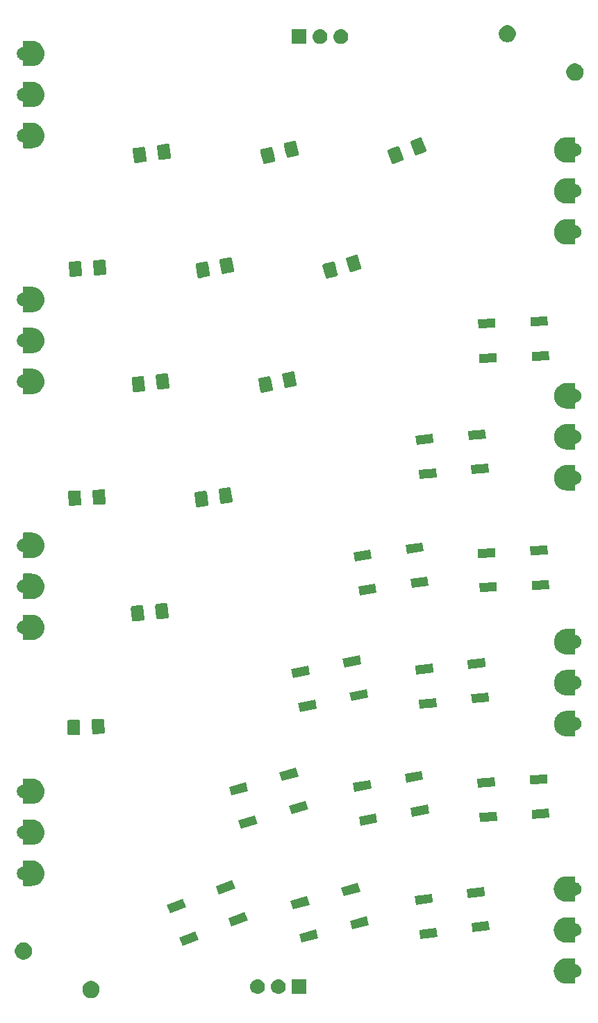
<source format=gbr>
G04 #@! TF.GenerationSoftware,KiCad,Pcbnew,5.1.4-e60b266~84~ubuntu18.04.1*
G04 #@! TF.CreationDate,2019-08-23T14:34:05+02:00*
G04 #@! TF.ProjectId,bcc1,62636331-2e6b-4696-9361-645f70636258,rev?*
G04 #@! TF.SameCoordinates,Original*
G04 #@! TF.FileFunction,Soldermask,Top*
G04 #@! TF.FilePolarity,Negative*
%FSLAX46Y46*%
G04 Gerber Fmt 4.6, Leading zero omitted, Abs format (unit mm)*
G04 Created by KiCad (PCBNEW 5.1.4-e60b266~84~ubuntu18.04.1) date 2019-08-23 14:34:05*
%MOMM*%
%LPD*%
G04 APERTURE LIST*
%ADD10C,0.150000*%
G04 APERTURE END LIST*
D10*
G36*
X58538627Y-144340490D02*
G01*
X58650883Y-144386988D01*
X58729898Y-144419717D01*
X58849999Y-144499966D01*
X58902036Y-144534736D01*
X59048428Y-144681128D01*
X59163448Y-144853268D01*
X59242674Y-145044537D01*
X59283063Y-145247585D01*
X59283063Y-145454617D01*
X59242674Y-145657665D01*
X59168622Y-145836442D01*
X59163447Y-145848936D01*
X59048428Y-146021074D01*
X58902036Y-146167466D01*
X58729898Y-146282485D01*
X58729897Y-146282486D01*
X58729896Y-146282486D01*
X58538627Y-146361712D01*
X58335579Y-146402101D01*
X58128547Y-146402101D01*
X57925499Y-146361712D01*
X57734230Y-146282486D01*
X57734229Y-146282486D01*
X57734228Y-146282485D01*
X57562090Y-146167466D01*
X57415698Y-146021074D01*
X57300679Y-145848936D01*
X57295504Y-145836442D01*
X57221452Y-145657665D01*
X57181063Y-145454617D01*
X57181063Y-145247585D01*
X57221452Y-145044537D01*
X57300678Y-144853268D01*
X57415698Y-144681128D01*
X57562090Y-144534736D01*
X57614127Y-144499966D01*
X57734228Y-144419717D01*
X57813243Y-144386988D01*
X57925499Y-144340490D01*
X58128547Y-144300101D01*
X58335579Y-144300101D01*
X58538627Y-144340490D01*
X58538627Y-144340490D01*
G37*
G36*
X84507756Y-145901000D02*
G01*
X82705756Y-145901000D01*
X82705756Y-144099000D01*
X84507756Y-144099000D01*
X84507756Y-145901000D01*
X84507756Y-145901000D01*
G37*
G36*
X81177198Y-144105518D02*
G01*
X81243383Y-144112037D01*
X81413222Y-144163557D01*
X81569747Y-144247222D01*
X81577622Y-144253685D01*
X81706942Y-144359814D01*
X81790204Y-144461271D01*
X81819534Y-144497009D01*
X81821597Y-144500868D01*
X81900806Y-144649056D01*
X81903199Y-144653534D01*
X81954719Y-144823373D01*
X81972115Y-145000000D01*
X81954719Y-145176627D01*
X81903199Y-145346466D01*
X81819534Y-145502991D01*
X81790204Y-145538729D01*
X81706942Y-145640186D01*
X81605485Y-145723448D01*
X81569747Y-145752778D01*
X81413222Y-145836443D01*
X81243383Y-145887963D01*
X81177198Y-145894482D01*
X81111016Y-145901000D01*
X81022496Y-145901000D01*
X80956314Y-145894482D01*
X80890129Y-145887963D01*
X80720290Y-145836443D01*
X80563765Y-145752778D01*
X80528027Y-145723448D01*
X80426570Y-145640186D01*
X80343308Y-145538729D01*
X80313978Y-145502991D01*
X80230313Y-145346466D01*
X80178793Y-145176627D01*
X80161397Y-145000000D01*
X80178793Y-144823373D01*
X80230313Y-144653534D01*
X80232707Y-144649056D01*
X80311915Y-144500868D01*
X80313978Y-144497009D01*
X80343308Y-144461271D01*
X80426570Y-144359814D01*
X80555890Y-144253685D01*
X80563765Y-144247222D01*
X80720290Y-144163557D01*
X80890129Y-144112037D01*
X80956314Y-144105518D01*
X81022496Y-144099000D01*
X81111016Y-144099000D01*
X81177198Y-144105518D01*
X81177198Y-144105518D01*
G37*
G36*
X78637198Y-144105518D02*
G01*
X78703383Y-144112037D01*
X78873222Y-144163557D01*
X79029747Y-144247222D01*
X79037622Y-144253685D01*
X79166942Y-144359814D01*
X79250204Y-144461271D01*
X79279534Y-144497009D01*
X79281597Y-144500868D01*
X79360806Y-144649056D01*
X79363199Y-144653534D01*
X79414719Y-144823373D01*
X79432115Y-145000000D01*
X79414719Y-145176627D01*
X79363199Y-145346466D01*
X79279534Y-145502991D01*
X79250204Y-145538729D01*
X79166942Y-145640186D01*
X79065485Y-145723448D01*
X79029747Y-145752778D01*
X78873222Y-145836443D01*
X78703383Y-145887963D01*
X78637198Y-145894482D01*
X78571016Y-145901000D01*
X78482496Y-145901000D01*
X78416314Y-145894482D01*
X78350129Y-145887963D01*
X78180290Y-145836443D01*
X78023765Y-145752778D01*
X77988027Y-145723448D01*
X77886570Y-145640186D01*
X77803308Y-145538729D01*
X77773978Y-145502991D01*
X77690313Y-145346466D01*
X77638793Y-145176627D01*
X77621397Y-145000000D01*
X77638793Y-144823373D01*
X77690313Y-144653534D01*
X77692707Y-144649056D01*
X77771915Y-144500868D01*
X77773978Y-144497009D01*
X77803308Y-144461271D01*
X77886570Y-144359814D01*
X78015890Y-144253685D01*
X78023765Y-144247222D01*
X78180290Y-144163557D01*
X78350129Y-144112037D01*
X78416314Y-144105518D01*
X78482496Y-144099000D01*
X78571016Y-144099000D01*
X78637198Y-144105518D01*
X78637198Y-144105518D01*
G37*
G36*
X117209999Y-141549737D02*
G01*
X117219608Y-141552652D01*
X117228472Y-141557390D01*
X117236237Y-141563763D01*
X117242610Y-141571528D01*
X117247348Y-141580392D01*
X117250263Y-141590001D01*
X117251852Y-141606140D01*
X117251852Y-142181674D01*
X117254254Y-142206060D01*
X117261367Y-142229509D01*
X117272918Y-142251120D01*
X117288463Y-142270062D01*
X117307405Y-142285607D01*
X117329016Y-142297158D01*
X117352465Y-142304271D01*
X117425285Y-142318756D01*
X117446718Y-142325257D01*
X117573371Y-142377719D01*
X117593121Y-142388277D01*
X117707106Y-142464439D01*
X117724415Y-142478643D01*
X117821357Y-142575585D01*
X117835561Y-142592894D01*
X117911723Y-142706879D01*
X117922281Y-142726629D01*
X117974743Y-142853282D01*
X117981244Y-142874715D01*
X118007989Y-143009171D01*
X118010183Y-143031451D01*
X118010183Y-143168549D01*
X118007989Y-143190829D01*
X117981244Y-143325285D01*
X117974743Y-143346718D01*
X117922281Y-143473371D01*
X117911723Y-143493121D01*
X117835561Y-143607106D01*
X117821357Y-143624415D01*
X117724415Y-143721357D01*
X117707106Y-143735561D01*
X117593121Y-143811723D01*
X117573371Y-143822281D01*
X117446718Y-143874743D01*
X117425285Y-143881244D01*
X117352465Y-143895729D01*
X117329016Y-143902842D01*
X117307405Y-143914393D01*
X117288463Y-143929939D01*
X117272918Y-143948880D01*
X117261367Y-143970491D01*
X117254254Y-143993940D01*
X117251852Y-144018326D01*
X117251852Y-144593860D01*
X117250263Y-144609999D01*
X117247348Y-144619608D01*
X117242610Y-144628472D01*
X117236237Y-144636237D01*
X117228472Y-144642610D01*
X117219608Y-144647348D01*
X117209999Y-144650263D01*
X117193860Y-144651852D01*
X116206140Y-144651852D01*
X116177750Y-144649056D01*
X116177641Y-144650162D01*
X116164898Y-144648272D01*
X116129870Y-144648272D01*
X116118698Y-144647726D01*
X115976085Y-144633742D01*
X115976036Y-144634238D01*
X115975669Y-144634173D01*
X115975718Y-144633704D01*
X115968567Y-144632953D01*
X115956736Y-144631079D01*
X115894641Y-144617881D01*
X115892932Y-144617531D01*
X115830479Y-144605165D01*
X115819648Y-144602465D01*
X115682564Y-144561078D01*
X115681983Y-144560900D01*
X115675213Y-144558804D01*
X115663979Y-144554671D01*
X115605618Y-144529658D01*
X115604011Y-144528982D01*
X115545159Y-144504725D01*
X115535047Y-144499966D01*
X115408877Y-144432880D01*
X115407897Y-144432355D01*
X115401848Y-144429084D01*
X115391651Y-144422860D01*
X115339262Y-144386988D01*
X115337814Y-144386011D01*
X115284769Y-144350768D01*
X115275805Y-144344160D01*
X115164873Y-144253685D01*
X115164359Y-144253262D01*
X115158898Y-144248745D01*
X115150090Y-144240646D01*
X115105704Y-144195320D01*
X115104474Y-144194081D01*
X115059281Y-144149203D01*
X115051735Y-144140938D01*
X114960487Y-144030638D01*
X114959997Y-144030042D01*
X114955606Y-144024657D01*
X114948532Y-144014992D01*
X114913767Y-143961867D01*
X114912802Y-143960414D01*
X114877207Y-143907641D01*
X114871417Y-143898082D01*
X114803420Y-143772323D01*
X114802896Y-143771345D01*
X114799708Y-143765349D01*
X114794647Y-143754495D01*
X114770857Y-143695612D01*
X114770191Y-143693996D01*
X114745525Y-143635319D01*
X114741708Y-143624832D01*
X114699383Y-143488102D01*
X114699146Y-143487326D01*
X114697139Y-143480681D01*
X114694286Y-143469064D01*
X114682376Y-143406628D01*
X114682037Y-143404913D01*
X114669248Y-143342616D01*
X114667540Y-143331585D01*
X114652559Y-143189056D01*
X114652499Y-143188466D01*
X114651820Y-143181534D01*
X114651277Y-143169584D01*
X114651719Y-143106073D01*
X114651719Y-143104332D01*
X114651275Y-143040672D01*
X114651743Y-143029512D01*
X114664697Y-142887184D01*
X114664813Y-142885953D01*
X114665470Y-142879260D01*
X114667258Y-142867438D01*
X114680025Y-142805239D01*
X114680364Y-142803528D01*
X114692293Y-142740993D01*
X114694920Y-142730134D01*
X114733210Y-142600036D01*
X114735507Y-142594374D01*
X114735964Y-142592823D01*
X114736093Y-142592861D01*
X114736196Y-142592514D01*
X114736068Y-142592475D01*
X114736605Y-142590695D01*
X114737686Y-142585082D01*
X114741615Y-142574167D01*
X114766247Y-142515569D01*
X114766910Y-142513959D01*
X114790740Y-142454982D01*
X114795431Y-142444829D01*
X114861600Y-142318259D01*
X114862171Y-142317177D01*
X114865368Y-142311164D01*
X114871537Y-142300896D01*
X114907054Y-142248240D01*
X114908020Y-142246785D01*
X114942859Y-142193544D01*
X114949424Y-142184508D01*
X115039104Y-142072966D01*
X115039572Y-142072388D01*
X115044003Y-142066955D01*
X115052046Y-142058087D01*
X115097059Y-142013386D01*
X115098288Y-142012148D01*
X115142863Y-141966629D01*
X115151066Y-141959034D01*
X115260644Y-141867088D01*
X115261318Y-141866526D01*
X115266690Y-141862082D01*
X115276293Y-141854950D01*
X115329238Y-141819773D01*
X115330684Y-141818798D01*
X115383145Y-141782877D01*
X115392662Y-141777022D01*
X115518156Y-141708031D01*
X115518640Y-141707767D01*
X115524903Y-141704381D01*
X115535704Y-141699252D01*
X115594414Y-141675053D01*
X115596022Y-141674377D01*
X115654530Y-141649300D01*
X115664999Y-141645407D01*
X115801611Y-141602071D01*
X115802027Y-141601941D01*
X115808832Y-141599834D01*
X115820441Y-141596896D01*
X115882723Y-141584564D01*
X115884433Y-141584213D01*
X115946696Y-141570979D01*
X115957714Y-141569194D01*
X116099914Y-141553244D01*
X116100706Y-141553158D01*
X116107661Y-141552427D01*
X116119620Y-141551800D01*
X116141152Y-141551800D01*
X116154217Y-141551115D01*
X116175836Y-141548843D01*
X116186997Y-141548219D01*
X116194278Y-141548168D01*
X116194870Y-141548166D01*
X116199817Y-141548166D01*
X116200184Y-141548148D01*
X117193860Y-141548148D01*
X117209999Y-141549737D01*
X117209999Y-141549737D01*
G37*
G36*
X50306762Y-139667401D02*
G01*
X50498031Y-139746627D01*
X50498033Y-139746628D01*
X50670171Y-139861647D01*
X50816563Y-140008039D01*
X50828719Y-140026231D01*
X50931583Y-140180179D01*
X51010809Y-140371448D01*
X51051198Y-140574496D01*
X51051198Y-140781528D01*
X51010809Y-140984576D01*
X50931583Y-141175845D01*
X50931582Y-141175847D01*
X50816563Y-141347985D01*
X50670171Y-141494377D01*
X50498033Y-141609396D01*
X50498032Y-141609397D01*
X50498031Y-141609397D01*
X50306762Y-141688623D01*
X50103714Y-141729012D01*
X49896682Y-141729012D01*
X49693634Y-141688623D01*
X49502365Y-141609397D01*
X49502364Y-141609397D01*
X49502363Y-141609396D01*
X49330225Y-141494377D01*
X49183833Y-141347985D01*
X49068814Y-141175847D01*
X49068813Y-141175845D01*
X48989587Y-140984576D01*
X48949198Y-140781528D01*
X48949198Y-140574496D01*
X48989587Y-140371448D01*
X49068813Y-140180179D01*
X49171678Y-140026231D01*
X49183833Y-140008039D01*
X49330225Y-139861647D01*
X49502363Y-139746628D01*
X49502365Y-139746627D01*
X49693634Y-139667401D01*
X49896682Y-139627012D01*
X50103714Y-139627012D01*
X50306762Y-139667401D01*
X50306762Y-139667401D01*
G37*
G36*
X71360053Y-139262677D02*
G01*
X69401638Y-140026231D01*
X69001335Y-138999507D01*
X70959750Y-138235953D01*
X71360053Y-139262677D01*
X71360053Y-139262677D01*
G37*
G36*
X117209999Y-136549737D02*
G01*
X117219608Y-136552652D01*
X117228472Y-136557390D01*
X117236237Y-136563763D01*
X117242610Y-136571528D01*
X117247348Y-136580392D01*
X117250263Y-136590001D01*
X117251852Y-136606140D01*
X117251852Y-137181674D01*
X117254254Y-137206060D01*
X117261367Y-137229509D01*
X117272918Y-137251120D01*
X117288463Y-137270062D01*
X117307405Y-137285607D01*
X117329016Y-137297158D01*
X117352465Y-137304271D01*
X117425285Y-137318756D01*
X117446718Y-137325257D01*
X117573371Y-137377719D01*
X117593121Y-137388277D01*
X117707106Y-137464439D01*
X117724415Y-137478643D01*
X117821357Y-137575585D01*
X117835561Y-137592894D01*
X117911723Y-137706879D01*
X117922281Y-137726629D01*
X117974743Y-137853282D01*
X117981244Y-137874715D01*
X118007989Y-138009171D01*
X118010183Y-138031451D01*
X118010183Y-138168549D01*
X118007989Y-138190829D01*
X117981244Y-138325285D01*
X117974743Y-138346718D01*
X117922281Y-138473371D01*
X117911723Y-138493121D01*
X117835561Y-138607106D01*
X117821357Y-138624415D01*
X117724415Y-138721357D01*
X117707106Y-138735561D01*
X117593121Y-138811723D01*
X117573371Y-138822281D01*
X117446718Y-138874743D01*
X117425285Y-138881244D01*
X117352465Y-138895729D01*
X117329016Y-138902842D01*
X117307405Y-138914393D01*
X117288463Y-138929939D01*
X117272918Y-138948880D01*
X117261367Y-138970491D01*
X117254254Y-138993940D01*
X117251852Y-139018326D01*
X117251852Y-139593860D01*
X117250263Y-139609999D01*
X117247348Y-139619608D01*
X117242610Y-139628472D01*
X117236237Y-139636237D01*
X117228472Y-139642610D01*
X117219608Y-139647348D01*
X117209999Y-139650263D01*
X117193860Y-139651852D01*
X116206140Y-139651852D01*
X116177750Y-139649056D01*
X116177641Y-139650162D01*
X116164898Y-139648272D01*
X116129870Y-139648272D01*
X116118698Y-139647726D01*
X115976085Y-139633742D01*
X115976036Y-139634238D01*
X115975669Y-139634173D01*
X115975718Y-139633704D01*
X115968567Y-139632953D01*
X115956736Y-139631079D01*
X115894641Y-139617881D01*
X115892932Y-139617531D01*
X115830479Y-139605165D01*
X115819648Y-139602465D01*
X115682564Y-139561078D01*
X115681983Y-139560900D01*
X115675213Y-139558804D01*
X115663979Y-139554671D01*
X115605618Y-139529658D01*
X115604011Y-139528982D01*
X115545159Y-139504725D01*
X115535047Y-139499966D01*
X115408877Y-139432880D01*
X115407897Y-139432355D01*
X115401848Y-139429084D01*
X115391651Y-139422860D01*
X115339262Y-139386988D01*
X115337814Y-139386011D01*
X115284769Y-139350768D01*
X115275805Y-139344160D01*
X115164873Y-139253685D01*
X115164359Y-139253262D01*
X115158898Y-139248745D01*
X115150090Y-139240646D01*
X115105704Y-139195320D01*
X115104474Y-139194081D01*
X115059281Y-139149203D01*
X115051735Y-139140938D01*
X114960487Y-139030638D01*
X114959997Y-139030042D01*
X114955606Y-139024657D01*
X114948532Y-139014992D01*
X114913767Y-138961867D01*
X114912802Y-138960414D01*
X114877207Y-138907641D01*
X114871417Y-138898082D01*
X114803420Y-138772323D01*
X114802896Y-138771345D01*
X114799708Y-138765349D01*
X114794647Y-138754495D01*
X114770857Y-138695612D01*
X114770191Y-138693996D01*
X114745525Y-138635319D01*
X114741708Y-138624832D01*
X114699383Y-138488102D01*
X114699146Y-138487326D01*
X114697139Y-138480681D01*
X114694286Y-138469064D01*
X114682376Y-138406628D01*
X114682037Y-138404913D01*
X114669248Y-138342616D01*
X114667540Y-138331585D01*
X114652559Y-138189056D01*
X114652499Y-138188466D01*
X114651820Y-138181534D01*
X114651277Y-138169584D01*
X114651719Y-138106073D01*
X114651719Y-138104332D01*
X114651275Y-138040672D01*
X114651743Y-138029512D01*
X114664697Y-137887184D01*
X114664813Y-137885953D01*
X114665470Y-137879260D01*
X114667258Y-137867438D01*
X114680025Y-137805239D01*
X114680364Y-137803528D01*
X114692293Y-137740993D01*
X114694920Y-137730134D01*
X114733210Y-137600036D01*
X114735507Y-137594374D01*
X114735964Y-137592823D01*
X114736093Y-137592861D01*
X114736196Y-137592514D01*
X114736068Y-137592475D01*
X114736605Y-137590695D01*
X114737686Y-137585082D01*
X114741615Y-137574167D01*
X114766247Y-137515569D01*
X114766910Y-137513959D01*
X114790740Y-137454982D01*
X114795431Y-137444829D01*
X114861600Y-137318259D01*
X114862171Y-137317177D01*
X114865368Y-137311164D01*
X114871537Y-137300896D01*
X114907054Y-137248240D01*
X114908020Y-137246785D01*
X114942859Y-137193544D01*
X114949424Y-137184508D01*
X115039104Y-137072966D01*
X115039572Y-137072388D01*
X115044003Y-137066955D01*
X115052046Y-137058087D01*
X115097059Y-137013386D01*
X115098288Y-137012148D01*
X115142863Y-136966629D01*
X115151066Y-136959034D01*
X115260644Y-136867088D01*
X115261318Y-136866526D01*
X115266690Y-136862082D01*
X115276293Y-136854950D01*
X115329238Y-136819773D01*
X115330684Y-136818798D01*
X115383145Y-136782877D01*
X115392662Y-136777022D01*
X115518156Y-136708031D01*
X115518640Y-136707767D01*
X115524903Y-136704381D01*
X115535704Y-136699252D01*
X115594414Y-136675053D01*
X115596022Y-136674377D01*
X115654530Y-136649300D01*
X115664999Y-136645407D01*
X115801611Y-136602071D01*
X115802027Y-136601941D01*
X115808832Y-136599834D01*
X115820441Y-136596896D01*
X115882723Y-136584564D01*
X115884433Y-136584213D01*
X115946696Y-136570979D01*
X115957714Y-136569194D01*
X116099914Y-136553244D01*
X116100706Y-136553158D01*
X116107661Y-136552427D01*
X116119620Y-136551800D01*
X116141152Y-136551800D01*
X116154217Y-136551115D01*
X116175836Y-136548843D01*
X116186997Y-136548219D01*
X116194278Y-136548168D01*
X116194870Y-136548166D01*
X116199817Y-136548166D01*
X116200184Y-136548148D01*
X117193860Y-136548148D01*
X117209999Y-136549737D01*
X117209999Y-136549737D01*
G37*
G36*
X85919019Y-139119231D02*
G01*
X83884894Y-139649081D01*
X83607113Y-138582665D01*
X85641238Y-138052815D01*
X85919019Y-139119231D01*
X85919019Y-139119231D01*
G37*
G36*
X100471390Y-138914393D02*
G01*
X100471837Y-138917839D01*
X98387344Y-139188567D01*
X98245411Y-138095746D01*
X98245411Y-138095745D01*
X100329904Y-137825017D01*
X100471390Y-138914393D01*
X100471390Y-138914393D01*
G37*
G36*
X106810217Y-138029512D02*
G01*
X106818533Y-138093546D01*
X104734040Y-138364274D01*
X104700505Y-138106073D01*
X104592107Y-137271453D01*
X104592107Y-137271452D01*
X106676600Y-137000724D01*
X106810217Y-138029512D01*
X106810217Y-138029512D01*
G37*
G36*
X92112358Y-137505986D02*
G01*
X90078233Y-138035836D01*
X89800452Y-136969420D01*
X91834577Y-136439570D01*
X92112358Y-137505986D01*
X92112358Y-137505986D01*
G37*
G36*
X77322878Y-136937868D02*
G01*
X75364463Y-137701422D01*
X74964160Y-136674698D01*
X76922575Y-135911144D01*
X77322878Y-136937868D01*
X77322878Y-136937868D01*
G37*
G36*
X69834398Y-135349574D02*
G01*
X67875983Y-136113128D01*
X67475680Y-135086404D01*
X69434095Y-134322850D01*
X69834398Y-135349574D01*
X69834398Y-135349574D01*
G37*
G36*
X84860328Y-135054852D02*
G01*
X82826203Y-135584702D01*
X82548422Y-134518286D01*
X84582547Y-133988436D01*
X84860328Y-135054852D01*
X84860328Y-135054852D01*
G37*
G36*
X99917419Y-134649056D02*
G01*
X99930895Y-134752820D01*
X97846402Y-135023548D01*
X97704469Y-133930727D01*
X97704469Y-133930726D01*
X99788962Y-133659998D01*
X99917419Y-134649056D01*
X99917419Y-134649056D01*
G37*
G36*
X117209999Y-131549737D02*
G01*
X117219608Y-131552652D01*
X117228472Y-131557390D01*
X117236237Y-131563763D01*
X117242610Y-131571528D01*
X117247348Y-131580392D01*
X117250263Y-131590001D01*
X117251852Y-131606140D01*
X117251852Y-132181674D01*
X117254254Y-132206060D01*
X117261367Y-132229509D01*
X117272918Y-132251120D01*
X117288463Y-132270062D01*
X117307405Y-132285607D01*
X117329016Y-132297158D01*
X117352465Y-132304271D01*
X117425285Y-132318756D01*
X117446718Y-132325257D01*
X117573371Y-132377719D01*
X117593121Y-132388277D01*
X117707106Y-132464439D01*
X117724415Y-132478643D01*
X117821357Y-132575585D01*
X117835561Y-132592894D01*
X117911723Y-132706879D01*
X117922281Y-132726629D01*
X117974743Y-132853282D01*
X117981244Y-132874715D01*
X118007989Y-133009171D01*
X118010183Y-133031451D01*
X118010183Y-133168549D01*
X118007989Y-133190829D01*
X117981244Y-133325285D01*
X117974743Y-133346718D01*
X117922281Y-133473371D01*
X117911723Y-133493121D01*
X117835561Y-133607106D01*
X117821357Y-133624415D01*
X117724415Y-133721357D01*
X117707106Y-133735561D01*
X117593121Y-133811723D01*
X117573371Y-133822281D01*
X117446718Y-133874743D01*
X117425285Y-133881244D01*
X117352465Y-133895729D01*
X117329016Y-133902842D01*
X117307405Y-133914393D01*
X117288463Y-133929939D01*
X117272918Y-133948880D01*
X117261367Y-133970491D01*
X117254254Y-133993940D01*
X117251852Y-134018326D01*
X117251852Y-134593860D01*
X117250263Y-134609999D01*
X117247348Y-134619608D01*
X117242610Y-134628472D01*
X117236237Y-134636237D01*
X117228472Y-134642610D01*
X117219608Y-134647348D01*
X117209999Y-134650263D01*
X117193860Y-134651852D01*
X116206140Y-134651852D01*
X116177750Y-134649056D01*
X116177641Y-134650162D01*
X116164898Y-134648272D01*
X116129870Y-134648272D01*
X116118698Y-134647726D01*
X115976085Y-134633742D01*
X115976036Y-134634238D01*
X115975669Y-134634173D01*
X115975718Y-134633704D01*
X115968567Y-134632953D01*
X115956736Y-134631079D01*
X115894641Y-134617881D01*
X115892932Y-134617531D01*
X115830479Y-134605165D01*
X115819648Y-134602465D01*
X115682564Y-134561078D01*
X115681983Y-134560900D01*
X115675213Y-134558804D01*
X115663979Y-134554671D01*
X115605618Y-134529658D01*
X115604011Y-134528982D01*
X115545159Y-134504725D01*
X115535047Y-134499966D01*
X115408877Y-134432880D01*
X115407897Y-134432355D01*
X115401848Y-134429084D01*
X115391651Y-134422860D01*
X115339262Y-134386988D01*
X115337814Y-134386011D01*
X115284769Y-134350768D01*
X115275805Y-134344160D01*
X115164873Y-134253685D01*
X115164359Y-134253262D01*
X115158898Y-134248745D01*
X115150090Y-134240646D01*
X115105704Y-134195320D01*
X115104474Y-134194081D01*
X115059281Y-134149203D01*
X115051735Y-134140938D01*
X114960487Y-134030638D01*
X114959997Y-134030042D01*
X114955606Y-134024657D01*
X114948532Y-134014992D01*
X114913767Y-133961867D01*
X114912802Y-133960414D01*
X114877207Y-133907641D01*
X114871417Y-133898082D01*
X114803420Y-133772323D01*
X114802896Y-133771345D01*
X114799708Y-133765349D01*
X114794647Y-133754495D01*
X114770857Y-133695612D01*
X114770191Y-133693996D01*
X114745525Y-133635319D01*
X114741708Y-133624832D01*
X114699383Y-133488102D01*
X114699146Y-133487326D01*
X114697139Y-133480681D01*
X114694286Y-133469064D01*
X114682376Y-133406628D01*
X114682037Y-133404913D01*
X114669248Y-133342616D01*
X114667540Y-133331585D01*
X114652559Y-133189056D01*
X114652499Y-133188466D01*
X114651820Y-133181534D01*
X114651277Y-133169584D01*
X114651719Y-133106073D01*
X114651719Y-133104332D01*
X114651275Y-133040672D01*
X114651743Y-133029512D01*
X114664697Y-132887184D01*
X114664813Y-132885953D01*
X114665470Y-132879260D01*
X114667258Y-132867438D01*
X114680025Y-132805239D01*
X114680364Y-132803528D01*
X114692293Y-132740993D01*
X114694920Y-132730134D01*
X114733210Y-132600036D01*
X114735507Y-132594374D01*
X114735964Y-132592823D01*
X114736093Y-132592861D01*
X114736196Y-132592514D01*
X114736068Y-132592475D01*
X114736605Y-132590695D01*
X114737686Y-132585082D01*
X114741615Y-132574167D01*
X114766247Y-132515569D01*
X114766910Y-132513959D01*
X114790740Y-132454982D01*
X114795431Y-132444829D01*
X114861600Y-132318259D01*
X114862171Y-132317177D01*
X114865368Y-132311164D01*
X114871537Y-132300896D01*
X114907054Y-132248240D01*
X114908020Y-132246785D01*
X114942859Y-132193544D01*
X114949424Y-132184508D01*
X115039104Y-132072966D01*
X115039572Y-132072388D01*
X115044003Y-132066955D01*
X115052046Y-132058087D01*
X115097059Y-132013386D01*
X115098288Y-132012148D01*
X115142863Y-131966629D01*
X115151066Y-131959034D01*
X115260644Y-131867088D01*
X115261318Y-131866526D01*
X115266690Y-131862082D01*
X115276293Y-131854950D01*
X115329238Y-131819773D01*
X115330684Y-131818798D01*
X115383145Y-131782877D01*
X115392662Y-131777022D01*
X115518156Y-131708031D01*
X115518640Y-131707767D01*
X115524903Y-131704381D01*
X115535704Y-131699252D01*
X115594414Y-131675053D01*
X115596022Y-131674377D01*
X115654530Y-131649300D01*
X115664999Y-131645407D01*
X115801611Y-131602071D01*
X115802027Y-131601941D01*
X115808832Y-131599834D01*
X115820441Y-131596896D01*
X115882723Y-131584564D01*
X115884433Y-131584213D01*
X115946696Y-131570979D01*
X115957714Y-131569194D01*
X116099914Y-131553244D01*
X116100706Y-131553158D01*
X116107661Y-131552427D01*
X116119620Y-131551800D01*
X116141152Y-131551800D01*
X116154217Y-131551115D01*
X116175836Y-131548843D01*
X116186997Y-131548219D01*
X116194278Y-131548168D01*
X116194870Y-131548166D01*
X116199817Y-131548166D01*
X116200184Y-131548148D01*
X117193860Y-131548148D01*
X117209999Y-131549737D01*
X117209999Y-131549737D01*
G37*
G36*
X106274879Y-133907641D02*
G01*
X106277591Y-133928527D01*
X104193098Y-134199255D01*
X104158120Y-133929939D01*
X104051165Y-133106434D01*
X104051165Y-133106433D01*
X106135658Y-132835705D01*
X106274879Y-133907641D01*
X106274879Y-133907641D01*
G37*
G36*
X91053667Y-133441607D02*
G01*
X89019542Y-133971457D01*
X88741761Y-132905041D01*
X90775886Y-132375191D01*
X91053667Y-133441607D01*
X91053667Y-133441607D01*
G37*
G36*
X75797223Y-133024765D02*
G01*
X73838808Y-133788319D01*
X73438505Y-132761595D01*
X75396920Y-131998041D01*
X75797223Y-133024765D01*
X75797223Y-133024765D01*
G37*
G36*
X51019767Y-129629859D02*
G01*
X51019876Y-129628753D01*
X51032619Y-129630643D01*
X51067647Y-129630643D01*
X51078819Y-129631189D01*
X51221432Y-129645173D01*
X51221481Y-129644677D01*
X51221848Y-129644742D01*
X51221799Y-129645211D01*
X51228950Y-129645962D01*
X51240781Y-129647836D01*
X51302876Y-129661034D01*
X51304585Y-129661384D01*
X51367038Y-129673750D01*
X51377869Y-129676450D01*
X51514953Y-129717837D01*
X51515534Y-129718015D01*
X51522304Y-129720111D01*
X51533538Y-129724244D01*
X51591899Y-129749257D01*
X51593506Y-129749933D01*
X51652358Y-129774190D01*
X51662470Y-129778949D01*
X51788618Y-129846023D01*
X51789620Y-129846560D01*
X51795669Y-129849831D01*
X51805866Y-129856055D01*
X51858255Y-129891927D01*
X51859703Y-129892904D01*
X51912748Y-129928147D01*
X51921712Y-129934755D01*
X52032644Y-130025230D01*
X52033158Y-130025653D01*
X52038619Y-130030170D01*
X52047427Y-130038269D01*
X52091813Y-130083595D01*
X52093043Y-130084834D01*
X52138236Y-130129712D01*
X52145782Y-130137977D01*
X52237030Y-130248277D01*
X52237520Y-130248873D01*
X52241911Y-130254258D01*
X52248985Y-130263923D01*
X52283750Y-130317048D01*
X52284715Y-130318501D01*
X52320310Y-130371274D01*
X52326100Y-130380833D01*
X52394097Y-130506592D01*
X52394621Y-130507570D01*
X52397809Y-130513566D01*
X52402870Y-130524420D01*
X52426660Y-130583303D01*
X52427326Y-130584919D01*
X52451992Y-130643596D01*
X52455809Y-130654083D01*
X52498134Y-130790813D01*
X52498371Y-130791589D01*
X52500378Y-130798234D01*
X52503231Y-130809851D01*
X52515141Y-130872287D01*
X52515480Y-130874002D01*
X52528269Y-130936299D01*
X52529977Y-130947330D01*
X52544958Y-131089859D01*
X52545018Y-131090449D01*
X52545697Y-131097381D01*
X52546240Y-131109331D01*
X52545798Y-131172841D01*
X52545798Y-131174582D01*
X52546242Y-131238243D01*
X52545774Y-131249403D01*
X52532820Y-131391731D01*
X52532711Y-131392888D01*
X52532047Y-131399655D01*
X52530259Y-131411477D01*
X52517492Y-131473676D01*
X52517153Y-131475387D01*
X52505224Y-131537922D01*
X52502597Y-131548781D01*
X52464307Y-131678879D01*
X52462010Y-131684541D01*
X52461553Y-131686092D01*
X52461424Y-131686054D01*
X52461321Y-131686401D01*
X52461449Y-131686440D01*
X52460912Y-131688220D01*
X52459831Y-131693833D01*
X52455902Y-131704748D01*
X52431270Y-131763346D01*
X52430607Y-131764956D01*
X52406777Y-131823933D01*
X52402086Y-131834086D01*
X52335917Y-131960656D01*
X52335368Y-131961697D01*
X52332149Y-131967751D01*
X52325980Y-131978019D01*
X52290463Y-132030675D01*
X52289497Y-132032130D01*
X52254658Y-132085371D01*
X52248093Y-132094407D01*
X52158413Y-132205949D01*
X52157945Y-132206527D01*
X52153514Y-132211960D01*
X52145471Y-132220828D01*
X52100458Y-132265529D01*
X52099229Y-132266767D01*
X52054654Y-132312286D01*
X52046451Y-132319881D01*
X51936873Y-132411827D01*
X51936199Y-132412389D01*
X51930827Y-132416833D01*
X51921224Y-132423965D01*
X51868279Y-132459142D01*
X51866833Y-132460117D01*
X51814372Y-132496038D01*
X51804855Y-132501893D01*
X51679361Y-132570884D01*
X51678877Y-132571148D01*
X51672614Y-132574534D01*
X51661813Y-132579663D01*
X51603103Y-132603862D01*
X51601495Y-132604538D01*
X51542987Y-132629615D01*
X51532518Y-132633508D01*
X51395935Y-132676835D01*
X51395490Y-132676974D01*
X51388685Y-132679081D01*
X51377076Y-132682019D01*
X51314794Y-132694351D01*
X51313084Y-132694702D01*
X51250821Y-132707936D01*
X51239803Y-132709721D01*
X51097603Y-132725671D01*
X51096811Y-132725757D01*
X51089856Y-132726488D01*
X51077897Y-132727115D01*
X51056365Y-132727115D01*
X51043300Y-132727800D01*
X51021681Y-132730072D01*
X51010520Y-132730696D01*
X51003239Y-132730747D01*
X51002647Y-132730749D01*
X50997700Y-132730749D01*
X50997333Y-132730767D01*
X50003657Y-132730767D01*
X49987518Y-132729178D01*
X49977909Y-132726263D01*
X49969045Y-132721525D01*
X49961280Y-132715152D01*
X49954907Y-132707387D01*
X49950169Y-132698523D01*
X49947254Y-132688914D01*
X49945665Y-132672775D01*
X49945665Y-132097241D01*
X49943263Y-132072855D01*
X49936150Y-132049406D01*
X49924599Y-132027795D01*
X49909054Y-132008853D01*
X49890112Y-131993308D01*
X49868501Y-131981757D01*
X49845052Y-131974644D01*
X49772232Y-131960159D01*
X49750799Y-131953658D01*
X49624146Y-131901196D01*
X49604396Y-131890638D01*
X49490411Y-131814476D01*
X49473102Y-131800272D01*
X49376160Y-131703330D01*
X49361956Y-131686021D01*
X49285794Y-131572036D01*
X49275236Y-131552286D01*
X49222774Y-131425633D01*
X49216273Y-131404200D01*
X49189528Y-131269744D01*
X49187334Y-131247464D01*
X49187334Y-131110366D01*
X49189528Y-131088086D01*
X49216273Y-130953630D01*
X49222774Y-130932197D01*
X49275236Y-130805544D01*
X49285794Y-130785794D01*
X49361956Y-130671809D01*
X49376160Y-130654500D01*
X49473102Y-130557558D01*
X49490411Y-130543354D01*
X49604396Y-130467192D01*
X49624146Y-130456634D01*
X49750799Y-130404172D01*
X49772232Y-130397671D01*
X49845052Y-130383186D01*
X49868501Y-130376073D01*
X49890112Y-130364522D01*
X49909054Y-130348976D01*
X49924599Y-130330035D01*
X49936150Y-130308424D01*
X49943263Y-130284975D01*
X49945665Y-130260589D01*
X49945665Y-129685055D01*
X49947254Y-129668916D01*
X49950169Y-129659307D01*
X49954907Y-129650443D01*
X49961280Y-129642678D01*
X49969045Y-129636305D01*
X49977909Y-129631567D01*
X49987518Y-129628652D01*
X50003657Y-129627063D01*
X50991377Y-129627063D01*
X51019767Y-129629859D01*
X51019767Y-129629859D01*
G37*
G36*
X51019767Y-124629859D02*
G01*
X51019876Y-124628753D01*
X51032619Y-124630643D01*
X51067647Y-124630643D01*
X51078819Y-124631189D01*
X51221432Y-124645173D01*
X51221481Y-124644677D01*
X51221848Y-124644742D01*
X51221799Y-124645211D01*
X51228950Y-124645962D01*
X51240781Y-124647836D01*
X51302876Y-124661034D01*
X51304585Y-124661384D01*
X51367038Y-124673750D01*
X51377869Y-124676450D01*
X51514953Y-124717837D01*
X51515534Y-124718015D01*
X51522304Y-124720111D01*
X51533538Y-124724244D01*
X51591899Y-124749257D01*
X51593506Y-124749933D01*
X51652358Y-124774190D01*
X51662470Y-124778949D01*
X51788618Y-124846023D01*
X51789620Y-124846560D01*
X51795669Y-124849831D01*
X51805866Y-124856055D01*
X51858255Y-124891927D01*
X51859703Y-124892904D01*
X51912748Y-124928147D01*
X51921712Y-124934755D01*
X52032644Y-125025230D01*
X52033158Y-125025653D01*
X52038619Y-125030170D01*
X52047427Y-125038269D01*
X52091813Y-125083595D01*
X52093043Y-125084834D01*
X52138236Y-125129712D01*
X52145782Y-125137977D01*
X52237030Y-125248277D01*
X52237520Y-125248873D01*
X52241911Y-125254258D01*
X52248985Y-125263923D01*
X52283750Y-125317048D01*
X52284715Y-125318501D01*
X52320310Y-125371274D01*
X52326100Y-125380833D01*
X52394097Y-125506592D01*
X52394621Y-125507570D01*
X52397809Y-125513566D01*
X52402870Y-125524420D01*
X52426660Y-125583303D01*
X52427326Y-125584919D01*
X52451992Y-125643596D01*
X52455809Y-125654083D01*
X52498134Y-125790813D01*
X52498371Y-125791589D01*
X52500378Y-125798234D01*
X52503231Y-125809851D01*
X52515141Y-125872287D01*
X52515480Y-125874002D01*
X52528269Y-125936299D01*
X52529977Y-125947330D01*
X52544958Y-126089859D01*
X52545018Y-126090449D01*
X52545697Y-126097381D01*
X52546240Y-126109331D01*
X52545798Y-126172841D01*
X52545798Y-126174582D01*
X52546242Y-126238243D01*
X52545774Y-126249403D01*
X52532820Y-126391731D01*
X52532711Y-126392888D01*
X52532047Y-126399655D01*
X52530259Y-126411477D01*
X52517492Y-126473676D01*
X52517153Y-126475387D01*
X52505224Y-126537922D01*
X52502597Y-126548781D01*
X52464307Y-126678879D01*
X52462010Y-126684541D01*
X52461553Y-126686092D01*
X52461424Y-126686054D01*
X52461321Y-126686401D01*
X52461449Y-126686440D01*
X52460912Y-126688220D01*
X52459831Y-126693833D01*
X52455902Y-126704748D01*
X52431270Y-126763346D01*
X52430607Y-126764956D01*
X52406777Y-126823933D01*
X52402086Y-126834086D01*
X52335917Y-126960656D01*
X52335368Y-126961697D01*
X52332149Y-126967751D01*
X52325980Y-126978019D01*
X52290463Y-127030675D01*
X52289497Y-127032130D01*
X52254658Y-127085371D01*
X52248093Y-127094407D01*
X52158413Y-127205949D01*
X52157945Y-127206527D01*
X52153514Y-127211960D01*
X52145471Y-127220828D01*
X52100458Y-127265529D01*
X52099229Y-127266767D01*
X52054654Y-127312286D01*
X52046451Y-127319881D01*
X51936873Y-127411827D01*
X51936199Y-127412389D01*
X51930827Y-127416833D01*
X51921224Y-127423965D01*
X51868279Y-127459142D01*
X51866833Y-127460117D01*
X51814372Y-127496038D01*
X51804855Y-127501893D01*
X51679361Y-127570884D01*
X51678877Y-127571148D01*
X51672614Y-127574534D01*
X51661813Y-127579663D01*
X51603103Y-127603862D01*
X51601495Y-127604538D01*
X51542987Y-127629615D01*
X51532518Y-127633508D01*
X51395935Y-127676835D01*
X51395490Y-127676974D01*
X51388685Y-127679081D01*
X51377076Y-127682019D01*
X51314794Y-127694351D01*
X51313084Y-127694702D01*
X51250821Y-127707936D01*
X51239803Y-127709721D01*
X51097603Y-127725671D01*
X51096811Y-127725757D01*
X51089856Y-127726488D01*
X51077897Y-127727115D01*
X51056365Y-127727115D01*
X51043300Y-127727800D01*
X51021681Y-127730072D01*
X51010520Y-127730696D01*
X51003239Y-127730747D01*
X51002647Y-127730749D01*
X50997700Y-127730749D01*
X50997333Y-127730767D01*
X50003657Y-127730767D01*
X49987518Y-127729178D01*
X49977909Y-127726263D01*
X49969045Y-127721525D01*
X49961280Y-127715152D01*
X49954907Y-127707387D01*
X49950169Y-127698523D01*
X49947254Y-127688914D01*
X49945665Y-127672775D01*
X49945665Y-127097241D01*
X49943263Y-127072855D01*
X49936150Y-127049406D01*
X49924599Y-127027795D01*
X49909054Y-127008853D01*
X49890112Y-126993308D01*
X49868501Y-126981757D01*
X49845052Y-126974644D01*
X49772232Y-126960159D01*
X49750799Y-126953658D01*
X49624146Y-126901196D01*
X49604396Y-126890638D01*
X49490411Y-126814476D01*
X49473102Y-126800272D01*
X49376160Y-126703330D01*
X49361956Y-126686021D01*
X49285794Y-126572036D01*
X49275236Y-126552286D01*
X49222774Y-126425633D01*
X49216273Y-126404200D01*
X49189528Y-126269744D01*
X49187334Y-126247464D01*
X49187334Y-126110366D01*
X49189528Y-126088086D01*
X49216273Y-125953630D01*
X49222774Y-125932197D01*
X49275236Y-125805544D01*
X49285794Y-125785794D01*
X49361956Y-125671809D01*
X49376160Y-125654500D01*
X49473102Y-125557558D01*
X49490411Y-125543354D01*
X49604396Y-125467192D01*
X49624146Y-125456634D01*
X49750799Y-125404172D01*
X49772232Y-125397671D01*
X49845052Y-125383186D01*
X49868501Y-125376073D01*
X49890112Y-125364522D01*
X49909054Y-125348976D01*
X49924599Y-125330035D01*
X49936150Y-125308424D01*
X49943263Y-125284975D01*
X49945665Y-125260589D01*
X49945665Y-124685055D01*
X49947254Y-124668916D01*
X49950169Y-124659307D01*
X49954907Y-124650443D01*
X49961280Y-124642678D01*
X49969045Y-124636305D01*
X49977909Y-124631567D01*
X49987518Y-124628652D01*
X50003657Y-124627063D01*
X50991377Y-124627063D01*
X51019767Y-124629859D01*
X51019767Y-124629859D01*
G37*
G36*
X78537894Y-125167247D02*
G01*
X76518335Y-125750163D01*
X76212734Y-124691383D01*
X78232293Y-124108467D01*
X78537894Y-125167247D01*
X78537894Y-125167247D01*
G37*
G36*
X93137342Y-125005273D02*
G01*
X91066642Y-125366668D01*
X90877176Y-124281077D01*
X92947876Y-123919682D01*
X93137342Y-125005273D01*
X93137342Y-125005273D01*
G37*
G36*
X107732446Y-124718454D02*
G01*
X107736835Y-124794582D01*
X105638321Y-124915581D01*
X105574885Y-123815409D01*
X105574885Y-123815408D01*
X107673399Y-123694409D01*
X107732446Y-124718454D01*
X107732446Y-124718454D01*
G37*
G36*
X114126222Y-124426172D02*
G01*
X112027708Y-124547171D01*
X111964272Y-123446999D01*
X111964272Y-123446998D01*
X114062786Y-123325999D01*
X114126222Y-124426172D01*
X114126222Y-124426172D01*
G37*
G36*
X99442042Y-123904926D02*
G01*
X97371342Y-124266321D01*
X97181876Y-123180730D01*
X99252576Y-122819335D01*
X99442042Y-123904926D01*
X99442042Y-123904926D01*
G37*
G36*
X84686881Y-123392434D02*
G01*
X82667322Y-123975350D01*
X82361721Y-122916570D01*
X84381280Y-122333654D01*
X84686881Y-123392434D01*
X84686881Y-123392434D01*
G37*
G36*
X51019767Y-119629859D02*
G01*
X51019876Y-119628753D01*
X51032619Y-119630643D01*
X51067647Y-119630643D01*
X51078819Y-119631189D01*
X51221432Y-119645173D01*
X51221481Y-119644677D01*
X51221848Y-119644742D01*
X51221799Y-119645211D01*
X51228950Y-119645962D01*
X51240781Y-119647836D01*
X51302876Y-119661034D01*
X51304585Y-119661384D01*
X51367038Y-119673750D01*
X51377869Y-119676450D01*
X51514953Y-119717837D01*
X51515534Y-119718015D01*
X51522304Y-119720111D01*
X51533538Y-119724244D01*
X51591899Y-119749257D01*
X51593506Y-119749933D01*
X51652358Y-119774190D01*
X51662470Y-119778949D01*
X51788618Y-119846023D01*
X51789620Y-119846560D01*
X51795669Y-119849831D01*
X51805866Y-119856055D01*
X51858255Y-119891927D01*
X51859703Y-119892904D01*
X51912748Y-119928147D01*
X51921712Y-119934755D01*
X52032644Y-120025230D01*
X52033158Y-120025653D01*
X52038619Y-120030170D01*
X52047427Y-120038269D01*
X52091813Y-120083595D01*
X52093043Y-120084834D01*
X52138236Y-120129712D01*
X52145782Y-120137977D01*
X52237030Y-120248277D01*
X52237520Y-120248873D01*
X52241911Y-120254258D01*
X52248985Y-120263923D01*
X52283750Y-120317048D01*
X52284715Y-120318501D01*
X52320310Y-120371274D01*
X52326100Y-120380833D01*
X52394097Y-120506592D01*
X52394621Y-120507570D01*
X52397809Y-120513566D01*
X52402870Y-120524420D01*
X52426660Y-120583303D01*
X52427326Y-120584919D01*
X52451992Y-120643596D01*
X52455809Y-120654083D01*
X52498134Y-120790813D01*
X52498371Y-120791589D01*
X52500378Y-120798234D01*
X52503231Y-120809851D01*
X52515141Y-120872287D01*
X52515480Y-120874002D01*
X52528269Y-120936299D01*
X52529977Y-120947330D01*
X52544958Y-121089859D01*
X52545018Y-121090449D01*
X52545697Y-121097381D01*
X52546240Y-121109331D01*
X52545798Y-121172841D01*
X52545798Y-121174582D01*
X52546242Y-121238243D01*
X52545774Y-121249403D01*
X52532820Y-121391731D01*
X52532711Y-121392888D01*
X52532047Y-121399655D01*
X52530259Y-121411477D01*
X52517492Y-121473676D01*
X52517153Y-121475387D01*
X52505224Y-121537922D01*
X52502597Y-121548781D01*
X52464307Y-121678879D01*
X52462010Y-121684541D01*
X52461553Y-121686092D01*
X52461424Y-121686054D01*
X52461321Y-121686401D01*
X52461449Y-121686440D01*
X52460912Y-121688220D01*
X52459831Y-121693833D01*
X52455902Y-121704748D01*
X52431270Y-121763346D01*
X52430607Y-121764956D01*
X52406777Y-121823933D01*
X52402086Y-121834086D01*
X52335917Y-121960656D01*
X52335368Y-121961697D01*
X52332149Y-121967751D01*
X52325980Y-121978019D01*
X52290463Y-122030675D01*
X52289497Y-122032130D01*
X52254658Y-122085371D01*
X52248093Y-122094407D01*
X52158413Y-122205949D01*
X52157945Y-122206527D01*
X52153514Y-122211960D01*
X52145471Y-122220828D01*
X52100458Y-122265529D01*
X52099229Y-122266767D01*
X52054654Y-122312286D01*
X52046451Y-122319881D01*
X51936873Y-122411827D01*
X51936199Y-122412389D01*
X51930827Y-122416833D01*
X51921224Y-122423965D01*
X51868279Y-122459142D01*
X51866833Y-122460117D01*
X51814372Y-122496038D01*
X51804855Y-122501893D01*
X51679361Y-122570884D01*
X51678877Y-122571148D01*
X51672614Y-122574534D01*
X51661813Y-122579663D01*
X51603103Y-122603862D01*
X51601495Y-122604538D01*
X51542987Y-122629615D01*
X51532518Y-122633508D01*
X51395935Y-122676835D01*
X51395490Y-122676974D01*
X51388685Y-122679081D01*
X51377076Y-122682019D01*
X51314794Y-122694351D01*
X51313084Y-122694702D01*
X51250821Y-122707936D01*
X51239803Y-122709721D01*
X51097603Y-122725671D01*
X51096811Y-122725757D01*
X51089856Y-122726488D01*
X51077897Y-122727115D01*
X51056365Y-122727115D01*
X51043300Y-122727800D01*
X51021681Y-122730072D01*
X51010520Y-122730696D01*
X51003239Y-122730747D01*
X51002647Y-122730749D01*
X50997700Y-122730749D01*
X50997333Y-122730767D01*
X50003657Y-122730767D01*
X49987518Y-122729178D01*
X49977909Y-122726263D01*
X49969045Y-122721525D01*
X49961280Y-122715152D01*
X49954907Y-122707387D01*
X49950169Y-122698523D01*
X49947254Y-122688914D01*
X49945665Y-122672775D01*
X49945665Y-122097241D01*
X49943263Y-122072855D01*
X49936150Y-122049406D01*
X49924599Y-122027795D01*
X49909054Y-122008853D01*
X49890112Y-121993308D01*
X49868501Y-121981757D01*
X49845052Y-121974644D01*
X49772232Y-121960159D01*
X49750799Y-121953658D01*
X49624146Y-121901196D01*
X49604396Y-121890638D01*
X49490411Y-121814476D01*
X49473102Y-121800272D01*
X49376160Y-121703330D01*
X49361956Y-121686021D01*
X49285794Y-121572036D01*
X49275236Y-121552286D01*
X49222774Y-121425633D01*
X49216273Y-121404200D01*
X49189528Y-121269744D01*
X49187334Y-121247464D01*
X49187334Y-121110366D01*
X49189528Y-121088086D01*
X49216273Y-120953630D01*
X49222774Y-120932197D01*
X49275236Y-120805544D01*
X49285794Y-120785794D01*
X49361956Y-120671809D01*
X49376160Y-120654500D01*
X49473102Y-120557558D01*
X49490411Y-120543354D01*
X49604396Y-120467192D01*
X49624146Y-120456634D01*
X49750799Y-120404172D01*
X49772232Y-120397671D01*
X49845052Y-120383186D01*
X49868501Y-120376073D01*
X49890112Y-120364522D01*
X49909054Y-120348976D01*
X49924599Y-120330035D01*
X49936150Y-120308424D01*
X49943263Y-120284975D01*
X49945665Y-120260589D01*
X49945665Y-119685055D01*
X49947254Y-119668916D01*
X49950169Y-119659307D01*
X49954907Y-119650443D01*
X49961280Y-119642678D01*
X49969045Y-119636305D01*
X49977909Y-119631567D01*
X49987518Y-119628652D01*
X50003657Y-119627063D01*
X50991377Y-119627063D01*
X51019767Y-119629859D01*
X51019767Y-119629859D01*
G37*
G36*
X77373173Y-121131974D02*
G01*
X75353614Y-121714890D01*
X75048013Y-120656110D01*
X77067572Y-120073194D01*
X77373173Y-121131974D01*
X77373173Y-121131974D01*
G37*
G36*
X92415240Y-120867814D02*
G01*
X90344540Y-121229209D01*
X90155074Y-120143618D01*
X92225774Y-119782223D01*
X92415240Y-120867814D01*
X92415240Y-120867814D01*
G37*
G36*
X107489644Y-120507503D02*
G01*
X107495066Y-120601546D01*
X105396552Y-120722545D01*
X105333116Y-119622373D01*
X105333116Y-119622372D01*
X107431630Y-119501373D01*
X107489644Y-120507503D01*
X107489644Y-120507503D01*
G37*
G36*
X113879292Y-120143619D02*
G01*
X113884453Y-120233136D01*
X111785939Y-120354135D01*
X111773475Y-120137977D01*
X111722503Y-119253963D01*
X111722503Y-119253962D01*
X113821017Y-119132963D01*
X113879292Y-120143619D01*
X113879292Y-120143619D01*
G37*
G36*
X98719940Y-119767467D02*
G01*
X96649240Y-120128862D01*
X96459774Y-119043271D01*
X98530474Y-118681876D01*
X98719940Y-119767467D01*
X98719940Y-119767467D01*
G37*
G36*
X83522160Y-119357161D02*
G01*
X81502601Y-119940077D01*
X81197000Y-118881297D01*
X83216559Y-118298381D01*
X83522160Y-119357161D01*
X83522160Y-119357161D01*
G37*
G36*
X117225995Y-111380046D02*
G01*
X117235604Y-111382961D01*
X117244468Y-111387699D01*
X117252233Y-111394072D01*
X117258606Y-111401837D01*
X117263344Y-111410701D01*
X117266259Y-111420310D01*
X117267848Y-111436449D01*
X117267848Y-112011983D01*
X117270250Y-112036369D01*
X117277363Y-112059818D01*
X117288914Y-112081429D01*
X117304459Y-112100371D01*
X117323401Y-112115916D01*
X117345012Y-112127467D01*
X117368461Y-112134580D01*
X117441281Y-112149065D01*
X117462714Y-112155566D01*
X117589367Y-112208028D01*
X117609117Y-112218586D01*
X117723102Y-112294748D01*
X117740411Y-112308952D01*
X117837353Y-112405894D01*
X117851557Y-112423203D01*
X117927719Y-112537188D01*
X117938277Y-112556938D01*
X117990739Y-112683591D01*
X117997240Y-112705024D01*
X118023985Y-112839480D01*
X118026179Y-112861760D01*
X118026179Y-112998858D01*
X118023985Y-113021138D01*
X117997240Y-113155594D01*
X117990739Y-113177027D01*
X117938277Y-113303680D01*
X117927719Y-113323430D01*
X117851557Y-113437415D01*
X117837353Y-113454724D01*
X117740411Y-113551666D01*
X117723102Y-113565870D01*
X117609117Y-113642032D01*
X117589367Y-113652590D01*
X117462714Y-113705052D01*
X117441281Y-113711553D01*
X117368461Y-113726038D01*
X117345012Y-113733151D01*
X117323401Y-113744702D01*
X117304459Y-113760248D01*
X117288914Y-113779189D01*
X117277363Y-113800800D01*
X117270250Y-113824249D01*
X117267848Y-113848635D01*
X117267848Y-114424169D01*
X117266259Y-114440308D01*
X117263344Y-114449917D01*
X117258606Y-114458781D01*
X117252233Y-114466546D01*
X117244468Y-114472919D01*
X117235604Y-114477657D01*
X117225995Y-114480572D01*
X117209856Y-114482161D01*
X116222136Y-114482161D01*
X116193746Y-114479365D01*
X116193637Y-114480471D01*
X116180894Y-114478581D01*
X116145866Y-114478581D01*
X116134694Y-114478035D01*
X115992081Y-114464051D01*
X115992032Y-114464547D01*
X115991665Y-114464482D01*
X115991714Y-114464013D01*
X115984563Y-114463262D01*
X115972732Y-114461388D01*
X115910637Y-114448190D01*
X115908928Y-114447840D01*
X115846475Y-114435474D01*
X115835644Y-114432774D01*
X115698560Y-114391387D01*
X115697979Y-114391209D01*
X115691209Y-114389113D01*
X115679975Y-114384980D01*
X115621614Y-114359967D01*
X115620007Y-114359291D01*
X115561155Y-114335034D01*
X115551043Y-114330275D01*
X115424873Y-114263189D01*
X115423893Y-114262664D01*
X115417844Y-114259393D01*
X115407647Y-114253169D01*
X115355258Y-114217297D01*
X115353810Y-114216320D01*
X115300765Y-114181077D01*
X115291801Y-114174469D01*
X115180869Y-114083994D01*
X115180355Y-114083571D01*
X115174894Y-114079054D01*
X115166086Y-114070955D01*
X115121700Y-114025629D01*
X115120470Y-114024390D01*
X115075277Y-113979512D01*
X115067731Y-113971247D01*
X114976483Y-113860947D01*
X114975993Y-113860351D01*
X114971602Y-113854966D01*
X114964528Y-113845301D01*
X114929763Y-113792176D01*
X114928798Y-113790723D01*
X114893203Y-113737950D01*
X114887413Y-113728391D01*
X114819416Y-113602632D01*
X114818892Y-113601654D01*
X114815704Y-113595658D01*
X114810643Y-113584804D01*
X114786853Y-113525921D01*
X114786187Y-113524305D01*
X114761521Y-113465628D01*
X114757704Y-113455141D01*
X114715379Y-113318411D01*
X114715142Y-113317635D01*
X114713135Y-113310990D01*
X114710282Y-113299373D01*
X114698372Y-113236937D01*
X114698033Y-113235222D01*
X114685244Y-113172925D01*
X114683536Y-113161894D01*
X114668555Y-113019365D01*
X114668495Y-113018775D01*
X114667816Y-113011843D01*
X114667273Y-112999893D01*
X114667715Y-112936382D01*
X114667715Y-112934641D01*
X114667271Y-112870981D01*
X114667739Y-112859821D01*
X114680693Y-112717493D01*
X114680809Y-112716262D01*
X114681466Y-112709569D01*
X114683254Y-112697747D01*
X114696021Y-112635548D01*
X114696360Y-112633837D01*
X114708289Y-112571302D01*
X114710916Y-112560443D01*
X114749206Y-112430345D01*
X114751503Y-112424683D01*
X114751960Y-112423132D01*
X114752089Y-112423170D01*
X114752192Y-112422823D01*
X114752064Y-112422784D01*
X114752601Y-112421004D01*
X114753682Y-112415391D01*
X114757611Y-112404476D01*
X114782243Y-112345878D01*
X114782906Y-112344268D01*
X114806736Y-112285291D01*
X114811427Y-112275138D01*
X114877596Y-112148568D01*
X114878167Y-112147486D01*
X114881364Y-112141473D01*
X114887533Y-112131205D01*
X114923050Y-112078549D01*
X114924016Y-112077094D01*
X114958855Y-112023853D01*
X114965420Y-112014817D01*
X115055100Y-111903275D01*
X115055568Y-111902697D01*
X115059999Y-111897264D01*
X115068042Y-111888396D01*
X115113055Y-111843695D01*
X115114284Y-111842457D01*
X115158859Y-111796938D01*
X115167062Y-111789343D01*
X115276640Y-111697397D01*
X115277314Y-111696835D01*
X115282686Y-111692391D01*
X115292289Y-111685259D01*
X115345234Y-111650082D01*
X115346680Y-111649107D01*
X115399141Y-111613186D01*
X115408658Y-111607331D01*
X115534152Y-111538340D01*
X115534636Y-111538076D01*
X115540899Y-111534690D01*
X115551700Y-111529561D01*
X115610410Y-111505362D01*
X115612018Y-111504686D01*
X115670526Y-111479609D01*
X115680995Y-111475716D01*
X115817607Y-111432380D01*
X115818023Y-111432250D01*
X115824828Y-111430143D01*
X115836437Y-111427205D01*
X115898719Y-111414873D01*
X115900429Y-111414522D01*
X115962692Y-111401288D01*
X115973710Y-111399503D01*
X116115910Y-111383553D01*
X116116702Y-111383467D01*
X116123657Y-111382736D01*
X116135616Y-111382109D01*
X116157148Y-111382109D01*
X116170213Y-111381424D01*
X116191832Y-111379152D01*
X116202993Y-111378528D01*
X116210274Y-111378477D01*
X116210866Y-111378475D01*
X116215813Y-111378475D01*
X116216180Y-111378457D01*
X117209856Y-111378457D01*
X117225995Y-111380046D01*
X117225995Y-111380046D01*
G37*
G36*
X56695596Y-112447748D02*
G01*
X56730905Y-112456929D01*
X56763752Y-112472826D01*
X56792873Y-112494830D01*
X56817133Y-112522084D01*
X56835611Y-112553546D01*
X56847600Y-112588021D01*
X56853481Y-112630273D01*
X56856491Y-112705210D01*
X56856491Y-112705211D01*
X56862532Y-112855620D01*
X56912323Y-114095291D01*
X56909848Y-114137890D01*
X56900665Y-114173209D01*
X56884769Y-114206054D01*
X56862767Y-114235172D01*
X56835515Y-114259432D01*
X56804049Y-114277911D01*
X56769575Y-114289900D01*
X56727323Y-114295781D01*
X55587043Y-114341579D01*
X55544438Y-114339104D01*
X55509129Y-114329923D01*
X55476282Y-114314026D01*
X55447161Y-114292022D01*
X55422901Y-114264768D01*
X55404423Y-114233306D01*
X55392434Y-114198831D01*
X55386553Y-114156579D01*
X55383188Y-114072788D01*
X55352515Y-113309125D01*
X55327711Y-112691561D01*
X55330186Y-112648962D01*
X55339369Y-112613643D01*
X55355265Y-112580798D01*
X55377267Y-112551680D01*
X55404519Y-112527420D01*
X55435985Y-112508941D01*
X55470459Y-112496952D01*
X55512711Y-112491071D01*
X56652991Y-112445273D01*
X56695596Y-112447748D01*
X56695596Y-112447748D01*
G37*
G36*
X59668200Y-112328356D02*
G01*
X59703509Y-112337537D01*
X59736356Y-112353434D01*
X59765477Y-112375438D01*
X59789737Y-112402692D01*
X59808215Y-112434154D01*
X59820204Y-112468629D01*
X59826085Y-112510881D01*
X59829095Y-112585818D01*
X59829095Y-112585819D01*
X59834370Y-112717150D01*
X59884927Y-113975899D01*
X59882452Y-114018498D01*
X59873269Y-114053817D01*
X59857373Y-114086662D01*
X59835371Y-114115780D01*
X59808119Y-114140040D01*
X59776653Y-114158519D01*
X59742179Y-114170508D01*
X59699927Y-114176389D01*
X58559647Y-114222187D01*
X58517042Y-114219712D01*
X58481733Y-114210531D01*
X58448886Y-114194634D01*
X58419765Y-114172630D01*
X58395505Y-114145376D01*
X58377027Y-114113914D01*
X58365038Y-114079439D01*
X58359157Y-114037187D01*
X58355792Y-113953396D01*
X58330273Y-113318051D01*
X58300315Y-112572169D01*
X58302790Y-112529570D01*
X58311973Y-112494251D01*
X58327869Y-112461406D01*
X58349871Y-112432288D01*
X58377123Y-112408028D01*
X58408589Y-112389549D01*
X58443063Y-112377560D01*
X58485315Y-112371679D01*
X59625595Y-112325881D01*
X59668200Y-112328356D01*
X59668200Y-112328356D01*
G37*
G36*
X85774148Y-111070848D02*
G01*
X83716568Y-111500699D01*
X83491214Y-110421986D01*
X85548794Y-109992135D01*
X85774148Y-111070848D01*
X85774148Y-111070848D01*
G37*
G36*
X100406604Y-110897517D02*
G01*
X98316119Y-111117236D01*
X98316118Y-111117236D01*
X98200928Y-110021273D01*
X98478157Y-109992135D01*
X100291413Y-109801554D01*
X100291414Y-109801554D01*
X100406604Y-110897517D01*
X100406604Y-110897517D01*
G37*
G36*
X106749760Y-110021273D02*
G01*
X106771544Y-110228535D01*
X104681059Y-110448254D01*
X104681058Y-110448254D01*
X104565868Y-109352291D01*
X104775336Y-109330275D01*
X106656353Y-109132572D01*
X106656354Y-109132572D01*
X106749760Y-110021273D01*
X106749760Y-110021273D01*
G37*
G36*
X92038900Y-109762073D02*
G01*
X89981320Y-110191924D01*
X89755966Y-109113211D01*
X91813546Y-108683360D01*
X92038900Y-109762073D01*
X92038900Y-109762073D01*
G37*
G36*
X117225995Y-106380046D02*
G01*
X117235604Y-106382961D01*
X117244468Y-106387699D01*
X117252233Y-106394072D01*
X117258606Y-106401837D01*
X117263344Y-106410701D01*
X117266259Y-106420310D01*
X117267848Y-106436449D01*
X117267848Y-107011983D01*
X117270250Y-107036369D01*
X117277363Y-107059818D01*
X117288914Y-107081429D01*
X117304459Y-107100371D01*
X117323401Y-107115916D01*
X117345012Y-107127467D01*
X117368461Y-107134580D01*
X117441281Y-107149065D01*
X117462714Y-107155566D01*
X117589367Y-107208028D01*
X117609117Y-107218586D01*
X117723102Y-107294748D01*
X117740411Y-107308952D01*
X117837353Y-107405894D01*
X117851557Y-107423203D01*
X117927719Y-107537188D01*
X117938277Y-107556938D01*
X117990739Y-107683591D01*
X117997240Y-107705024D01*
X118023985Y-107839480D01*
X118026179Y-107861760D01*
X118026179Y-107998858D01*
X118023985Y-108021138D01*
X117997240Y-108155594D01*
X117990739Y-108177027D01*
X117938277Y-108303680D01*
X117927719Y-108323430D01*
X117851557Y-108437415D01*
X117837353Y-108454724D01*
X117740411Y-108551666D01*
X117723102Y-108565870D01*
X117609117Y-108642032D01*
X117589367Y-108652590D01*
X117462714Y-108705052D01*
X117441281Y-108711553D01*
X117368461Y-108726038D01*
X117345012Y-108733151D01*
X117323401Y-108744702D01*
X117304459Y-108760248D01*
X117288914Y-108779189D01*
X117277363Y-108800800D01*
X117270250Y-108824249D01*
X117267848Y-108848635D01*
X117267848Y-109424169D01*
X117266259Y-109440308D01*
X117263344Y-109449917D01*
X117258606Y-109458781D01*
X117252233Y-109466546D01*
X117244468Y-109472919D01*
X117235604Y-109477657D01*
X117225995Y-109480572D01*
X117209856Y-109482161D01*
X116222136Y-109482161D01*
X116193746Y-109479365D01*
X116193637Y-109480471D01*
X116180894Y-109478581D01*
X116145866Y-109478581D01*
X116134694Y-109478035D01*
X115992081Y-109464051D01*
X115992032Y-109464547D01*
X115991665Y-109464482D01*
X115991714Y-109464013D01*
X115984563Y-109463262D01*
X115972732Y-109461388D01*
X115910637Y-109448190D01*
X115908928Y-109447840D01*
X115846475Y-109435474D01*
X115835644Y-109432774D01*
X115698560Y-109391387D01*
X115697979Y-109391209D01*
X115691209Y-109389113D01*
X115679975Y-109384980D01*
X115621614Y-109359967D01*
X115620007Y-109359291D01*
X115561155Y-109335034D01*
X115551043Y-109330275D01*
X115424873Y-109263189D01*
X115423893Y-109262664D01*
X115417844Y-109259393D01*
X115407647Y-109253169D01*
X115355258Y-109217297D01*
X115353810Y-109216320D01*
X115300765Y-109181077D01*
X115291801Y-109174469D01*
X115180869Y-109083994D01*
X115180355Y-109083571D01*
X115174894Y-109079054D01*
X115166086Y-109070955D01*
X115121700Y-109025629D01*
X115120470Y-109024390D01*
X115075277Y-108979512D01*
X115067731Y-108971247D01*
X114976483Y-108860947D01*
X114975993Y-108860351D01*
X114971602Y-108854966D01*
X114964528Y-108845301D01*
X114929763Y-108792176D01*
X114928798Y-108790723D01*
X114893203Y-108737950D01*
X114887413Y-108728391D01*
X114819416Y-108602632D01*
X114818892Y-108601654D01*
X114815704Y-108595658D01*
X114810643Y-108584804D01*
X114786853Y-108525921D01*
X114786187Y-108524305D01*
X114761521Y-108465628D01*
X114757704Y-108455141D01*
X114715379Y-108318411D01*
X114715142Y-108317635D01*
X114713135Y-108310990D01*
X114710282Y-108299373D01*
X114698372Y-108236937D01*
X114698033Y-108235222D01*
X114685244Y-108172925D01*
X114683536Y-108161894D01*
X114668555Y-108019365D01*
X114668495Y-108018775D01*
X114667816Y-108011843D01*
X114667273Y-107999893D01*
X114667715Y-107936382D01*
X114667715Y-107934641D01*
X114667271Y-107870981D01*
X114667739Y-107859821D01*
X114680693Y-107717493D01*
X114680809Y-107716262D01*
X114681466Y-107709569D01*
X114683254Y-107697747D01*
X114696021Y-107635548D01*
X114696360Y-107633837D01*
X114708289Y-107571302D01*
X114710916Y-107560443D01*
X114749206Y-107430345D01*
X114751503Y-107424683D01*
X114751960Y-107423132D01*
X114752089Y-107423170D01*
X114752192Y-107422823D01*
X114752064Y-107422784D01*
X114752601Y-107421004D01*
X114753682Y-107415391D01*
X114757611Y-107404476D01*
X114782243Y-107345878D01*
X114782906Y-107344268D01*
X114806736Y-107285291D01*
X114811427Y-107275138D01*
X114877596Y-107148568D01*
X114878167Y-107147486D01*
X114881364Y-107141473D01*
X114887533Y-107131205D01*
X114923050Y-107078549D01*
X114924016Y-107077094D01*
X114958855Y-107023853D01*
X114965420Y-107014817D01*
X115055100Y-106903275D01*
X115055568Y-106902697D01*
X115059999Y-106897264D01*
X115068042Y-106888396D01*
X115113055Y-106843695D01*
X115114284Y-106842457D01*
X115158859Y-106796938D01*
X115167062Y-106789343D01*
X115276640Y-106697397D01*
X115277314Y-106696835D01*
X115282686Y-106692391D01*
X115292289Y-106685259D01*
X115345234Y-106650082D01*
X115346680Y-106649107D01*
X115399141Y-106613186D01*
X115408658Y-106607331D01*
X115534152Y-106538340D01*
X115534636Y-106538076D01*
X115540899Y-106534690D01*
X115551700Y-106529561D01*
X115610410Y-106505362D01*
X115612018Y-106504686D01*
X115670526Y-106479609D01*
X115680995Y-106475716D01*
X115817607Y-106432380D01*
X115818023Y-106432250D01*
X115824828Y-106430143D01*
X115836437Y-106427205D01*
X115898719Y-106414873D01*
X115900429Y-106414522D01*
X115962692Y-106401288D01*
X115973710Y-106399503D01*
X116115910Y-106383553D01*
X116116702Y-106383467D01*
X116123657Y-106382736D01*
X116135616Y-106382109D01*
X116157148Y-106382109D01*
X116170213Y-106381424D01*
X116191832Y-106379152D01*
X116202993Y-106378528D01*
X116210274Y-106378477D01*
X116210866Y-106378475D01*
X116215813Y-106378475D01*
X116216180Y-106378457D01*
X117209856Y-106378457D01*
X117225995Y-106380046D01*
X117225995Y-106380046D01*
G37*
G36*
X84915264Y-106959605D02*
G01*
X82857684Y-107389456D01*
X82632330Y-106310743D01*
X84689910Y-105880892D01*
X84915264Y-106959605D01*
X84915264Y-106959605D01*
G37*
G36*
X99948468Y-106538649D02*
G01*
X99967584Y-106720525D01*
X97877099Y-106940244D01*
X97877098Y-106940244D01*
X97761908Y-105844281D01*
X99852393Y-105624562D01*
X99852394Y-105624562D01*
X99948468Y-106538649D01*
X99948468Y-106538649D01*
G37*
G36*
X106290407Y-105650830D02*
G01*
X106332524Y-106051543D01*
X104242039Y-106271262D01*
X104242038Y-106271262D01*
X104126848Y-105175299D01*
X104126847Y-105175299D01*
X106217333Y-104955580D01*
X106217334Y-104955580D01*
X106290407Y-105650830D01*
X106290407Y-105650830D01*
G37*
G36*
X91180016Y-105650830D02*
G01*
X89122436Y-106080681D01*
X88897082Y-105001968D01*
X90954662Y-104572117D01*
X91180016Y-105650830D01*
X91180016Y-105650830D01*
G37*
G36*
X117225995Y-101380046D02*
G01*
X117235604Y-101382961D01*
X117244468Y-101387699D01*
X117252233Y-101394072D01*
X117258606Y-101401837D01*
X117263344Y-101410701D01*
X117266259Y-101420310D01*
X117267848Y-101436449D01*
X117267848Y-102011983D01*
X117270250Y-102036369D01*
X117277363Y-102059818D01*
X117288914Y-102081429D01*
X117304459Y-102100371D01*
X117323401Y-102115916D01*
X117345012Y-102127467D01*
X117368461Y-102134580D01*
X117441281Y-102149065D01*
X117462714Y-102155566D01*
X117589367Y-102208028D01*
X117609117Y-102218586D01*
X117723102Y-102294748D01*
X117740411Y-102308952D01*
X117837353Y-102405894D01*
X117851557Y-102423203D01*
X117927719Y-102537188D01*
X117938277Y-102556938D01*
X117990739Y-102683591D01*
X117997240Y-102705024D01*
X118023985Y-102839480D01*
X118026179Y-102861760D01*
X118026179Y-102998858D01*
X118023985Y-103021138D01*
X117997240Y-103155594D01*
X117990739Y-103177027D01*
X117938277Y-103303680D01*
X117927719Y-103323430D01*
X117851557Y-103437415D01*
X117837353Y-103454724D01*
X117740411Y-103551666D01*
X117723102Y-103565870D01*
X117609117Y-103642032D01*
X117589367Y-103652590D01*
X117462714Y-103705052D01*
X117441281Y-103711553D01*
X117368461Y-103726038D01*
X117345012Y-103733151D01*
X117323401Y-103744702D01*
X117304459Y-103760248D01*
X117288914Y-103779189D01*
X117277363Y-103800800D01*
X117270250Y-103824249D01*
X117267848Y-103848635D01*
X117267848Y-104424169D01*
X117266259Y-104440308D01*
X117263344Y-104449917D01*
X117258606Y-104458781D01*
X117252233Y-104466546D01*
X117244468Y-104472919D01*
X117235604Y-104477657D01*
X117225995Y-104480572D01*
X117209856Y-104482161D01*
X116222136Y-104482161D01*
X116193746Y-104479365D01*
X116193637Y-104480471D01*
X116180894Y-104478581D01*
X116145866Y-104478581D01*
X116134694Y-104478035D01*
X115992081Y-104464051D01*
X115992032Y-104464547D01*
X115991665Y-104464482D01*
X115991714Y-104464013D01*
X115984563Y-104463262D01*
X115972732Y-104461388D01*
X115910637Y-104448190D01*
X115908928Y-104447840D01*
X115846475Y-104435474D01*
X115835644Y-104432774D01*
X115698560Y-104391387D01*
X115697979Y-104391209D01*
X115691209Y-104389113D01*
X115679975Y-104384980D01*
X115621614Y-104359967D01*
X115620007Y-104359291D01*
X115561155Y-104335034D01*
X115551043Y-104330275D01*
X115424873Y-104263189D01*
X115423893Y-104262664D01*
X115417844Y-104259393D01*
X115407647Y-104253169D01*
X115355258Y-104217297D01*
X115353810Y-104216320D01*
X115300765Y-104181077D01*
X115291801Y-104174469D01*
X115180869Y-104083994D01*
X115180355Y-104083571D01*
X115174894Y-104079054D01*
X115166086Y-104070955D01*
X115121700Y-104025629D01*
X115120470Y-104024390D01*
X115075277Y-103979512D01*
X115067731Y-103971247D01*
X114976483Y-103860947D01*
X114975993Y-103860351D01*
X114971602Y-103854966D01*
X114964528Y-103845301D01*
X114929763Y-103792176D01*
X114928798Y-103790723D01*
X114893203Y-103737950D01*
X114887413Y-103728391D01*
X114819416Y-103602632D01*
X114818892Y-103601654D01*
X114815704Y-103595658D01*
X114810643Y-103584804D01*
X114786853Y-103525921D01*
X114786187Y-103524305D01*
X114761521Y-103465628D01*
X114757704Y-103455141D01*
X114715379Y-103318411D01*
X114715142Y-103317635D01*
X114713135Y-103310990D01*
X114710282Y-103299373D01*
X114698372Y-103236937D01*
X114698033Y-103235222D01*
X114685244Y-103172925D01*
X114683536Y-103161894D01*
X114668555Y-103019365D01*
X114668495Y-103018775D01*
X114667816Y-103011843D01*
X114667273Y-102999893D01*
X114667715Y-102936382D01*
X114667715Y-102934641D01*
X114667271Y-102870981D01*
X114667739Y-102859821D01*
X114680693Y-102717493D01*
X114680809Y-102716262D01*
X114681466Y-102709569D01*
X114683254Y-102697747D01*
X114696021Y-102635548D01*
X114696360Y-102633837D01*
X114708289Y-102571302D01*
X114710916Y-102560443D01*
X114749206Y-102430345D01*
X114751503Y-102424683D01*
X114751960Y-102423132D01*
X114752089Y-102423170D01*
X114752192Y-102422823D01*
X114752064Y-102422784D01*
X114752601Y-102421004D01*
X114753682Y-102415391D01*
X114757611Y-102404476D01*
X114782243Y-102345878D01*
X114782906Y-102344268D01*
X114806736Y-102285291D01*
X114811427Y-102275138D01*
X114877596Y-102148568D01*
X114878167Y-102147486D01*
X114881364Y-102141473D01*
X114887533Y-102131205D01*
X114923050Y-102078549D01*
X114924016Y-102077094D01*
X114958855Y-102023853D01*
X114965420Y-102014817D01*
X115055100Y-101903275D01*
X115055568Y-101902697D01*
X115059999Y-101897264D01*
X115068042Y-101888396D01*
X115113055Y-101843695D01*
X115114284Y-101842457D01*
X115158859Y-101796938D01*
X115167062Y-101789343D01*
X115276640Y-101697397D01*
X115277314Y-101696835D01*
X115282686Y-101692391D01*
X115292289Y-101685259D01*
X115345234Y-101650082D01*
X115346680Y-101649107D01*
X115399141Y-101613186D01*
X115408658Y-101607331D01*
X115534152Y-101538340D01*
X115534636Y-101538076D01*
X115540899Y-101534690D01*
X115551700Y-101529561D01*
X115610410Y-101505362D01*
X115612018Y-101504686D01*
X115670526Y-101479609D01*
X115680995Y-101475716D01*
X115817607Y-101432380D01*
X115818023Y-101432250D01*
X115824828Y-101430143D01*
X115836437Y-101427205D01*
X115898719Y-101414873D01*
X115900429Y-101414522D01*
X115962692Y-101401288D01*
X115973710Y-101399503D01*
X116115910Y-101383553D01*
X116116702Y-101383467D01*
X116123657Y-101382736D01*
X116135616Y-101382109D01*
X116157148Y-101382109D01*
X116170213Y-101381424D01*
X116191832Y-101379152D01*
X116202993Y-101378528D01*
X116210274Y-101378477D01*
X116210866Y-101378475D01*
X116215813Y-101378475D01*
X116216180Y-101378457D01*
X117209856Y-101378457D01*
X117225995Y-101380046D01*
X117225995Y-101380046D01*
G37*
G36*
X51019767Y-99629859D02*
G01*
X51019876Y-99628753D01*
X51032619Y-99630643D01*
X51067647Y-99630643D01*
X51078819Y-99631189D01*
X51221432Y-99645173D01*
X51221481Y-99644677D01*
X51221848Y-99644742D01*
X51221799Y-99645211D01*
X51228950Y-99645962D01*
X51240781Y-99647836D01*
X51302876Y-99661034D01*
X51304585Y-99661384D01*
X51367038Y-99673750D01*
X51377869Y-99676450D01*
X51514953Y-99717837D01*
X51515534Y-99718015D01*
X51522304Y-99720111D01*
X51533538Y-99724244D01*
X51591899Y-99749257D01*
X51593506Y-99749933D01*
X51652358Y-99774190D01*
X51662470Y-99778949D01*
X51788618Y-99846023D01*
X51789620Y-99846560D01*
X51795669Y-99849831D01*
X51805866Y-99856055D01*
X51858255Y-99891927D01*
X51859703Y-99892904D01*
X51912748Y-99928147D01*
X51921712Y-99934755D01*
X52032644Y-100025230D01*
X52033158Y-100025653D01*
X52038619Y-100030170D01*
X52047427Y-100038269D01*
X52091813Y-100083595D01*
X52093043Y-100084834D01*
X52138236Y-100129712D01*
X52145782Y-100137977D01*
X52237030Y-100248277D01*
X52237520Y-100248873D01*
X52241911Y-100254258D01*
X52248985Y-100263923D01*
X52283750Y-100317048D01*
X52284715Y-100318501D01*
X52320310Y-100371274D01*
X52326100Y-100380833D01*
X52394097Y-100506592D01*
X52394621Y-100507570D01*
X52397809Y-100513566D01*
X52402870Y-100524420D01*
X52426660Y-100583303D01*
X52427326Y-100584919D01*
X52451992Y-100643596D01*
X52455809Y-100654083D01*
X52498134Y-100790813D01*
X52498371Y-100791589D01*
X52500378Y-100798234D01*
X52503231Y-100809851D01*
X52515141Y-100872287D01*
X52515480Y-100874002D01*
X52528269Y-100936299D01*
X52529977Y-100947330D01*
X52544958Y-101089859D01*
X52545018Y-101090449D01*
X52545697Y-101097381D01*
X52546240Y-101109331D01*
X52545798Y-101172841D01*
X52545798Y-101174582D01*
X52546242Y-101238243D01*
X52545774Y-101249403D01*
X52532820Y-101391731D01*
X52532711Y-101392888D01*
X52532047Y-101399655D01*
X52530259Y-101411477D01*
X52517492Y-101473676D01*
X52517153Y-101475387D01*
X52505224Y-101537922D01*
X52502597Y-101548781D01*
X52464307Y-101678879D01*
X52462010Y-101684541D01*
X52461553Y-101686092D01*
X52461424Y-101686054D01*
X52461321Y-101686401D01*
X52461449Y-101686440D01*
X52460912Y-101688220D01*
X52459831Y-101693833D01*
X52455902Y-101704748D01*
X52431270Y-101763346D01*
X52430607Y-101764956D01*
X52406777Y-101823933D01*
X52402086Y-101834086D01*
X52335917Y-101960656D01*
X52335368Y-101961697D01*
X52332149Y-101967751D01*
X52325980Y-101978019D01*
X52290463Y-102030675D01*
X52289497Y-102032130D01*
X52254658Y-102085371D01*
X52248093Y-102094407D01*
X52158413Y-102205949D01*
X52157945Y-102206527D01*
X52153514Y-102211960D01*
X52145471Y-102220828D01*
X52100458Y-102265529D01*
X52099229Y-102266767D01*
X52054654Y-102312286D01*
X52046451Y-102319881D01*
X51936873Y-102411827D01*
X51936199Y-102412389D01*
X51930827Y-102416833D01*
X51921224Y-102423965D01*
X51868279Y-102459142D01*
X51866833Y-102460117D01*
X51814372Y-102496038D01*
X51804855Y-102501893D01*
X51679361Y-102570884D01*
X51678877Y-102571148D01*
X51672614Y-102574534D01*
X51661813Y-102579663D01*
X51603103Y-102603862D01*
X51601495Y-102604538D01*
X51542987Y-102629615D01*
X51532518Y-102633508D01*
X51395935Y-102676835D01*
X51395490Y-102676974D01*
X51388685Y-102679081D01*
X51377076Y-102682019D01*
X51314794Y-102694351D01*
X51313084Y-102694702D01*
X51250821Y-102707936D01*
X51239803Y-102709721D01*
X51097603Y-102725671D01*
X51096811Y-102725757D01*
X51089856Y-102726488D01*
X51077897Y-102727115D01*
X51056365Y-102727115D01*
X51043300Y-102727800D01*
X51021681Y-102730072D01*
X51010520Y-102730696D01*
X51003239Y-102730747D01*
X51002647Y-102730749D01*
X50997700Y-102730749D01*
X50997333Y-102730767D01*
X50003657Y-102730767D01*
X49987518Y-102729178D01*
X49977909Y-102726263D01*
X49969045Y-102721525D01*
X49961280Y-102715152D01*
X49954907Y-102707387D01*
X49950169Y-102698523D01*
X49947254Y-102688914D01*
X49945665Y-102672775D01*
X49945665Y-102097241D01*
X49943263Y-102072855D01*
X49936150Y-102049406D01*
X49924599Y-102027795D01*
X49909054Y-102008853D01*
X49890112Y-101993308D01*
X49868501Y-101981757D01*
X49845052Y-101974644D01*
X49772232Y-101960159D01*
X49750799Y-101953658D01*
X49624146Y-101901196D01*
X49604396Y-101890638D01*
X49490411Y-101814476D01*
X49473102Y-101800272D01*
X49376160Y-101703330D01*
X49361956Y-101686021D01*
X49285794Y-101572036D01*
X49275236Y-101552286D01*
X49222774Y-101425633D01*
X49216273Y-101404200D01*
X49189528Y-101269744D01*
X49187334Y-101247464D01*
X49187334Y-101110366D01*
X49189528Y-101088086D01*
X49216273Y-100953630D01*
X49222774Y-100932197D01*
X49275236Y-100805544D01*
X49285794Y-100785794D01*
X49361956Y-100671809D01*
X49376160Y-100654500D01*
X49473102Y-100557558D01*
X49490411Y-100543354D01*
X49604396Y-100467192D01*
X49624146Y-100456634D01*
X49750799Y-100404172D01*
X49772232Y-100397671D01*
X49845052Y-100383186D01*
X49868501Y-100376073D01*
X49890112Y-100364522D01*
X49909054Y-100348976D01*
X49924599Y-100330035D01*
X49936150Y-100308424D01*
X49943263Y-100284975D01*
X49945665Y-100260589D01*
X49945665Y-99685055D01*
X49947254Y-99668916D01*
X49950169Y-99659307D01*
X49954907Y-99650443D01*
X49961280Y-99642678D01*
X49969045Y-99636305D01*
X49977909Y-99631567D01*
X49987518Y-99628652D01*
X50003657Y-99627063D01*
X50991377Y-99627063D01*
X51019767Y-99629859D01*
X51019767Y-99629859D01*
G37*
G36*
X64451052Y-98486364D02*
G01*
X64486764Y-98493873D01*
X64520319Y-98508202D01*
X64550442Y-98528809D01*
X64575962Y-98554892D01*
X64595903Y-98585452D01*
X64609498Y-98619314D01*
X64617367Y-98661256D01*
X64745154Y-100121868D01*
X64744688Y-100164538D01*
X64737179Y-100200249D01*
X64722848Y-100233807D01*
X64702246Y-100263924D01*
X64676160Y-100289447D01*
X64645600Y-100309388D01*
X64611738Y-100322983D01*
X64569796Y-100330852D01*
X64495092Y-100337388D01*
X64495091Y-100337388D01*
X63923419Y-100387403D01*
X63514203Y-100423205D01*
X63507653Y-100423778D01*
X63432947Y-100430314D01*
X63390278Y-100429848D01*
X63354566Y-100422339D01*
X63321011Y-100408010D01*
X63290888Y-100387403D01*
X63265368Y-100361320D01*
X63245427Y-100330760D01*
X63231832Y-100296898D01*
X63223963Y-100254956D01*
X63096176Y-98794344D01*
X63096642Y-98751674D01*
X63104151Y-98715963D01*
X63118482Y-98682405D01*
X63139084Y-98652288D01*
X63165170Y-98626765D01*
X63195730Y-98606824D01*
X63229592Y-98593229D01*
X63271534Y-98585360D01*
X63346238Y-98578824D01*
X63346239Y-98578824D01*
X64180275Y-98505855D01*
X64408383Y-98485898D01*
X64451052Y-98486364D01*
X64451052Y-98486364D01*
G37*
G36*
X67414732Y-98227076D02*
G01*
X67450444Y-98234585D01*
X67483999Y-98248914D01*
X67514122Y-98269521D01*
X67539642Y-98295604D01*
X67559583Y-98326164D01*
X67573178Y-98360026D01*
X67581047Y-98401968D01*
X67708834Y-99862580D01*
X67708368Y-99905250D01*
X67700859Y-99940961D01*
X67686528Y-99974519D01*
X67665926Y-100004636D01*
X67639840Y-100030159D01*
X67609280Y-100050100D01*
X67575418Y-100063695D01*
X67533476Y-100071564D01*
X67458772Y-100078100D01*
X67458771Y-100078100D01*
X66774377Y-100137977D01*
X66477883Y-100163917D01*
X66471333Y-100164490D01*
X66396627Y-100171026D01*
X66353958Y-100170560D01*
X66318246Y-100163051D01*
X66284691Y-100148722D01*
X66254568Y-100128115D01*
X66229048Y-100102032D01*
X66209107Y-100071472D01*
X66195512Y-100037610D01*
X66187643Y-99995668D01*
X66059856Y-98535056D01*
X66060322Y-98492386D01*
X66067831Y-98456675D01*
X66082162Y-98423117D01*
X66102764Y-98393000D01*
X66128850Y-98367477D01*
X66159410Y-98347536D01*
X66193272Y-98333941D01*
X66235214Y-98326072D01*
X66309918Y-98319536D01*
X66309919Y-98319536D01*
X67117129Y-98248914D01*
X67372063Y-98226610D01*
X67414732Y-98227076D01*
X67414732Y-98227076D01*
G37*
G36*
X51019767Y-94629859D02*
G01*
X51019876Y-94628753D01*
X51032619Y-94630643D01*
X51067647Y-94630643D01*
X51078819Y-94631189D01*
X51221432Y-94645173D01*
X51221481Y-94644677D01*
X51221848Y-94644742D01*
X51221799Y-94645211D01*
X51228950Y-94645962D01*
X51240781Y-94647836D01*
X51302876Y-94661034D01*
X51304585Y-94661384D01*
X51367038Y-94673750D01*
X51377869Y-94676450D01*
X51514953Y-94717837D01*
X51515534Y-94718015D01*
X51522304Y-94720111D01*
X51533538Y-94724244D01*
X51591899Y-94749257D01*
X51593506Y-94749933D01*
X51652358Y-94774190D01*
X51662470Y-94778949D01*
X51788618Y-94846023D01*
X51789620Y-94846560D01*
X51795669Y-94849831D01*
X51805866Y-94856055D01*
X51858255Y-94891927D01*
X51859703Y-94892904D01*
X51912748Y-94928147D01*
X51921712Y-94934755D01*
X52032644Y-95025230D01*
X52033158Y-95025653D01*
X52038619Y-95030170D01*
X52047427Y-95038269D01*
X52091813Y-95083595D01*
X52093043Y-95084834D01*
X52138236Y-95129712D01*
X52145782Y-95137977D01*
X52237030Y-95248277D01*
X52237520Y-95248873D01*
X52241911Y-95254258D01*
X52248985Y-95263923D01*
X52283750Y-95317048D01*
X52284715Y-95318501D01*
X52320310Y-95371274D01*
X52326100Y-95380833D01*
X52394097Y-95506592D01*
X52394621Y-95507570D01*
X52397809Y-95513566D01*
X52402870Y-95524420D01*
X52426660Y-95583303D01*
X52427326Y-95584919D01*
X52451992Y-95643596D01*
X52455809Y-95654083D01*
X52498134Y-95790813D01*
X52498371Y-95791589D01*
X52500378Y-95798234D01*
X52503231Y-95809851D01*
X52515141Y-95872287D01*
X52515480Y-95874002D01*
X52528269Y-95936299D01*
X52529977Y-95947330D01*
X52544958Y-96089859D01*
X52545018Y-96090449D01*
X52545697Y-96097381D01*
X52546240Y-96109331D01*
X52545798Y-96172841D01*
X52545798Y-96174582D01*
X52546242Y-96238243D01*
X52545774Y-96249403D01*
X52532820Y-96391731D01*
X52532711Y-96392888D01*
X52532047Y-96399655D01*
X52530259Y-96411477D01*
X52517492Y-96473676D01*
X52517153Y-96475387D01*
X52505224Y-96537922D01*
X52502597Y-96548781D01*
X52464307Y-96678879D01*
X52462010Y-96684541D01*
X52461553Y-96686092D01*
X52461424Y-96686054D01*
X52461321Y-96686401D01*
X52461449Y-96686440D01*
X52460912Y-96688220D01*
X52459831Y-96693833D01*
X52455902Y-96704748D01*
X52431270Y-96763346D01*
X52430607Y-96764956D01*
X52406777Y-96823933D01*
X52402086Y-96834086D01*
X52335917Y-96960656D01*
X52335368Y-96961697D01*
X52332149Y-96967751D01*
X52325980Y-96978019D01*
X52290463Y-97030675D01*
X52289497Y-97032130D01*
X52254658Y-97085371D01*
X52248093Y-97094407D01*
X52158413Y-97205949D01*
X52157945Y-97206527D01*
X52153514Y-97211960D01*
X52145471Y-97220828D01*
X52100458Y-97265529D01*
X52099229Y-97266767D01*
X52054654Y-97312286D01*
X52046451Y-97319881D01*
X51936873Y-97411827D01*
X51936199Y-97412389D01*
X51930827Y-97416833D01*
X51921224Y-97423965D01*
X51868279Y-97459142D01*
X51866833Y-97460117D01*
X51814372Y-97496038D01*
X51804855Y-97501893D01*
X51679361Y-97570884D01*
X51678877Y-97571148D01*
X51672614Y-97574534D01*
X51661813Y-97579663D01*
X51603103Y-97603862D01*
X51601495Y-97604538D01*
X51542987Y-97629615D01*
X51532518Y-97633508D01*
X51395935Y-97676835D01*
X51395490Y-97676974D01*
X51388685Y-97679081D01*
X51377076Y-97682019D01*
X51314794Y-97694351D01*
X51313084Y-97694702D01*
X51250821Y-97707936D01*
X51239803Y-97709721D01*
X51097603Y-97725671D01*
X51096811Y-97725757D01*
X51089856Y-97726488D01*
X51077897Y-97727115D01*
X51056365Y-97727115D01*
X51043300Y-97727800D01*
X51021681Y-97730072D01*
X51010520Y-97730696D01*
X51003239Y-97730747D01*
X51002647Y-97730749D01*
X50997700Y-97730749D01*
X50997333Y-97730767D01*
X50003657Y-97730767D01*
X49987518Y-97729178D01*
X49977909Y-97726263D01*
X49969045Y-97721525D01*
X49961280Y-97715152D01*
X49954907Y-97707387D01*
X49950169Y-97698523D01*
X49947254Y-97688914D01*
X49945665Y-97672775D01*
X49945665Y-97097241D01*
X49943263Y-97072855D01*
X49936150Y-97049406D01*
X49924599Y-97027795D01*
X49909054Y-97008853D01*
X49890112Y-96993308D01*
X49868501Y-96981757D01*
X49845052Y-96974644D01*
X49772232Y-96960159D01*
X49750799Y-96953658D01*
X49624146Y-96901196D01*
X49604396Y-96890638D01*
X49490411Y-96814476D01*
X49473102Y-96800272D01*
X49376160Y-96703330D01*
X49361956Y-96686021D01*
X49285794Y-96572036D01*
X49275236Y-96552286D01*
X49222774Y-96425633D01*
X49216273Y-96404200D01*
X49189528Y-96269744D01*
X49187334Y-96247464D01*
X49187334Y-96110366D01*
X49189528Y-96088086D01*
X49216273Y-95953630D01*
X49222774Y-95932197D01*
X49275236Y-95805544D01*
X49285794Y-95785794D01*
X49361956Y-95671809D01*
X49376160Y-95654500D01*
X49473102Y-95557558D01*
X49490411Y-95543354D01*
X49604396Y-95467192D01*
X49624146Y-95456634D01*
X49750799Y-95404172D01*
X49772232Y-95397671D01*
X49845052Y-95383186D01*
X49868501Y-95376073D01*
X49890112Y-95364522D01*
X49909054Y-95348976D01*
X49924599Y-95330035D01*
X49936150Y-95308424D01*
X49943263Y-95284975D01*
X49945665Y-95260589D01*
X49945665Y-94685055D01*
X49947254Y-94668916D01*
X49950169Y-94659307D01*
X49954907Y-94650443D01*
X49961280Y-94642678D01*
X49969045Y-94636305D01*
X49977909Y-94631567D01*
X49987518Y-94628652D01*
X50003657Y-94627063D01*
X50991377Y-94627063D01*
X51019767Y-94629859D01*
X51019767Y-94629859D01*
G37*
G36*
X93049752Y-96975893D02*
G01*
X93049751Y-96975893D01*
X93049751Y-96975894D01*
X90968722Y-97272068D01*
X90968721Y-97272068D01*
X90813448Y-96181063D01*
X90813449Y-96181063D01*
X90813449Y-96181062D01*
X92894478Y-95884888D01*
X92894479Y-95884888D01*
X93049752Y-96975893D01*
X93049752Y-96975893D01*
G37*
G36*
X107713159Y-96797832D02*
G01*
X105613492Y-96896851D01*
X105561581Y-95796074D01*
X107661248Y-95697055D01*
X107713159Y-96797832D01*
X107713159Y-96797832D01*
G37*
G36*
X114106054Y-96496351D02*
G01*
X112006387Y-96595370D01*
X111954476Y-95494593D01*
X114054143Y-95395574D01*
X114106054Y-96496351D01*
X114106054Y-96496351D01*
G37*
G36*
X99385903Y-96074124D02*
G01*
X99385902Y-96074124D01*
X99385902Y-96074125D01*
X97304873Y-96370299D01*
X97304872Y-96370299D01*
X97149599Y-95279294D01*
X97149600Y-95279294D01*
X97149600Y-95279293D01*
X99230629Y-94983119D01*
X99230630Y-94983119D01*
X99385903Y-96074124D01*
X99385903Y-96074124D01*
G37*
G36*
X92457967Y-92817794D02*
G01*
X92457966Y-92817794D01*
X92457966Y-92817795D01*
X90376937Y-93113969D01*
X90376936Y-93113969D01*
X90221663Y-92022964D01*
X90221664Y-92022964D01*
X90221664Y-92022963D01*
X92302693Y-91726789D01*
X92302694Y-91726789D01*
X92457967Y-92817794D01*
X92457967Y-92817794D01*
G37*
G36*
X51019767Y-89629859D02*
G01*
X51019876Y-89628753D01*
X51032619Y-89630643D01*
X51067647Y-89630643D01*
X51078819Y-89631189D01*
X51221432Y-89645173D01*
X51221481Y-89644677D01*
X51221848Y-89644742D01*
X51221799Y-89645211D01*
X51228950Y-89645962D01*
X51240781Y-89647836D01*
X51302876Y-89661034D01*
X51304585Y-89661384D01*
X51367038Y-89673750D01*
X51377869Y-89676450D01*
X51514953Y-89717837D01*
X51515534Y-89718015D01*
X51522304Y-89720111D01*
X51533538Y-89724244D01*
X51591899Y-89749257D01*
X51593506Y-89749933D01*
X51652358Y-89774190D01*
X51662470Y-89778949D01*
X51788618Y-89846023D01*
X51789620Y-89846560D01*
X51795669Y-89849831D01*
X51805866Y-89856055D01*
X51858255Y-89891927D01*
X51859703Y-89892904D01*
X51912748Y-89928147D01*
X51921712Y-89934755D01*
X52032644Y-90025230D01*
X52033158Y-90025653D01*
X52038619Y-90030170D01*
X52047427Y-90038269D01*
X52091813Y-90083595D01*
X52093043Y-90084834D01*
X52138236Y-90129712D01*
X52145782Y-90137977D01*
X52237030Y-90248277D01*
X52237520Y-90248873D01*
X52241911Y-90254258D01*
X52248985Y-90263923D01*
X52283750Y-90317048D01*
X52284715Y-90318501D01*
X52320310Y-90371274D01*
X52326100Y-90380833D01*
X52394097Y-90506592D01*
X52394621Y-90507570D01*
X52397809Y-90513566D01*
X52402870Y-90524420D01*
X52426660Y-90583303D01*
X52427326Y-90584919D01*
X52451992Y-90643596D01*
X52455809Y-90654083D01*
X52498134Y-90790813D01*
X52498371Y-90791589D01*
X52500378Y-90798234D01*
X52503231Y-90809851D01*
X52515141Y-90872287D01*
X52515480Y-90874002D01*
X52528269Y-90936299D01*
X52529977Y-90947330D01*
X52544958Y-91089859D01*
X52545018Y-91090449D01*
X52545697Y-91097381D01*
X52546240Y-91109331D01*
X52545798Y-91172841D01*
X52545798Y-91174582D01*
X52546242Y-91238243D01*
X52545774Y-91249403D01*
X52532820Y-91391731D01*
X52532711Y-91392888D01*
X52532047Y-91399655D01*
X52530259Y-91411477D01*
X52517492Y-91473676D01*
X52517153Y-91475387D01*
X52505224Y-91537922D01*
X52502597Y-91548781D01*
X52464307Y-91678879D01*
X52462010Y-91684541D01*
X52461553Y-91686092D01*
X52461424Y-91686054D01*
X52461321Y-91686401D01*
X52461449Y-91686440D01*
X52460912Y-91688220D01*
X52459831Y-91693833D01*
X52455902Y-91704748D01*
X52431270Y-91763346D01*
X52430607Y-91764956D01*
X52406777Y-91823933D01*
X52402086Y-91834086D01*
X52335917Y-91960656D01*
X52335368Y-91961697D01*
X52332149Y-91967751D01*
X52325980Y-91978019D01*
X52290463Y-92030675D01*
X52289497Y-92032130D01*
X52254658Y-92085371D01*
X52248093Y-92094407D01*
X52158413Y-92205949D01*
X52157945Y-92206527D01*
X52153514Y-92211960D01*
X52145471Y-92220828D01*
X52100458Y-92265529D01*
X52099229Y-92266767D01*
X52054654Y-92312286D01*
X52046451Y-92319881D01*
X51936873Y-92411827D01*
X51936199Y-92412389D01*
X51930827Y-92416833D01*
X51921224Y-92423965D01*
X51868279Y-92459142D01*
X51866833Y-92460117D01*
X51814372Y-92496038D01*
X51804855Y-92501893D01*
X51679361Y-92570884D01*
X51678877Y-92571148D01*
X51672614Y-92574534D01*
X51661813Y-92579663D01*
X51603103Y-92603862D01*
X51601495Y-92604538D01*
X51542987Y-92629615D01*
X51532518Y-92633508D01*
X51395935Y-92676835D01*
X51395490Y-92676974D01*
X51388685Y-92679081D01*
X51377076Y-92682019D01*
X51314794Y-92694351D01*
X51313084Y-92694702D01*
X51250821Y-92707936D01*
X51239803Y-92709721D01*
X51097603Y-92725671D01*
X51096811Y-92725757D01*
X51089856Y-92726488D01*
X51077897Y-92727115D01*
X51056365Y-92727115D01*
X51043300Y-92727800D01*
X51021681Y-92730072D01*
X51010520Y-92730696D01*
X51003239Y-92730747D01*
X51002647Y-92730749D01*
X50997700Y-92730749D01*
X50997333Y-92730767D01*
X50003657Y-92730767D01*
X49987518Y-92729178D01*
X49977909Y-92726263D01*
X49969045Y-92721525D01*
X49961280Y-92715152D01*
X49954907Y-92707387D01*
X49950169Y-92698523D01*
X49947254Y-92688914D01*
X49945665Y-92672775D01*
X49945665Y-92097241D01*
X49943263Y-92072855D01*
X49936150Y-92049406D01*
X49924599Y-92027795D01*
X49909054Y-92008853D01*
X49890112Y-91993308D01*
X49868501Y-91981757D01*
X49845052Y-91974644D01*
X49772232Y-91960159D01*
X49750799Y-91953658D01*
X49624146Y-91901196D01*
X49604396Y-91890638D01*
X49490411Y-91814476D01*
X49473102Y-91800272D01*
X49376160Y-91703330D01*
X49361956Y-91686021D01*
X49285794Y-91572036D01*
X49275236Y-91552286D01*
X49222774Y-91425633D01*
X49216273Y-91404200D01*
X49189528Y-91269744D01*
X49187334Y-91247464D01*
X49187334Y-91110366D01*
X49189528Y-91088086D01*
X49216273Y-90953630D01*
X49222774Y-90932197D01*
X49275236Y-90805544D01*
X49285794Y-90785794D01*
X49361956Y-90671809D01*
X49376160Y-90654500D01*
X49473102Y-90557558D01*
X49490411Y-90543354D01*
X49604396Y-90467192D01*
X49624146Y-90456634D01*
X49750799Y-90404172D01*
X49772232Y-90397671D01*
X49845052Y-90383186D01*
X49868501Y-90376073D01*
X49890112Y-90364522D01*
X49909054Y-90348976D01*
X49924599Y-90330035D01*
X49936150Y-90308424D01*
X49943263Y-90284975D01*
X49945665Y-90260589D01*
X49945665Y-89685055D01*
X49947254Y-89668916D01*
X49950169Y-89659307D01*
X49954907Y-89650443D01*
X49961280Y-89642678D01*
X49969045Y-89636305D01*
X49977909Y-89631567D01*
X49987518Y-89628652D01*
X50003657Y-89627063D01*
X50991377Y-89627063D01*
X51019767Y-89629859D01*
X51019767Y-89629859D01*
G37*
G36*
X107515312Y-92602495D02*
G01*
X105415645Y-92701514D01*
X105363734Y-91600737D01*
X107463401Y-91501718D01*
X107515312Y-92602495D01*
X107515312Y-92602495D01*
G37*
G36*
X113908207Y-92301014D02*
G01*
X111808540Y-92400033D01*
X111756629Y-91299256D01*
X113856296Y-91200237D01*
X113908207Y-92301014D01*
X113908207Y-92301014D01*
G37*
G36*
X98794118Y-91916025D02*
G01*
X98794117Y-91916025D01*
X98794117Y-91916026D01*
X96713088Y-92212200D01*
X96713087Y-92212200D01*
X96557814Y-91121195D01*
X96557815Y-91121195D01*
X96557815Y-91121194D01*
X98638844Y-90825020D01*
X98638845Y-90825020D01*
X98794118Y-91916025D01*
X98794118Y-91916025D01*
G37*
G36*
X72198737Y-84523708D02*
G01*
X72233023Y-84536204D01*
X72264211Y-84555148D01*
X72291109Y-84579816D01*
X72312671Y-84609250D01*
X72328079Y-84642332D01*
X72338201Y-84683775D01*
X72544792Y-86135361D01*
X72546634Y-86177977D01*
X72541067Y-86214043D01*
X72528571Y-86248329D01*
X72509627Y-86279517D01*
X72484959Y-86306415D01*
X72455525Y-86327977D01*
X72422444Y-86343385D01*
X72380998Y-86353508D01*
X71251172Y-86514305D01*
X71208555Y-86516147D01*
X71172489Y-86510580D01*
X71138203Y-86498084D01*
X71107015Y-86479140D01*
X71080117Y-86454472D01*
X71058555Y-86425038D01*
X71043147Y-86391956D01*
X71033025Y-86350513D01*
X70826434Y-84898927D01*
X70824592Y-84856311D01*
X70830159Y-84820245D01*
X70842655Y-84785959D01*
X70861599Y-84754771D01*
X70886267Y-84727873D01*
X70915701Y-84706311D01*
X70948782Y-84690903D01*
X70990228Y-84680780D01*
X72120054Y-84519983D01*
X72162671Y-84518141D01*
X72198737Y-84523708D01*
X72198737Y-84523708D01*
G37*
G36*
X56813363Y-84475100D02*
G01*
X56848741Y-84484035D01*
X56881702Y-84499704D01*
X56910971Y-84521500D01*
X56935421Y-84548583D01*
X56954123Y-84579926D01*
X56966347Y-84614302D01*
X56972526Y-84656523D01*
X57041593Y-86121097D01*
X57039415Y-86163705D01*
X57030480Y-86199083D01*
X57014811Y-86232044D01*
X56993015Y-86261313D01*
X56965932Y-86285763D01*
X56934589Y-86304465D01*
X56900213Y-86316689D01*
X56857992Y-86322868D01*
X55718057Y-86376626D01*
X55675449Y-86374448D01*
X55640071Y-86365513D01*
X55607110Y-86349844D01*
X55577841Y-86328048D01*
X55553391Y-86300965D01*
X55534689Y-86269622D01*
X55522465Y-86235246D01*
X55516286Y-86193025D01*
X55447219Y-84728451D01*
X55449397Y-84685843D01*
X55458332Y-84650465D01*
X55474001Y-84617504D01*
X55495797Y-84588235D01*
X55522880Y-84563785D01*
X55554223Y-84545083D01*
X55588599Y-84532859D01*
X55630820Y-84526680D01*
X56770755Y-84472922D01*
X56813363Y-84475100D01*
X56813363Y-84475100D01*
G37*
G36*
X59785061Y-84334958D02*
G01*
X59820439Y-84343893D01*
X59853400Y-84359562D01*
X59882669Y-84381358D01*
X59907119Y-84408441D01*
X59925821Y-84439784D01*
X59938045Y-84474160D01*
X59944224Y-84516381D01*
X60013291Y-85980955D01*
X60011113Y-86023563D01*
X60002178Y-86058941D01*
X59986509Y-86091902D01*
X59964713Y-86121171D01*
X59937630Y-86145621D01*
X59906287Y-86164323D01*
X59871911Y-86176547D01*
X59829690Y-86182726D01*
X58689755Y-86236484D01*
X58647147Y-86234306D01*
X58611769Y-86225371D01*
X58578808Y-86209702D01*
X58549539Y-86187906D01*
X58525089Y-86160823D01*
X58506387Y-86129480D01*
X58494163Y-86095104D01*
X58487984Y-86052883D01*
X58418917Y-84588309D01*
X58421095Y-84545701D01*
X58430030Y-84510323D01*
X58445699Y-84477362D01*
X58467495Y-84448093D01*
X58494578Y-84423643D01*
X58525921Y-84404941D01*
X58560297Y-84392717D01*
X58602518Y-84386538D01*
X59742453Y-84332780D01*
X59785061Y-84334958D01*
X59785061Y-84334958D01*
G37*
G36*
X75144057Y-84104526D02*
G01*
X75178343Y-84117022D01*
X75209531Y-84135966D01*
X75236429Y-84160634D01*
X75257991Y-84190068D01*
X75273399Y-84223150D01*
X75283521Y-84264593D01*
X75490112Y-85716179D01*
X75491954Y-85758795D01*
X75486387Y-85794861D01*
X75473891Y-85829147D01*
X75454947Y-85860335D01*
X75430279Y-85887233D01*
X75400845Y-85908795D01*
X75367764Y-85924203D01*
X75326318Y-85934326D01*
X74196492Y-86095123D01*
X74153875Y-86096965D01*
X74117809Y-86091398D01*
X74083523Y-86078902D01*
X74052335Y-86059958D01*
X74025437Y-86035290D01*
X74003875Y-86005856D01*
X73988467Y-85972774D01*
X73978345Y-85931331D01*
X73771754Y-84479745D01*
X73769912Y-84437129D01*
X73775479Y-84401063D01*
X73787975Y-84366777D01*
X73806919Y-84335589D01*
X73831587Y-84308691D01*
X73861021Y-84287129D01*
X73894102Y-84271721D01*
X73935548Y-84261598D01*
X75065374Y-84100801D01*
X75107991Y-84098959D01*
X75144057Y-84104526D01*
X75144057Y-84104526D01*
G37*
G36*
X117225995Y-81380046D02*
G01*
X117235604Y-81382961D01*
X117244468Y-81387699D01*
X117252233Y-81394072D01*
X117258606Y-81401837D01*
X117263344Y-81410701D01*
X117266259Y-81420310D01*
X117267848Y-81436449D01*
X117267848Y-82011983D01*
X117270250Y-82036369D01*
X117277363Y-82059818D01*
X117288914Y-82081429D01*
X117304459Y-82100371D01*
X117323401Y-82115916D01*
X117345012Y-82127467D01*
X117368461Y-82134580D01*
X117441281Y-82149065D01*
X117462714Y-82155566D01*
X117589367Y-82208028D01*
X117609117Y-82218586D01*
X117723102Y-82294748D01*
X117740411Y-82308952D01*
X117837353Y-82405894D01*
X117851557Y-82423203D01*
X117927719Y-82537188D01*
X117938277Y-82556938D01*
X117990739Y-82683591D01*
X117997240Y-82705024D01*
X118023985Y-82839480D01*
X118026179Y-82861760D01*
X118026179Y-82998858D01*
X118023985Y-83021138D01*
X117997240Y-83155594D01*
X117990739Y-83177027D01*
X117938277Y-83303680D01*
X117927719Y-83323430D01*
X117851557Y-83437415D01*
X117837353Y-83454724D01*
X117740411Y-83551666D01*
X117723102Y-83565870D01*
X117609117Y-83642032D01*
X117589367Y-83652590D01*
X117462714Y-83705052D01*
X117441281Y-83711553D01*
X117368461Y-83726038D01*
X117345012Y-83733151D01*
X117323401Y-83744702D01*
X117304459Y-83760248D01*
X117288914Y-83779189D01*
X117277363Y-83800800D01*
X117270250Y-83824249D01*
X117267848Y-83848635D01*
X117267848Y-84424169D01*
X117266259Y-84440308D01*
X117263344Y-84449917D01*
X117258606Y-84458781D01*
X117252233Y-84466546D01*
X117244468Y-84472919D01*
X117235604Y-84477657D01*
X117225995Y-84480572D01*
X117209856Y-84482161D01*
X116222136Y-84482161D01*
X116193746Y-84479365D01*
X116193637Y-84480471D01*
X116180894Y-84478581D01*
X116145866Y-84478581D01*
X116134694Y-84478035D01*
X115992081Y-84464051D01*
X115992032Y-84464547D01*
X115991665Y-84464482D01*
X115991714Y-84464013D01*
X115984563Y-84463262D01*
X115972732Y-84461388D01*
X115910637Y-84448190D01*
X115908928Y-84447840D01*
X115846475Y-84435474D01*
X115835644Y-84432774D01*
X115698560Y-84391387D01*
X115697979Y-84391209D01*
X115691209Y-84389113D01*
X115679975Y-84384980D01*
X115621614Y-84359967D01*
X115620007Y-84359291D01*
X115561155Y-84335034D01*
X115551043Y-84330275D01*
X115424873Y-84263189D01*
X115423893Y-84262664D01*
X115417844Y-84259393D01*
X115407647Y-84253169D01*
X115355258Y-84217297D01*
X115353810Y-84216320D01*
X115300765Y-84181077D01*
X115291801Y-84174469D01*
X115180869Y-84083994D01*
X115180355Y-84083571D01*
X115174894Y-84079054D01*
X115166086Y-84070955D01*
X115121700Y-84025629D01*
X115120470Y-84024390D01*
X115075277Y-83979512D01*
X115067731Y-83971247D01*
X114976483Y-83860947D01*
X114975993Y-83860351D01*
X114971602Y-83854966D01*
X114964528Y-83845301D01*
X114929763Y-83792176D01*
X114928798Y-83790723D01*
X114893203Y-83737950D01*
X114887413Y-83728391D01*
X114819416Y-83602632D01*
X114818892Y-83601654D01*
X114815704Y-83595658D01*
X114810643Y-83584804D01*
X114786853Y-83525921D01*
X114786187Y-83524305D01*
X114761521Y-83465628D01*
X114757704Y-83455141D01*
X114715379Y-83318411D01*
X114715142Y-83317635D01*
X114713135Y-83310990D01*
X114710282Y-83299373D01*
X114698372Y-83236937D01*
X114698033Y-83235222D01*
X114685244Y-83172925D01*
X114683536Y-83161894D01*
X114668555Y-83019365D01*
X114668495Y-83018775D01*
X114667816Y-83011843D01*
X114667273Y-82999893D01*
X114667715Y-82936382D01*
X114667715Y-82934641D01*
X114667271Y-82870981D01*
X114667739Y-82859821D01*
X114680693Y-82717493D01*
X114680809Y-82716262D01*
X114681466Y-82709569D01*
X114683254Y-82697747D01*
X114696021Y-82635548D01*
X114696360Y-82633837D01*
X114708289Y-82571302D01*
X114710916Y-82560443D01*
X114749206Y-82430345D01*
X114751503Y-82424683D01*
X114751960Y-82423132D01*
X114752089Y-82423170D01*
X114752192Y-82422823D01*
X114752064Y-82422784D01*
X114752601Y-82421004D01*
X114753682Y-82415391D01*
X114757611Y-82404476D01*
X114782243Y-82345878D01*
X114782906Y-82344268D01*
X114806736Y-82285291D01*
X114811427Y-82275138D01*
X114877596Y-82148568D01*
X114878167Y-82147486D01*
X114881364Y-82141473D01*
X114887533Y-82131205D01*
X114923050Y-82078549D01*
X114924016Y-82077094D01*
X114958855Y-82023853D01*
X114965420Y-82014817D01*
X115055100Y-81903275D01*
X115055568Y-81902697D01*
X115059999Y-81897264D01*
X115068042Y-81888396D01*
X115113055Y-81843695D01*
X115114284Y-81842457D01*
X115158859Y-81796938D01*
X115167062Y-81789343D01*
X115276640Y-81697397D01*
X115277314Y-81696835D01*
X115282686Y-81692391D01*
X115292289Y-81685259D01*
X115345234Y-81650082D01*
X115346680Y-81649107D01*
X115399141Y-81613186D01*
X115408658Y-81607331D01*
X115534152Y-81538340D01*
X115534636Y-81538076D01*
X115540899Y-81534690D01*
X115551700Y-81529561D01*
X115610410Y-81505362D01*
X115612018Y-81504686D01*
X115670526Y-81479609D01*
X115680995Y-81475716D01*
X115817607Y-81432380D01*
X115818023Y-81432250D01*
X115824828Y-81430143D01*
X115836437Y-81427205D01*
X115898719Y-81414873D01*
X115900429Y-81414522D01*
X115962692Y-81401288D01*
X115973710Y-81399503D01*
X116115910Y-81383553D01*
X116116702Y-81383467D01*
X116123657Y-81382736D01*
X116135616Y-81382109D01*
X116157148Y-81382109D01*
X116170213Y-81381424D01*
X116191832Y-81379152D01*
X116202993Y-81378528D01*
X116210274Y-81378477D01*
X116210866Y-81378475D01*
X116215813Y-81378475D01*
X116216180Y-81378457D01*
X117209856Y-81378457D01*
X117225995Y-81380046D01*
X117225995Y-81380046D01*
G37*
G36*
X100362179Y-82888890D02*
G01*
X98268177Y-83072092D01*
X98172131Y-81974284D01*
X100266133Y-81791082D01*
X100362179Y-82888890D01*
X100362179Y-82888890D01*
G37*
G36*
X106737825Y-82331093D02*
G01*
X104643823Y-82514295D01*
X104547777Y-81416487D01*
X106641779Y-81233285D01*
X106737825Y-82331093D01*
X106737825Y-82331093D01*
G37*
G36*
X117225995Y-76380046D02*
G01*
X117235604Y-76382961D01*
X117244468Y-76387699D01*
X117252233Y-76394072D01*
X117258606Y-76401837D01*
X117263344Y-76410701D01*
X117266259Y-76420310D01*
X117267848Y-76436449D01*
X117267848Y-77011983D01*
X117270250Y-77036369D01*
X117277363Y-77059818D01*
X117288914Y-77081429D01*
X117304459Y-77100371D01*
X117323401Y-77115916D01*
X117345012Y-77127467D01*
X117368461Y-77134580D01*
X117441281Y-77149065D01*
X117462714Y-77155566D01*
X117589367Y-77208028D01*
X117609117Y-77218586D01*
X117723102Y-77294748D01*
X117740411Y-77308952D01*
X117837353Y-77405894D01*
X117851557Y-77423203D01*
X117927719Y-77537188D01*
X117938277Y-77556938D01*
X117990739Y-77683591D01*
X117997240Y-77705024D01*
X118023985Y-77839480D01*
X118026179Y-77861760D01*
X118026179Y-77998858D01*
X118023985Y-78021138D01*
X117997240Y-78155594D01*
X117990739Y-78177027D01*
X117938277Y-78303680D01*
X117927719Y-78323430D01*
X117851557Y-78437415D01*
X117837353Y-78454724D01*
X117740411Y-78551666D01*
X117723102Y-78565870D01*
X117609117Y-78642032D01*
X117589367Y-78652590D01*
X117462714Y-78705052D01*
X117441281Y-78711553D01*
X117368461Y-78726038D01*
X117345012Y-78733151D01*
X117323401Y-78744702D01*
X117304459Y-78760248D01*
X117288914Y-78779189D01*
X117277363Y-78800800D01*
X117270250Y-78824249D01*
X117267848Y-78848635D01*
X117267848Y-79424169D01*
X117266259Y-79440308D01*
X117263344Y-79449917D01*
X117258606Y-79458781D01*
X117252233Y-79466546D01*
X117244468Y-79472919D01*
X117235604Y-79477657D01*
X117225995Y-79480572D01*
X117209856Y-79482161D01*
X116222136Y-79482161D01*
X116193746Y-79479365D01*
X116193637Y-79480471D01*
X116180894Y-79478581D01*
X116145866Y-79478581D01*
X116134694Y-79478035D01*
X115992081Y-79464051D01*
X115992032Y-79464547D01*
X115991665Y-79464482D01*
X115991714Y-79464013D01*
X115984563Y-79463262D01*
X115972732Y-79461388D01*
X115910637Y-79448190D01*
X115908928Y-79447840D01*
X115846475Y-79435474D01*
X115835644Y-79432774D01*
X115698560Y-79391387D01*
X115697979Y-79391209D01*
X115691209Y-79389113D01*
X115679975Y-79384980D01*
X115621614Y-79359967D01*
X115620007Y-79359291D01*
X115561155Y-79335034D01*
X115551043Y-79330275D01*
X115424873Y-79263189D01*
X115423893Y-79262664D01*
X115417844Y-79259393D01*
X115407647Y-79253169D01*
X115355258Y-79217297D01*
X115353810Y-79216320D01*
X115300765Y-79181077D01*
X115291801Y-79174469D01*
X115180869Y-79083994D01*
X115180355Y-79083571D01*
X115174894Y-79079054D01*
X115166086Y-79070955D01*
X115121700Y-79025629D01*
X115120470Y-79024390D01*
X115075277Y-78979512D01*
X115067731Y-78971247D01*
X114976483Y-78860947D01*
X114975993Y-78860351D01*
X114971602Y-78854966D01*
X114964528Y-78845301D01*
X114929763Y-78792176D01*
X114928798Y-78790723D01*
X114893203Y-78737950D01*
X114887413Y-78728391D01*
X114819416Y-78602632D01*
X114818892Y-78601654D01*
X114815704Y-78595658D01*
X114810643Y-78584804D01*
X114786853Y-78525921D01*
X114786187Y-78524305D01*
X114761521Y-78465628D01*
X114757704Y-78455141D01*
X114715379Y-78318411D01*
X114715142Y-78317635D01*
X114713135Y-78310990D01*
X114710282Y-78299373D01*
X114698372Y-78236937D01*
X114698033Y-78235222D01*
X114685244Y-78172925D01*
X114683536Y-78161894D01*
X114668555Y-78019365D01*
X114668495Y-78018775D01*
X114667816Y-78011843D01*
X114667273Y-77999893D01*
X114667715Y-77936382D01*
X114667715Y-77934641D01*
X114667271Y-77870981D01*
X114667739Y-77859821D01*
X114680693Y-77717493D01*
X114680809Y-77716262D01*
X114681466Y-77709569D01*
X114683254Y-77697747D01*
X114696021Y-77635548D01*
X114696360Y-77633837D01*
X114708289Y-77571302D01*
X114710916Y-77560443D01*
X114749206Y-77430345D01*
X114751503Y-77424683D01*
X114751960Y-77423132D01*
X114752089Y-77423170D01*
X114752192Y-77422823D01*
X114752064Y-77422784D01*
X114752601Y-77421004D01*
X114753682Y-77415391D01*
X114757611Y-77404476D01*
X114782243Y-77345878D01*
X114782906Y-77344268D01*
X114806736Y-77285291D01*
X114811427Y-77275138D01*
X114877596Y-77148568D01*
X114878167Y-77147486D01*
X114881364Y-77141473D01*
X114887533Y-77131205D01*
X114923050Y-77078549D01*
X114924016Y-77077094D01*
X114958855Y-77023853D01*
X114965420Y-77014817D01*
X115055100Y-76903275D01*
X115055568Y-76902697D01*
X115059999Y-76897264D01*
X115068042Y-76888396D01*
X115113055Y-76843695D01*
X115114284Y-76842457D01*
X115158859Y-76796938D01*
X115167062Y-76789343D01*
X115276640Y-76697397D01*
X115277314Y-76696835D01*
X115282686Y-76692391D01*
X115292289Y-76685259D01*
X115345234Y-76650082D01*
X115346680Y-76649107D01*
X115399141Y-76613186D01*
X115408658Y-76607331D01*
X115534152Y-76538340D01*
X115534636Y-76538076D01*
X115540899Y-76534690D01*
X115551700Y-76529561D01*
X115610410Y-76505362D01*
X115612018Y-76504686D01*
X115670526Y-76479609D01*
X115680995Y-76475716D01*
X115817607Y-76432380D01*
X115818023Y-76432250D01*
X115824828Y-76430143D01*
X115836437Y-76427205D01*
X115898719Y-76414873D01*
X115900429Y-76414522D01*
X115962692Y-76401288D01*
X115973710Y-76399503D01*
X116115910Y-76383553D01*
X116116702Y-76383467D01*
X116123657Y-76382736D01*
X116135616Y-76382109D01*
X116157148Y-76382109D01*
X116170213Y-76381424D01*
X116191832Y-76379152D01*
X116202993Y-76378528D01*
X116210274Y-76378477D01*
X116210866Y-76378475D01*
X116215813Y-76378475D01*
X116216180Y-76378457D01*
X117209856Y-76378457D01*
X117225995Y-76380046D01*
X117225995Y-76380046D01*
G37*
G36*
X99996125Y-78704873D02*
G01*
X97902123Y-78888075D01*
X97806077Y-77790267D01*
X99900079Y-77607065D01*
X99996125Y-78704873D01*
X99996125Y-78704873D01*
G37*
G36*
X106371771Y-78147076D02*
G01*
X104277769Y-78330278D01*
X104181723Y-77232470D01*
X106275725Y-77049268D01*
X106371771Y-78147076D01*
X106371771Y-78147076D01*
G37*
G36*
X117225995Y-71380046D02*
G01*
X117235604Y-71382961D01*
X117244468Y-71387699D01*
X117252233Y-71394072D01*
X117258606Y-71401837D01*
X117263344Y-71410701D01*
X117266259Y-71420310D01*
X117267848Y-71436449D01*
X117267848Y-72011983D01*
X117270250Y-72036369D01*
X117277363Y-72059818D01*
X117288914Y-72081429D01*
X117304459Y-72100371D01*
X117323401Y-72115916D01*
X117345012Y-72127467D01*
X117368461Y-72134580D01*
X117441281Y-72149065D01*
X117462714Y-72155566D01*
X117589367Y-72208028D01*
X117609117Y-72218586D01*
X117723102Y-72294748D01*
X117740411Y-72308952D01*
X117837353Y-72405894D01*
X117851557Y-72423203D01*
X117927719Y-72537188D01*
X117938277Y-72556938D01*
X117990739Y-72683591D01*
X117997240Y-72705024D01*
X118023985Y-72839480D01*
X118026179Y-72861760D01*
X118026179Y-72998858D01*
X118023985Y-73021138D01*
X117997240Y-73155594D01*
X117990739Y-73177027D01*
X117938277Y-73303680D01*
X117927719Y-73323430D01*
X117851557Y-73437415D01*
X117837353Y-73454724D01*
X117740411Y-73551666D01*
X117723102Y-73565870D01*
X117609117Y-73642032D01*
X117589367Y-73652590D01*
X117462714Y-73705052D01*
X117441281Y-73711553D01*
X117368461Y-73726038D01*
X117345012Y-73733151D01*
X117323401Y-73744702D01*
X117304459Y-73760248D01*
X117288914Y-73779189D01*
X117277363Y-73800800D01*
X117270250Y-73824249D01*
X117267848Y-73848635D01*
X117267848Y-74424169D01*
X117266259Y-74440308D01*
X117263344Y-74449917D01*
X117258606Y-74458781D01*
X117252233Y-74466546D01*
X117244468Y-74472919D01*
X117235604Y-74477657D01*
X117225995Y-74480572D01*
X117209856Y-74482161D01*
X116222136Y-74482161D01*
X116193746Y-74479365D01*
X116193637Y-74480471D01*
X116180894Y-74478581D01*
X116145866Y-74478581D01*
X116134694Y-74478035D01*
X115992081Y-74464051D01*
X115992032Y-74464547D01*
X115991665Y-74464482D01*
X115991714Y-74464013D01*
X115984563Y-74463262D01*
X115972732Y-74461388D01*
X115910637Y-74448190D01*
X115908928Y-74447840D01*
X115846475Y-74435474D01*
X115835644Y-74432774D01*
X115698560Y-74391387D01*
X115697979Y-74391209D01*
X115691209Y-74389113D01*
X115679975Y-74384980D01*
X115621614Y-74359967D01*
X115620007Y-74359291D01*
X115561155Y-74335034D01*
X115551043Y-74330275D01*
X115424873Y-74263189D01*
X115423893Y-74262664D01*
X115417844Y-74259393D01*
X115407647Y-74253169D01*
X115355258Y-74217297D01*
X115353810Y-74216320D01*
X115300765Y-74181077D01*
X115291801Y-74174469D01*
X115180869Y-74083994D01*
X115180355Y-74083571D01*
X115174894Y-74079054D01*
X115166086Y-74070955D01*
X115121700Y-74025629D01*
X115120470Y-74024390D01*
X115075277Y-73979512D01*
X115067731Y-73971247D01*
X114976483Y-73860947D01*
X114975993Y-73860351D01*
X114971602Y-73854966D01*
X114964528Y-73845301D01*
X114929763Y-73792176D01*
X114928798Y-73790723D01*
X114893203Y-73737950D01*
X114887413Y-73728391D01*
X114819416Y-73602632D01*
X114818892Y-73601654D01*
X114815704Y-73595658D01*
X114810643Y-73584804D01*
X114786853Y-73525921D01*
X114786187Y-73524305D01*
X114761521Y-73465628D01*
X114757704Y-73455141D01*
X114715379Y-73318411D01*
X114715142Y-73317635D01*
X114713135Y-73310990D01*
X114710282Y-73299373D01*
X114698372Y-73236937D01*
X114698033Y-73235222D01*
X114685244Y-73172925D01*
X114683536Y-73161894D01*
X114668555Y-73019365D01*
X114668495Y-73018775D01*
X114667816Y-73011843D01*
X114667273Y-72999893D01*
X114667715Y-72936382D01*
X114667715Y-72934641D01*
X114667271Y-72870981D01*
X114667739Y-72859821D01*
X114680693Y-72717493D01*
X114680809Y-72716262D01*
X114681466Y-72709569D01*
X114683254Y-72697747D01*
X114696021Y-72635548D01*
X114696360Y-72633837D01*
X114708289Y-72571302D01*
X114710916Y-72560443D01*
X114749206Y-72430345D01*
X114751503Y-72424683D01*
X114751960Y-72423132D01*
X114752089Y-72423170D01*
X114752192Y-72422823D01*
X114752064Y-72422784D01*
X114752601Y-72421004D01*
X114753682Y-72415391D01*
X114757611Y-72404476D01*
X114782243Y-72345878D01*
X114782906Y-72344268D01*
X114806736Y-72285291D01*
X114811427Y-72275138D01*
X114877596Y-72148568D01*
X114878167Y-72147486D01*
X114881364Y-72141473D01*
X114887533Y-72131205D01*
X114923050Y-72078549D01*
X114924016Y-72077094D01*
X114958855Y-72023853D01*
X114965420Y-72014817D01*
X115055100Y-71903275D01*
X115055568Y-71902697D01*
X115059999Y-71897264D01*
X115068042Y-71888396D01*
X115113055Y-71843695D01*
X115114284Y-71842457D01*
X115158859Y-71796938D01*
X115167062Y-71789343D01*
X115276640Y-71697397D01*
X115277314Y-71696835D01*
X115282686Y-71692391D01*
X115292289Y-71685259D01*
X115345234Y-71650082D01*
X115346680Y-71649107D01*
X115399141Y-71613186D01*
X115408658Y-71607331D01*
X115534152Y-71538340D01*
X115534636Y-71538076D01*
X115540899Y-71534690D01*
X115551700Y-71529561D01*
X115610410Y-71505362D01*
X115612018Y-71504686D01*
X115670526Y-71479609D01*
X115680995Y-71475716D01*
X115817607Y-71432380D01*
X115818023Y-71432250D01*
X115824828Y-71430143D01*
X115836437Y-71427205D01*
X115898719Y-71414873D01*
X115900429Y-71414522D01*
X115962692Y-71401288D01*
X115973710Y-71399503D01*
X116115910Y-71383553D01*
X116116702Y-71383467D01*
X116123657Y-71382736D01*
X116135616Y-71382109D01*
X116157148Y-71382109D01*
X116170213Y-71381424D01*
X116191832Y-71379152D01*
X116202993Y-71378528D01*
X116210274Y-71378477D01*
X116210866Y-71378475D01*
X116215813Y-71378475D01*
X116216180Y-71378457D01*
X117209856Y-71378457D01*
X117225995Y-71380046D01*
X117225995Y-71380046D01*
G37*
G36*
X51019767Y-69629859D02*
G01*
X51019876Y-69628753D01*
X51032619Y-69630643D01*
X51067647Y-69630643D01*
X51078819Y-69631189D01*
X51221432Y-69645173D01*
X51221481Y-69644677D01*
X51221848Y-69644742D01*
X51221799Y-69645211D01*
X51228950Y-69645962D01*
X51240781Y-69647836D01*
X51302876Y-69661034D01*
X51304585Y-69661384D01*
X51367038Y-69673750D01*
X51377869Y-69676450D01*
X51514953Y-69717837D01*
X51515534Y-69718015D01*
X51522304Y-69720111D01*
X51533538Y-69724244D01*
X51591899Y-69749257D01*
X51593506Y-69749933D01*
X51652358Y-69774190D01*
X51662470Y-69778949D01*
X51788618Y-69846023D01*
X51789620Y-69846560D01*
X51795669Y-69849831D01*
X51805866Y-69856055D01*
X51858255Y-69891927D01*
X51859703Y-69892904D01*
X51912748Y-69928147D01*
X51921712Y-69934755D01*
X52032644Y-70025230D01*
X52033158Y-70025653D01*
X52038619Y-70030170D01*
X52047427Y-70038269D01*
X52091813Y-70083595D01*
X52093043Y-70084834D01*
X52138236Y-70129712D01*
X52145782Y-70137977D01*
X52237030Y-70248277D01*
X52237520Y-70248873D01*
X52241911Y-70254258D01*
X52248985Y-70263923D01*
X52283750Y-70317048D01*
X52284715Y-70318501D01*
X52320310Y-70371274D01*
X52326100Y-70380833D01*
X52394097Y-70506592D01*
X52394621Y-70507570D01*
X52397809Y-70513566D01*
X52402870Y-70524420D01*
X52426660Y-70583303D01*
X52427326Y-70584919D01*
X52451992Y-70643596D01*
X52455809Y-70654083D01*
X52498134Y-70790813D01*
X52498371Y-70791589D01*
X52500378Y-70798234D01*
X52503231Y-70809851D01*
X52515141Y-70872287D01*
X52515480Y-70874002D01*
X52528269Y-70936299D01*
X52529977Y-70947330D01*
X52544958Y-71089859D01*
X52545018Y-71090449D01*
X52545697Y-71097381D01*
X52546240Y-71109331D01*
X52545798Y-71172841D01*
X52545798Y-71174582D01*
X52546242Y-71238243D01*
X52545774Y-71249403D01*
X52532820Y-71391731D01*
X52532711Y-71392888D01*
X52532047Y-71399655D01*
X52530259Y-71411477D01*
X52517492Y-71473676D01*
X52517153Y-71475387D01*
X52505224Y-71537922D01*
X52502597Y-71548781D01*
X52464307Y-71678879D01*
X52462010Y-71684541D01*
X52461553Y-71686092D01*
X52461424Y-71686054D01*
X52461321Y-71686401D01*
X52461449Y-71686440D01*
X52460912Y-71688220D01*
X52459831Y-71693833D01*
X52455902Y-71704748D01*
X52431270Y-71763346D01*
X52430607Y-71764956D01*
X52406777Y-71823933D01*
X52402086Y-71834086D01*
X52335917Y-71960656D01*
X52335389Y-71961657D01*
X52332149Y-71967751D01*
X52325980Y-71978019D01*
X52290463Y-72030675D01*
X52289497Y-72032130D01*
X52254658Y-72085371D01*
X52248093Y-72094407D01*
X52158413Y-72205949D01*
X52157945Y-72206527D01*
X52153514Y-72211960D01*
X52145471Y-72220828D01*
X52100458Y-72265529D01*
X52099229Y-72266767D01*
X52054654Y-72312286D01*
X52046451Y-72319881D01*
X51936873Y-72411827D01*
X51936199Y-72412389D01*
X51930827Y-72416833D01*
X51921224Y-72423965D01*
X51868279Y-72459142D01*
X51866833Y-72460117D01*
X51814372Y-72496038D01*
X51804855Y-72501893D01*
X51679361Y-72570884D01*
X51678877Y-72571148D01*
X51672614Y-72574534D01*
X51661813Y-72579663D01*
X51603103Y-72603862D01*
X51601495Y-72604538D01*
X51542987Y-72629615D01*
X51532518Y-72633508D01*
X51395935Y-72676835D01*
X51395490Y-72676974D01*
X51388685Y-72679081D01*
X51377076Y-72682019D01*
X51314794Y-72694351D01*
X51313084Y-72694702D01*
X51250821Y-72707936D01*
X51239803Y-72709721D01*
X51097603Y-72725671D01*
X51096811Y-72725757D01*
X51089856Y-72726488D01*
X51077897Y-72727115D01*
X51056365Y-72727115D01*
X51043300Y-72727800D01*
X51021681Y-72730072D01*
X51010520Y-72730696D01*
X51003239Y-72730747D01*
X51002647Y-72730749D01*
X50997700Y-72730749D01*
X50997333Y-72730767D01*
X50003657Y-72730767D01*
X49987518Y-72729178D01*
X49977909Y-72726263D01*
X49969045Y-72721525D01*
X49961280Y-72715152D01*
X49954907Y-72707387D01*
X49950169Y-72698523D01*
X49947254Y-72688914D01*
X49945665Y-72672775D01*
X49945665Y-72097241D01*
X49943263Y-72072855D01*
X49936150Y-72049406D01*
X49924599Y-72027795D01*
X49909054Y-72008853D01*
X49890112Y-71993308D01*
X49868501Y-71981757D01*
X49845052Y-71974644D01*
X49772232Y-71960159D01*
X49750799Y-71953658D01*
X49624146Y-71901196D01*
X49604396Y-71890638D01*
X49490411Y-71814476D01*
X49473102Y-71800272D01*
X49376160Y-71703330D01*
X49361956Y-71686021D01*
X49285794Y-71572036D01*
X49275236Y-71552286D01*
X49222774Y-71425633D01*
X49216273Y-71404200D01*
X49189528Y-71269744D01*
X49187334Y-71247464D01*
X49187334Y-71110366D01*
X49189528Y-71088086D01*
X49216273Y-70953630D01*
X49222774Y-70932197D01*
X49275236Y-70805544D01*
X49285794Y-70785794D01*
X49361956Y-70671809D01*
X49376160Y-70654500D01*
X49473102Y-70557558D01*
X49490411Y-70543354D01*
X49604396Y-70467192D01*
X49624146Y-70456634D01*
X49750799Y-70404172D01*
X49772232Y-70397671D01*
X49845052Y-70383186D01*
X49868501Y-70376073D01*
X49890112Y-70364522D01*
X49909054Y-70348976D01*
X49924599Y-70330035D01*
X49936150Y-70308424D01*
X49943263Y-70284975D01*
X49945665Y-70260589D01*
X49945665Y-69685055D01*
X49947254Y-69668916D01*
X49950169Y-69659307D01*
X49954907Y-69650443D01*
X49961280Y-69642678D01*
X49969045Y-69636305D01*
X49977909Y-69631567D01*
X49987518Y-69628652D01*
X50003657Y-69627063D01*
X50991377Y-69627063D01*
X51019767Y-69629859D01*
X51019767Y-69629859D01*
G37*
G36*
X79953363Y-70540574D02*
G01*
X79988386Y-70550832D01*
X80020730Y-70567722D01*
X80049161Y-70590602D01*
X80072579Y-70618586D01*
X80090091Y-70650604D01*
X80102868Y-70691314D01*
X80118203Y-70764720D01*
X80118204Y-70764722D01*
X80125761Y-70800896D01*
X80402700Y-72126524D01*
X80407290Y-72168946D01*
X80404061Y-72205294D01*
X80393803Y-72240317D01*
X80376913Y-72272661D01*
X80354034Y-72301090D01*
X80326045Y-72324513D01*
X80294033Y-72342022D01*
X80253324Y-72354798D01*
X79136242Y-72588169D01*
X79093821Y-72592759D01*
X79057473Y-72589530D01*
X79022450Y-72579272D01*
X78990106Y-72562382D01*
X78961675Y-72539502D01*
X78938257Y-72511518D01*
X78920745Y-72479500D01*
X78907968Y-72438790D01*
X78888558Y-72345878D01*
X78837268Y-72100371D01*
X78608136Y-71003580D01*
X78603546Y-70961158D01*
X78606775Y-70924810D01*
X78617033Y-70889787D01*
X78633923Y-70857443D01*
X78656802Y-70829014D01*
X78684791Y-70805591D01*
X78716803Y-70788082D01*
X78757512Y-70775306D01*
X79874594Y-70541935D01*
X79917015Y-70537345D01*
X79953363Y-70540574D01*
X79953363Y-70540574D01*
G37*
G36*
X64567059Y-70525674D02*
G01*
X64600862Y-70539418D01*
X64631335Y-70559492D01*
X64657309Y-70585128D01*
X64677781Y-70615336D01*
X64691966Y-70648958D01*
X64700563Y-70690748D01*
X64853824Y-72148923D01*
X64854103Y-72191583D01*
X64847219Y-72227418D01*
X64833474Y-72261227D01*
X64813402Y-72291695D01*
X64787765Y-72317670D01*
X64757557Y-72338142D01*
X64723935Y-72352327D01*
X64682145Y-72360924D01*
X63547190Y-72480213D01*
X63504530Y-72480492D01*
X63468693Y-72473608D01*
X63434890Y-72459864D01*
X63404417Y-72439790D01*
X63378443Y-72414154D01*
X63357971Y-72383946D01*
X63343786Y-72350324D01*
X63335189Y-72308534D01*
X63181928Y-70850359D01*
X63181649Y-70807699D01*
X63188533Y-70771864D01*
X63202278Y-70738055D01*
X63222350Y-70707587D01*
X63247987Y-70681612D01*
X63278195Y-70661140D01*
X63311817Y-70646955D01*
X63353607Y-70638358D01*
X64488562Y-70519069D01*
X64531222Y-70518790D01*
X64567059Y-70525674D01*
X64567059Y-70525674D01*
G37*
G36*
X67525761Y-70214702D02*
G01*
X67559564Y-70228446D01*
X67590037Y-70248520D01*
X67616011Y-70274156D01*
X67636483Y-70304364D01*
X67650668Y-70337986D01*
X67659265Y-70379776D01*
X67812526Y-71837951D01*
X67812805Y-71880611D01*
X67805921Y-71916446D01*
X67792176Y-71950255D01*
X67772104Y-71980723D01*
X67746467Y-72006698D01*
X67716259Y-72027170D01*
X67682637Y-72041355D01*
X67640847Y-72049952D01*
X66505892Y-72169241D01*
X66463232Y-72169520D01*
X66427395Y-72162636D01*
X66393592Y-72148892D01*
X66363119Y-72128818D01*
X66337145Y-72103182D01*
X66316673Y-72072974D01*
X66302488Y-72039352D01*
X66293891Y-71997562D01*
X66140630Y-70539387D01*
X66140351Y-70496727D01*
X66147235Y-70460892D01*
X66160980Y-70427083D01*
X66181052Y-70396615D01*
X66206689Y-70370640D01*
X66236897Y-70350168D01*
X66270519Y-70335983D01*
X66312309Y-70327386D01*
X67447264Y-70208097D01*
X67489924Y-70207818D01*
X67525761Y-70214702D01*
X67525761Y-70214702D01*
G37*
G36*
X82865493Y-69932198D02*
G01*
X82900516Y-69942456D01*
X82932860Y-69959346D01*
X82961291Y-69982226D01*
X82984709Y-70010210D01*
X83002221Y-70042228D01*
X83014998Y-70082938D01*
X83314830Y-71518148D01*
X83319420Y-71560570D01*
X83316191Y-71596918D01*
X83305933Y-71631941D01*
X83289043Y-71664285D01*
X83266164Y-71692714D01*
X83238175Y-71716137D01*
X83206163Y-71733646D01*
X83165454Y-71746422D01*
X82048372Y-71979793D01*
X82005951Y-71984383D01*
X81969603Y-71981154D01*
X81934580Y-71970896D01*
X81902236Y-71954006D01*
X81873805Y-71931126D01*
X81850387Y-71903142D01*
X81832875Y-71871124D01*
X81820098Y-71830414D01*
X81792113Y-71696456D01*
X81746811Y-71479609D01*
X81520266Y-70395204D01*
X81515676Y-70352782D01*
X81518905Y-70316434D01*
X81529163Y-70281411D01*
X81546053Y-70249067D01*
X81568932Y-70220638D01*
X81596921Y-70197215D01*
X81628933Y-70179706D01*
X81669642Y-70166930D01*
X82786724Y-69933559D01*
X82829145Y-69928969D01*
X82865493Y-69932198D01*
X82865493Y-69932198D01*
G37*
G36*
X107699241Y-68807923D02*
G01*
X107699240Y-68807923D01*
X107699240Y-68807924D01*
X105598933Y-68892281D01*
X105554707Y-67791169D01*
X105554708Y-67791169D01*
X105554708Y-67791168D01*
X107655015Y-67706811D01*
X107699241Y-68807923D01*
X107699241Y-68807923D01*
G37*
G36*
X114094085Y-68551079D02*
G01*
X114094084Y-68551079D01*
X114094084Y-68551080D01*
X111993777Y-68635437D01*
X111949551Y-67534325D01*
X111949552Y-67534325D01*
X111949552Y-67534324D01*
X114049859Y-67449967D01*
X114094085Y-68551079D01*
X114094085Y-68551079D01*
G37*
G36*
X51019767Y-64629859D02*
G01*
X51019876Y-64628753D01*
X51032619Y-64630643D01*
X51067647Y-64630643D01*
X51078819Y-64631189D01*
X51221432Y-64645173D01*
X51221481Y-64644677D01*
X51221848Y-64644742D01*
X51221799Y-64645211D01*
X51228950Y-64645962D01*
X51240781Y-64647836D01*
X51302876Y-64661034D01*
X51304585Y-64661384D01*
X51367038Y-64673750D01*
X51377869Y-64676450D01*
X51514953Y-64717837D01*
X51515534Y-64718015D01*
X51522304Y-64720111D01*
X51533538Y-64724244D01*
X51591899Y-64749257D01*
X51593506Y-64749933D01*
X51652358Y-64774190D01*
X51662470Y-64778949D01*
X51788618Y-64846023D01*
X51789620Y-64846560D01*
X51795669Y-64849831D01*
X51805866Y-64856055D01*
X51858255Y-64891927D01*
X51859703Y-64892904D01*
X51912748Y-64928147D01*
X51921712Y-64934755D01*
X52032644Y-65025230D01*
X52033158Y-65025653D01*
X52038619Y-65030170D01*
X52047427Y-65038269D01*
X52091813Y-65083595D01*
X52093043Y-65084834D01*
X52138236Y-65129712D01*
X52145782Y-65137977D01*
X52237030Y-65248277D01*
X52237520Y-65248873D01*
X52241911Y-65254258D01*
X52248985Y-65263923D01*
X52283750Y-65317048D01*
X52284715Y-65318501D01*
X52320310Y-65371274D01*
X52326100Y-65380833D01*
X52394097Y-65506592D01*
X52394621Y-65507570D01*
X52397809Y-65513566D01*
X52402870Y-65524420D01*
X52426660Y-65583303D01*
X52427326Y-65584919D01*
X52451992Y-65643596D01*
X52455809Y-65654083D01*
X52498134Y-65790813D01*
X52498371Y-65791589D01*
X52500378Y-65798234D01*
X52503231Y-65809851D01*
X52515141Y-65872287D01*
X52515480Y-65874002D01*
X52528269Y-65936299D01*
X52529977Y-65947330D01*
X52544958Y-66089859D01*
X52545018Y-66090449D01*
X52545697Y-66097381D01*
X52546240Y-66109331D01*
X52545798Y-66172841D01*
X52545798Y-66174582D01*
X52546242Y-66238243D01*
X52545774Y-66249403D01*
X52532820Y-66391731D01*
X52532711Y-66392888D01*
X52532047Y-66399655D01*
X52530259Y-66411477D01*
X52517492Y-66473676D01*
X52517153Y-66475387D01*
X52505224Y-66537922D01*
X52502597Y-66548781D01*
X52464307Y-66678879D01*
X52462010Y-66684541D01*
X52461553Y-66686092D01*
X52461424Y-66686054D01*
X52461321Y-66686401D01*
X52461449Y-66686440D01*
X52460912Y-66688220D01*
X52459831Y-66693833D01*
X52455902Y-66704748D01*
X52431270Y-66763346D01*
X52430607Y-66764956D01*
X52406777Y-66823933D01*
X52402086Y-66834086D01*
X52335917Y-66960656D01*
X52335368Y-66961697D01*
X52332149Y-66967751D01*
X52325980Y-66978019D01*
X52290463Y-67030675D01*
X52289497Y-67032130D01*
X52254658Y-67085371D01*
X52248093Y-67094407D01*
X52158413Y-67205949D01*
X52157945Y-67206527D01*
X52153514Y-67211960D01*
X52145471Y-67220828D01*
X52100458Y-67265529D01*
X52099229Y-67266767D01*
X52054654Y-67312286D01*
X52046451Y-67319881D01*
X51936873Y-67411827D01*
X51936199Y-67412389D01*
X51930827Y-67416833D01*
X51921224Y-67423965D01*
X51868279Y-67459142D01*
X51866833Y-67460117D01*
X51814372Y-67496038D01*
X51804855Y-67501893D01*
X51679361Y-67570884D01*
X51678877Y-67571148D01*
X51672614Y-67574534D01*
X51661813Y-67579663D01*
X51603103Y-67603862D01*
X51601495Y-67604538D01*
X51542987Y-67629615D01*
X51532518Y-67633508D01*
X51395935Y-67676835D01*
X51395490Y-67676974D01*
X51388685Y-67679081D01*
X51377076Y-67682019D01*
X51314794Y-67694351D01*
X51313084Y-67694702D01*
X51250821Y-67707936D01*
X51239803Y-67709721D01*
X51097603Y-67725671D01*
X51096811Y-67725757D01*
X51089856Y-67726488D01*
X51077897Y-67727115D01*
X51056365Y-67727115D01*
X51043300Y-67727800D01*
X51021681Y-67730072D01*
X51010520Y-67730696D01*
X51003239Y-67730747D01*
X51002647Y-67730749D01*
X50997700Y-67730749D01*
X50997333Y-67730767D01*
X50003657Y-67730767D01*
X49987518Y-67729178D01*
X49977909Y-67726263D01*
X49969045Y-67721525D01*
X49961280Y-67715152D01*
X49954907Y-67707387D01*
X49950169Y-67698523D01*
X49947254Y-67688914D01*
X49945665Y-67672775D01*
X49945665Y-67097241D01*
X49943263Y-67072855D01*
X49936150Y-67049406D01*
X49924599Y-67027795D01*
X49909054Y-67008853D01*
X49890112Y-66993308D01*
X49868501Y-66981757D01*
X49845052Y-66974644D01*
X49772232Y-66960159D01*
X49750799Y-66953658D01*
X49624146Y-66901196D01*
X49604396Y-66890638D01*
X49490411Y-66814476D01*
X49473102Y-66800272D01*
X49376160Y-66703330D01*
X49361956Y-66686021D01*
X49285794Y-66572036D01*
X49275236Y-66552286D01*
X49222774Y-66425633D01*
X49216273Y-66404200D01*
X49189528Y-66269744D01*
X49187334Y-66247464D01*
X49187334Y-66110366D01*
X49189528Y-66088086D01*
X49216273Y-65953630D01*
X49222774Y-65932197D01*
X49275236Y-65805544D01*
X49285794Y-65785794D01*
X49361956Y-65671809D01*
X49376160Y-65654500D01*
X49473102Y-65557558D01*
X49490411Y-65543354D01*
X49604396Y-65467192D01*
X49624146Y-65456634D01*
X49750799Y-65404172D01*
X49772232Y-65397671D01*
X49845052Y-65383186D01*
X49868501Y-65376073D01*
X49890112Y-65364522D01*
X49909054Y-65348976D01*
X49924599Y-65330035D01*
X49936150Y-65308424D01*
X49943263Y-65284975D01*
X49945665Y-65260589D01*
X49945665Y-64685055D01*
X49947254Y-64668916D01*
X49950169Y-64659307D01*
X49954907Y-64650443D01*
X49961280Y-64642678D01*
X49969045Y-64636305D01*
X49977909Y-64631567D01*
X49987518Y-64628652D01*
X50003657Y-64627063D01*
X50991377Y-64627063D01*
X51019767Y-64629859D01*
X51019767Y-64629859D01*
G37*
G36*
X107530687Y-64611307D02*
G01*
X107530686Y-64611307D01*
X107530686Y-64611308D01*
X105430379Y-64695665D01*
X105386153Y-63594553D01*
X105386154Y-63594553D01*
X105386154Y-63594552D01*
X107486461Y-63510195D01*
X107530687Y-64611307D01*
X107530687Y-64611307D01*
G37*
G36*
X113925531Y-64354463D02*
G01*
X113925530Y-64354463D01*
X113925530Y-64354464D01*
X111825223Y-64438821D01*
X111780997Y-63337709D01*
X111780998Y-63337709D01*
X111780998Y-63337708D01*
X113881305Y-63253351D01*
X113925531Y-64354463D01*
X113925531Y-64354463D01*
G37*
G36*
X51019767Y-59629859D02*
G01*
X51019876Y-59628753D01*
X51032619Y-59630643D01*
X51067647Y-59630643D01*
X51078819Y-59631189D01*
X51221432Y-59645173D01*
X51221481Y-59644677D01*
X51221848Y-59644742D01*
X51221799Y-59645211D01*
X51228950Y-59645962D01*
X51240781Y-59647836D01*
X51302876Y-59661034D01*
X51304585Y-59661384D01*
X51367038Y-59673750D01*
X51377869Y-59676450D01*
X51514953Y-59717837D01*
X51515534Y-59718015D01*
X51522304Y-59720111D01*
X51533538Y-59724244D01*
X51591899Y-59749257D01*
X51593506Y-59749933D01*
X51652358Y-59774190D01*
X51662470Y-59778949D01*
X51788618Y-59846023D01*
X51789620Y-59846560D01*
X51795669Y-59849831D01*
X51805866Y-59856055D01*
X51858255Y-59891927D01*
X51859703Y-59892904D01*
X51912748Y-59928147D01*
X51921712Y-59934755D01*
X52032644Y-60025230D01*
X52033158Y-60025653D01*
X52038619Y-60030170D01*
X52047427Y-60038269D01*
X52091813Y-60083595D01*
X52093043Y-60084834D01*
X52138236Y-60129712D01*
X52145782Y-60137977D01*
X52237030Y-60248277D01*
X52237520Y-60248873D01*
X52241911Y-60254258D01*
X52248985Y-60263923D01*
X52283750Y-60317048D01*
X52284715Y-60318501D01*
X52320310Y-60371274D01*
X52326100Y-60380833D01*
X52394097Y-60506592D01*
X52394621Y-60507570D01*
X52397809Y-60513566D01*
X52402870Y-60524420D01*
X52426660Y-60583303D01*
X52427326Y-60584919D01*
X52451992Y-60643596D01*
X52455809Y-60654083D01*
X52498134Y-60790813D01*
X52498371Y-60791589D01*
X52500378Y-60798234D01*
X52503231Y-60809851D01*
X52515141Y-60872287D01*
X52515480Y-60874002D01*
X52528269Y-60936299D01*
X52529977Y-60947330D01*
X52544958Y-61089859D01*
X52545018Y-61090449D01*
X52545697Y-61097381D01*
X52546240Y-61109331D01*
X52545798Y-61172841D01*
X52545798Y-61174582D01*
X52546242Y-61238243D01*
X52545774Y-61249403D01*
X52532820Y-61391731D01*
X52532711Y-61392888D01*
X52532047Y-61399655D01*
X52530259Y-61411477D01*
X52517492Y-61473676D01*
X52517153Y-61475387D01*
X52505224Y-61537922D01*
X52502597Y-61548781D01*
X52464307Y-61678879D01*
X52462010Y-61684541D01*
X52461553Y-61686092D01*
X52461424Y-61686054D01*
X52461321Y-61686401D01*
X52461449Y-61686440D01*
X52460912Y-61688220D01*
X52459831Y-61693833D01*
X52455902Y-61704748D01*
X52431270Y-61763346D01*
X52430607Y-61764956D01*
X52406777Y-61823933D01*
X52402086Y-61834086D01*
X52335917Y-61960656D01*
X52335368Y-61961697D01*
X52332149Y-61967751D01*
X52325980Y-61978019D01*
X52290463Y-62030675D01*
X52289497Y-62032130D01*
X52254658Y-62085371D01*
X52248093Y-62094407D01*
X52158413Y-62205949D01*
X52157945Y-62206527D01*
X52153514Y-62211960D01*
X52145471Y-62220828D01*
X52100458Y-62265529D01*
X52099229Y-62266767D01*
X52054654Y-62312286D01*
X52046451Y-62319881D01*
X51936873Y-62411827D01*
X51936199Y-62412389D01*
X51930827Y-62416833D01*
X51921224Y-62423965D01*
X51868279Y-62459142D01*
X51866833Y-62460117D01*
X51814372Y-62496038D01*
X51804855Y-62501893D01*
X51679361Y-62570884D01*
X51678877Y-62571148D01*
X51672614Y-62574534D01*
X51661813Y-62579663D01*
X51603103Y-62603862D01*
X51601495Y-62604538D01*
X51542987Y-62629615D01*
X51532518Y-62633508D01*
X51395935Y-62676835D01*
X51395490Y-62676974D01*
X51388685Y-62679081D01*
X51377076Y-62682019D01*
X51314794Y-62694351D01*
X51313084Y-62694702D01*
X51250821Y-62707936D01*
X51239803Y-62709721D01*
X51097603Y-62725671D01*
X51096811Y-62725757D01*
X51089856Y-62726488D01*
X51077897Y-62727115D01*
X51056365Y-62727115D01*
X51043300Y-62727800D01*
X51021681Y-62730072D01*
X51010520Y-62730696D01*
X51003239Y-62730747D01*
X51002647Y-62730749D01*
X50997700Y-62730749D01*
X50997333Y-62730767D01*
X50003657Y-62730767D01*
X49987518Y-62729178D01*
X49977909Y-62726263D01*
X49969045Y-62721525D01*
X49961280Y-62715152D01*
X49954907Y-62707387D01*
X49950169Y-62698523D01*
X49947254Y-62688914D01*
X49945665Y-62672775D01*
X49945665Y-62097241D01*
X49943263Y-62072855D01*
X49936150Y-62049406D01*
X49924599Y-62027795D01*
X49909054Y-62008853D01*
X49890112Y-61993308D01*
X49868501Y-61981757D01*
X49845052Y-61974644D01*
X49772232Y-61960159D01*
X49750799Y-61953658D01*
X49624146Y-61901196D01*
X49604396Y-61890638D01*
X49490411Y-61814476D01*
X49473102Y-61800272D01*
X49376160Y-61703330D01*
X49361956Y-61686021D01*
X49285794Y-61572036D01*
X49275236Y-61552286D01*
X49222774Y-61425633D01*
X49216273Y-61404200D01*
X49189528Y-61269744D01*
X49187334Y-61247464D01*
X49187334Y-61110366D01*
X49189528Y-61088086D01*
X49216273Y-60953630D01*
X49222774Y-60932197D01*
X49275236Y-60805544D01*
X49285794Y-60785794D01*
X49361956Y-60671809D01*
X49376160Y-60654500D01*
X49473102Y-60557558D01*
X49490411Y-60543354D01*
X49604396Y-60467192D01*
X49624146Y-60456634D01*
X49750799Y-60404172D01*
X49772232Y-60397671D01*
X49845052Y-60383186D01*
X49868501Y-60376073D01*
X49890112Y-60364522D01*
X49909054Y-60348976D01*
X49924599Y-60330035D01*
X49936150Y-60308424D01*
X49943263Y-60284975D01*
X49945665Y-60260589D01*
X49945665Y-59685055D01*
X49947254Y-59668916D01*
X49950169Y-59659307D01*
X49954907Y-59650443D01*
X49961280Y-59642678D01*
X49969045Y-59636305D01*
X49977909Y-59631567D01*
X49987518Y-59628652D01*
X50003657Y-59627063D01*
X50991377Y-59627063D01*
X51019767Y-59629859D01*
X51019767Y-59629859D01*
G37*
G36*
X87760226Y-56533343D02*
G01*
X87795908Y-56540944D01*
X87829435Y-56555366D01*
X87859502Y-56576049D01*
X87884953Y-56602199D01*
X87904814Y-56632811D01*
X87920606Y-56672444D01*
X88327205Y-58081138D01*
X88334962Y-58123095D01*
X88334469Y-58159589D01*
X88326868Y-58195271D01*
X88312446Y-58228798D01*
X88291763Y-58258865D01*
X88265613Y-58284316D01*
X88235001Y-58304177D01*
X88195368Y-58319969D01*
X87098927Y-58636441D01*
X87056970Y-58644198D01*
X87020476Y-58643705D01*
X86984794Y-58636104D01*
X86951267Y-58621682D01*
X86921200Y-58600999D01*
X86895749Y-58574849D01*
X86875888Y-58544237D01*
X86860096Y-58504604D01*
X86453497Y-57095910D01*
X86445740Y-57053953D01*
X86446233Y-57017459D01*
X86453834Y-56981777D01*
X86468256Y-56948250D01*
X86488939Y-56918183D01*
X86515089Y-56892732D01*
X86545701Y-56872871D01*
X86585334Y-56857079D01*
X87681775Y-56540607D01*
X87723732Y-56532850D01*
X87760226Y-56533343D01*
X87760226Y-56533343D01*
G37*
G36*
X72338049Y-56553487D02*
G01*
X72372709Y-56564900D01*
X72404474Y-56582853D01*
X72432135Y-56606667D01*
X72454612Y-56635410D01*
X72471051Y-56667988D01*
X72482469Y-56709092D01*
X72495362Y-56782968D01*
X72495365Y-56782977D01*
X72721660Y-58079587D01*
X72721661Y-58079594D01*
X72734555Y-58153476D01*
X72737734Y-58196012D01*
X72733303Y-58232237D01*
X72721891Y-58266896D01*
X72703936Y-58298664D01*
X72680125Y-58326322D01*
X72651380Y-58348800D01*
X72618801Y-58365239D01*
X72577700Y-58376657D01*
X72128464Y-58455061D01*
X71527362Y-58559970D01*
X71527357Y-58559970D01*
X71453474Y-58572865D01*
X71410937Y-58576044D01*
X71374713Y-58571613D01*
X71340053Y-58560200D01*
X71308288Y-58542247D01*
X71280627Y-58518433D01*
X71258150Y-58489690D01*
X71241711Y-58457112D01*
X71230293Y-58416008D01*
X71217400Y-58342132D01*
X71217397Y-58342123D01*
X70991102Y-57045513D01*
X70991101Y-57045506D01*
X70978207Y-56971624D01*
X70975028Y-56929088D01*
X70979459Y-56892863D01*
X70990871Y-56858204D01*
X71008826Y-56826436D01*
X71032637Y-56798778D01*
X71061382Y-56776300D01*
X71093961Y-56759861D01*
X71135062Y-56748443D01*
X71689617Y-56651658D01*
X72185400Y-56565130D01*
X72185405Y-56565130D01*
X72259288Y-56552235D01*
X72301825Y-56549056D01*
X72338049Y-56553487D01*
X72338049Y-56553487D01*
G37*
G36*
X56864056Y-56506141D02*
G01*
X56899529Y-56514706D01*
X56932655Y-56530030D01*
X56962145Y-56551515D01*
X56986878Y-56578340D01*
X57005908Y-56609486D01*
X57018491Y-56643733D01*
X57025111Y-56685883D01*
X57109512Y-58149663D01*
X57107781Y-58192284D01*
X57099216Y-58227757D01*
X57083895Y-58260877D01*
X57062403Y-58290377D01*
X57035579Y-58315107D01*
X57004437Y-58334136D01*
X56970189Y-58346719D01*
X56928039Y-58353339D01*
X56853171Y-58357656D01*
X56853164Y-58357657D01*
X55863598Y-58414715D01*
X55863593Y-58414715D01*
X55788719Y-58419032D01*
X55746098Y-58417301D01*
X55710625Y-58408736D01*
X55677499Y-58393412D01*
X55648009Y-58371927D01*
X55623276Y-58345102D01*
X55604246Y-58313956D01*
X55591663Y-58279709D01*
X55585043Y-58237559D01*
X55500642Y-56773779D01*
X55502373Y-56731158D01*
X55510938Y-56695685D01*
X55526259Y-56662565D01*
X55547751Y-56633065D01*
X55574575Y-56608335D01*
X55605717Y-56589306D01*
X55639965Y-56576723D01*
X55682115Y-56570103D01*
X55756983Y-56565786D01*
X55756990Y-56565785D01*
X56746556Y-56508727D01*
X56746561Y-56508727D01*
X56821435Y-56504410D01*
X56864056Y-56506141D01*
X56864056Y-56506141D01*
G37*
G36*
X59834122Y-56334889D02*
G01*
X59869595Y-56343454D01*
X59902721Y-56358778D01*
X59932211Y-56380263D01*
X59956944Y-56407088D01*
X59975974Y-56438234D01*
X59988557Y-56472481D01*
X59995177Y-56514631D01*
X60079578Y-57978411D01*
X60077847Y-58021032D01*
X60069282Y-58056505D01*
X60053961Y-58089625D01*
X60032469Y-58119125D01*
X60005645Y-58143855D01*
X59974503Y-58162884D01*
X59940255Y-58175467D01*
X59898105Y-58182087D01*
X59823237Y-58186404D01*
X59823230Y-58186405D01*
X58833664Y-58243463D01*
X58833659Y-58243463D01*
X58758785Y-58247780D01*
X58716164Y-58246049D01*
X58680691Y-58237484D01*
X58647565Y-58222160D01*
X58618075Y-58200675D01*
X58593342Y-58173850D01*
X58574312Y-58142704D01*
X58561729Y-58108457D01*
X58555109Y-58066307D01*
X58470708Y-56602527D01*
X58472439Y-56559906D01*
X58481004Y-56524433D01*
X58496325Y-56491313D01*
X58517817Y-56461813D01*
X58544641Y-56437083D01*
X58575783Y-56418054D01*
X58610031Y-56405471D01*
X58652181Y-56398851D01*
X58727049Y-56394534D01*
X58727056Y-56394533D01*
X59716622Y-56337475D01*
X59716627Y-56337475D01*
X59791501Y-56333158D01*
X59834122Y-56334889D01*
X59834122Y-56334889D01*
G37*
G36*
X75268749Y-56041997D02*
G01*
X75303409Y-56053410D01*
X75335174Y-56071363D01*
X75362835Y-56095177D01*
X75385312Y-56123920D01*
X75401751Y-56156498D01*
X75413169Y-56197602D01*
X75426062Y-56271478D01*
X75426065Y-56271487D01*
X75652360Y-57568097D01*
X75652361Y-57568104D01*
X75665255Y-57641986D01*
X75668434Y-57684522D01*
X75664003Y-57720747D01*
X75652591Y-57755406D01*
X75634636Y-57787174D01*
X75610825Y-57814832D01*
X75582080Y-57837310D01*
X75549501Y-57853749D01*
X75508400Y-57865167D01*
X75059164Y-57943571D01*
X74458062Y-58048480D01*
X74458057Y-58048480D01*
X74384174Y-58061375D01*
X74341637Y-58064554D01*
X74305413Y-58060123D01*
X74270753Y-58048710D01*
X74238988Y-58030757D01*
X74211327Y-58006943D01*
X74188850Y-57978200D01*
X74172411Y-57945622D01*
X74160993Y-57904518D01*
X74148100Y-57830642D01*
X74148097Y-57830633D01*
X73921802Y-56534023D01*
X73921801Y-56534016D01*
X73908907Y-56460134D01*
X73905728Y-56417598D01*
X73910159Y-56381373D01*
X73921571Y-56346714D01*
X73939526Y-56314946D01*
X73963337Y-56287288D01*
X73992082Y-56264810D01*
X74024661Y-56248371D01*
X74065762Y-56236953D01*
X74514998Y-56158549D01*
X75116100Y-56053640D01*
X75116105Y-56053640D01*
X75189988Y-56040745D01*
X75232525Y-56037566D01*
X75268749Y-56041997D01*
X75268749Y-56041997D01*
G37*
G36*
X90618544Y-55708331D02*
G01*
X90654226Y-55715932D01*
X90687753Y-55730354D01*
X90717820Y-55751037D01*
X90743271Y-55777187D01*
X90763132Y-55807799D01*
X90778924Y-55847432D01*
X91185523Y-57256126D01*
X91193280Y-57298083D01*
X91192787Y-57334577D01*
X91185186Y-57370259D01*
X91170764Y-57403786D01*
X91150081Y-57433853D01*
X91123931Y-57459304D01*
X91093319Y-57479165D01*
X91053686Y-57494957D01*
X89957245Y-57811429D01*
X89915288Y-57819186D01*
X89878794Y-57818693D01*
X89843112Y-57811092D01*
X89809585Y-57796670D01*
X89779518Y-57775987D01*
X89754067Y-57749837D01*
X89734206Y-57719225D01*
X89718414Y-57679592D01*
X89311815Y-56270898D01*
X89304058Y-56228941D01*
X89304551Y-56192447D01*
X89312152Y-56156765D01*
X89326574Y-56123238D01*
X89347257Y-56093171D01*
X89373407Y-56067720D01*
X89404019Y-56047859D01*
X89443652Y-56032067D01*
X90540093Y-55715595D01*
X90582050Y-55707838D01*
X90618544Y-55708331D01*
X90618544Y-55708331D01*
G37*
G36*
X117225995Y-51380046D02*
G01*
X117235604Y-51382961D01*
X117244468Y-51387699D01*
X117252233Y-51394072D01*
X117258606Y-51401837D01*
X117263344Y-51410701D01*
X117266259Y-51420310D01*
X117267848Y-51436449D01*
X117267848Y-52011983D01*
X117270250Y-52036369D01*
X117277363Y-52059818D01*
X117288914Y-52081429D01*
X117304459Y-52100371D01*
X117323401Y-52115916D01*
X117345012Y-52127467D01*
X117368461Y-52134580D01*
X117441281Y-52149065D01*
X117462714Y-52155566D01*
X117589367Y-52208028D01*
X117609117Y-52218586D01*
X117723102Y-52294748D01*
X117740411Y-52308952D01*
X117837353Y-52405894D01*
X117851557Y-52423203D01*
X117927719Y-52537188D01*
X117938277Y-52556938D01*
X117990739Y-52683591D01*
X117997240Y-52705024D01*
X118023985Y-52839480D01*
X118026179Y-52861760D01*
X118026179Y-52998858D01*
X118023985Y-53021138D01*
X117997240Y-53155594D01*
X117990739Y-53177027D01*
X117938277Y-53303680D01*
X117927719Y-53323430D01*
X117851557Y-53437415D01*
X117837353Y-53454724D01*
X117740411Y-53551666D01*
X117723102Y-53565870D01*
X117609117Y-53642032D01*
X117589367Y-53652590D01*
X117462714Y-53705052D01*
X117441281Y-53711553D01*
X117368461Y-53726038D01*
X117345012Y-53733151D01*
X117323401Y-53744702D01*
X117304459Y-53760248D01*
X117288914Y-53779189D01*
X117277363Y-53800800D01*
X117270250Y-53824249D01*
X117267848Y-53848635D01*
X117267848Y-54424169D01*
X117266259Y-54440308D01*
X117263344Y-54449917D01*
X117258606Y-54458781D01*
X117252233Y-54466546D01*
X117244468Y-54472919D01*
X117235604Y-54477657D01*
X117225995Y-54480572D01*
X117209856Y-54482161D01*
X116222136Y-54482161D01*
X116193746Y-54479365D01*
X116193637Y-54480471D01*
X116180894Y-54478581D01*
X116145866Y-54478581D01*
X116134694Y-54478035D01*
X115992081Y-54464051D01*
X115992032Y-54464547D01*
X115991665Y-54464482D01*
X115991714Y-54464013D01*
X115984563Y-54463262D01*
X115972732Y-54461388D01*
X115910637Y-54448190D01*
X115908928Y-54447840D01*
X115846475Y-54435474D01*
X115835644Y-54432774D01*
X115698560Y-54391387D01*
X115697979Y-54391209D01*
X115691209Y-54389113D01*
X115679975Y-54384980D01*
X115621614Y-54359967D01*
X115620007Y-54359291D01*
X115561155Y-54335034D01*
X115551043Y-54330275D01*
X115424873Y-54263189D01*
X115423893Y-54262664D01*
X115417844Y-54259393D01*
X115407647Y-54253169D01*
X115355258Y-54217297D01*
X115353810Y-54216320D01*
X115300765Y-54181077D01*
X115291801Y-54174469D01*
X115180869Y-54083994D01*
X115180355Y-54083571D01*
X115174894Y-54079054D01*
X115166086Y-54070955D01*
X115121700Y-54025629D01*
X115120470Y-54024390D01*
X115075277Y-53979512D01*
X115067731Y-53971247D01*
X114976483Y-53860947D01*
X114975993Y-53860351D01*
X114971602Y-53854966D01*
X114964528Y-53845301D01*
X114929763Y-53792176D01*
X114928798Y-53790723D01*
X114893203Y-53737950D01*
X114887413Y-53728391D01*
X114819416Y-53602632D01*
X114818892Y-53601654D01*
X114815704Y-53595658D01*
X114810643Y-53584804D01*
X114786853Y-53525921D01*
X114786187Y-53524305D01*
X114761521Y-53465628D01*
X114757704Y-53455141D01*
X114715379Y-53318411D01*
X114715142Y-53317635D01*
X114713135Y-53310990D01*
X114710282Y-53299373D01*
X114698372Y-53236937D01*
X114698033Y-53235222D01*
X114685244Y-53172925D01*
X114683536Y-53161894D01*
X114668555Y-53019365D01*
X114668495Y-53018775D01*
X114667816Y-53011843D01*
X114667273Y-52999893D01*
X114667715Y-52936382D01*
X114667715Y-52934641D01*
X114667271Y-52870981D01*
X114667739Y-52859821D01*
X114680693Y-52717493D01*
X114680809Y-52716262D01*
X114681466Y-52709569D01*
X114683254Y-52697747D01*
X114696021Y-52635548D01*
X114696360Y-52633837D01*
X114708289Y-52571302D01*
X114710916Y-52560443D01*
X114749206Y-52430345D01*
X114751503Y-52424683D01*
X114751960Y-52423132D01*
X114752089Y-52423170D01*
X114752192Y-52422823D01*
X114752064Y-52422784D01*
X114752601Y-52421004D01*
X114753682Y-52415391D01*
X114757611Y-52404476D01*
X114782243Y-52345878D01*
X114782906Y-52344268D01*
X114806736Y-52285291D01*
X114811427Y-52275138D01*
X114877596Y-52148568D01*
X114878167Y-52147486D01*
X114881364Y-52141473D01*
X114887533Y-52131205D01*
X114923050Y-52078549D01*
X114924016Y-52077094D01*
X114958855Y-52023853D01*
X114965420Y-52014817D01*
X115055100Y-51903275D01*
X115055568Y-51902697D01*
X115059999Y-51897264D01*
X115068042Y-51888396D01*
X115113055Y-51843695D01*
X115114284Y-51842457D01*
X115158859Y-51796938D01*
X115167062Y-51789343D01*
X115276640Y-51697397D01*
X115277314Y-51696835D01*
X115282686Y-51692391D01*
X115292289Y-51685259D01*
X115345234Y-51650082D01*
X115346680Y-51649107D01*
X115399141Y-51613186D01*
X115408658Y-51607331D01*
X115534152Y-51538340D01*
X115534636Y-51538076D01*
X115540899Y-51534690D01*
X115551700Y-51529561D01*
X115610410Y-51505362D01*
X115612018Y-51504686D01*
X115670526Y-51479609D01*
X115680995Y-51475716D01*
X115817607Y-51432380D01*
X115818023Y-51432250D01*
X115824828Y-51430143D01*
X115836437Y-51427205D01*
X115898719Y-51414873D01*
X115900429Y-51414522D01*
X115962692Y-51401288D01*
X115973710Y-51399503D01*
X116115910Y-51383553D01*
X116116702Y-51383467D01*
X116123657Y-51382736D01*
X116135616Y-51382109D01*
X116157148Y-51382109D01*
X116170213Y-51381424D01*
X116191832Y-51379152D01*
X116202993Y-51378528D01*
X116210274Y-51378477D01*
X116210866Y-51378475D01*
X116215813Y-51378475D01*
X116216180Y-51378457D01*
X117209856Y-51378457D01*
X117225995Y-51380046D01*
X117225995Y-51380046D01*
G37*
G36*
X117225995Y-46380046D02*
G01*
X117235604Y-46382961D01*
X117244468Y-46387699D01*
X117252233Y-46394072D01*
X117258606Y-46401837D01*
X117263344Y-46410701D01*
X117266259Y-46420310D01*
X117267848Y-46436449D01*
X117267848Y-47011983D01*
X117270250Y-47036369D01*
X117277363Y-47059818D01*
X117288914Y-47081429D01*
X117304459Y-47100371D01*
X117323401Y-47115916D01*
X117345012Y-47127467D01*
X117368461Y-47134580D01*
X117441281Y-47149065D01*
X117462714Y-47155566D01*
X117589367Y-47208028D01*
X117609117Y-47218586D01*
X117723102Y-47294748D01*
X117740411Y-47308952D01*
X117837353Y-47405894D01*
X117851557Y-47423203D01*
X117927719Y-47537188D01*
X117938277Y-47556938D01*
X117990739Y-47683591D01*
X117997240Y-47705024D01*
X118023985Y-47839480D01*
X118026179Y-47861760D01*
X118026179Y-47998858D01*
X118023985Y-48021138D01*
X117997240Y-48155594D01*
X117990739Y-48177027D01*
X117938277Y-48303680D01*
X117927719Y-48323430D01*
X117851557Y-48437415D01*
X117837353Y-48454724D01*
X117740411Y-48551666D01*
X117723102Y-48565870D01*
X117609117Y-48642032D01*
X117589367Y-48652590D01*
X117462714Y-48705052D01*
X117441281Y-48711553D01*
X117368461Y-48726038D01*
X117345012Y-48733151D01*
X117323401Y-48744702D01*
X117304459Y-48760248D01*
X117288914Y-48779189D01*
X117277363Y-48800800D01*
X117270250Y-48824249D01*
X117267848Y-48848635D01*
X117267848Y-49424169D01*
X117266259Y-49440308D01*
X117263344Y-49449917D01*
X117258606Y-49458781D01*
X117252233Y-49466546D01*
X117244468Y-49472919D01*
X117235604Y-49477657D01*
X117225995Y-49480572D01*
X117209856Y-49482161D01*
X116222136Y-49482161D01*
X116193746Y-49479365D01*
X116193637Y-49480471D01*
X116180894Y-49478581D01*
X116145866Y-49478581D01*
X116134694Y-49478035D01*
X115992081Y-49464051D01*
X115992032Y-49464547D01*
X115991665Y-49464482D01*
X115991714Y-49464013D01*
X115984563Y-49463262D01*
X115972732Y-49461388D01*
X115910637Y-49448190D01*
X115908928Y-49447840D01*
X115846475Y-49435474D01*
X115835644Y-49432774D01*
X115698560Y-49391387D01*
X115697979Y-49391209D01*
X115691209Y-49389113D01*
X115679975Y-49384980D01*
X115621614Y-49359967D01*
X115620007Y-49359291D01*
X115561155Y-49335034D01*
X115551043Y-49330275D01*
X115424873Y-49263189D01*
X115423893Y-49262664D01*
X115417844Y-49259393D01*
X115407647Y-49253169D01*
X115355258Y-49217297D01*
X115353810Y-49216320D01*
X115300765Y-49181077D01*
X115291801Y-49174469D01*
X115180869Y-49083994D01*
X115180355Y-49083571D01*
X115174894Y-49079054D01*
X115166086Y-49070955D01*
X115121700Y-49025629D01*
X115120470Y-49024390D01*
X115075277Y-48979512D01*
X115067731Y-48971247D01*
X114976483Y-48860947D01*
X114975993Y-48860351D01*
X114971602Y-48854966D01*
X114964528Y-48845301D01*
X114929763Y-48792176D01*
X114928798Y-48790723D01*
X114893203Y-48737950D01*
X114887413Y-48728391D01*
X114819416Y-48602632D01*
X114818892Y-48601654D01*
X114815704Y-48595658D01*
X114810643Y-48584804D01*
X114786853Y-48525921D01*
X114786187Y-48524305D01*
X114761521Y-48465628D01*
X114757704Y-48455141D01*
X114715379Y-48318411D01*
X114715142Y-48317635D01*
X114713135Y-48310990D01*
X114710282Y-48299373D01*
X114698372Y-48236937D01*
X114698033Y-48235222D01*
X114685244Y-48172925D01*
X114683536Y-48161894D01*
X114668555Y-48019365D01*
X114668495Y-48018775D01*
X114667816Y-48011843D01*
X114667273Y-47999893D01*
X114667715Y-47936382D01*
X114667715Y-47934641D01*
X114667271Y-47870981D01*
X114667739Y-47859821D01*
X114680693Y-47717493D01*
X114680809Y-47716262D01*
X114681466Y-47709569D01*
X114683254Y-47697747D01*
X114696021Y-47635548D01*
X114696360Y-47633837D01*
X114708289Y-47571302D01*
X114710916Y-47560443D01*
X114749206Y-47430345D01*
X114751503Y-47424683D01*
X114751960Y-47423132D01*
X114752089Y-47423170D01*
X114752192Y-47422823D01*
X114752064Y-47422784D01*
X114752601Y-47421004D01*
X114753682Y-47415391D01*
X114757611Y-47404476D01*
X114782243Y-47345878D01*
X114782906Y-47344268D01*
X114806736Y-47285291D01*
X114811427Y-47275138D01*
X114877596Y-47148568D01*
X114878167Y-47147486D01*
X114881364Y-47141473D01*
X114887533Y-47131205D01*
X114923050Y-47078549D01*
X114924016Y-47077094D01*
X114958855Y-47023853D01*
X114965420Y-47014817D01*
X115055100Y-46903275D01*
X115055568Y-46902697D01*
X115059999Y-46897264D01*
X115068042Y-46888396D01*
X115113055Y-46843695D01*
X115114284Y-46842457D01*
X115158859Y-46796938D01*
X115167062Y-46789343D01*
X115276640Y-46697397D01*
X115277314Y-46696835D01*
X115282686Y-46692391D01*
X115292289Y-46685259D01*
X115345234Y-46650082D01*
X115346680Y-46649107D01*
X115399141Y-46613186D01*
X115408658Y-46607331D01*
X115534152Y-46538340D01*
X115534636Y-46538076D01*
X115540899Y-46534690D01*
X115551700Y-46529561D01*
X115610410Y-46505362D01*
X115612018Y-46504686D01*
X115670526Y-46479609D01*
X115680995Y-46475716D01*
X115817607Y-46432380D01*
X115818023Y-46432250D01*
X115824828Y-46430143D01*
X115836437Y-46427205D01*
X115898719Y-46414873D01*
X115900429Y-46414522D01*
X115962692Y-46401288D01*
X115973710Y-46399503D01*
X116115910Y-46383553D01*
X116116702Y-46383467D01*
X116123657Y-46382736D01*
X116135616Y-46382109D01*
X116157148Y-46382109D01*
X116170213Y-46381424D01*
X116191832Y-46379152D01*
X116202993Y-46378528D01*
X116210274Y-46378477D01*
X116210866Y-46378475D01*
X116215813Y-46378475D01*
X116216180Y-46378457D01*
X117209856Y-46378457D01*
X117225995Y-46380046D01*
X117225995Y-46380046D01*
G37*
G36*
X95661187Y-42495883D02*
G01*
X95695876Y-42507205D01*
X95727697Y-42525080D01*
X95755412Y-42548814D01*
X95777966Y-42577500D01*
X95797285Y-42615539D01*
X96329885Y-43981587D01*
X96341413Y-44022668D01*
X96344229Y-44059051D01*
X96339892Y-44095283D01*
X96328570Y-44129972D01*
X96310695Y-44161793D01*
X96286961Y-44189508D01*
X96258275Y-44212062D01*
X96220243Y-44231378D01*
X95954350Y-44335045D01*
X95226859Y-44618682D01*
X95226853Y-44618684D01*
X95156980Y-44645926D01*
X95115905Y-44657452D01*
X95079523Y-44660268D01*
X95043291Y-44655931D01*
X95008602Y-44644609D01*
X94976781Y-44626734D01*
X94949066Y-44603000D01*
X94926512Y-44574314D01*
X94907193Y-44536275D01*
X94374592Y-43170224D01*
X94363065Y-43129146D01*
X94360249Y-43092763D01*
X94364586Y-43056531D01*
X94375908Y-43021842D01*
X94393783Y-42990021D01*
X94417517Y-42962306D01*
X94446203Y-42939752D01*
X94484235Y-42920436D01*
X94812929Y-42792284D01*
X95477619Y-42533132D01*
X95477625Y-42533130D01*
X95547498Y-42505888D01*
X95588573Y-42494362D01*
X95624955Y-42491546D01*
X95661187Y-42495883D01*
X95661187Y-42495883D01*
G37*
G36*
X80173343Y-42556709D02*
G01*
X80208825Y-42565244D01*
X80241958Y-42580536D01*
X80271472Y-42601999D01*
X80296232Y-42628807D01*
X80315281Y-42659924D01*
X80330033Y-42699963D01*
X80469665Y-43236019D01*
X80675344Y-44025629D01*
X80699618Y-44118821D01*
X80706274Y-44160968D01*
X80704826Y-44197426D01*
X80696291Y-44232907D01*
X80681000Y-44266038D01*
X80659536Y-44295553D01*
X80632728Y-44320313D01*
X80601611Y-44339362D01*
X80561572Y-44354114D01*
X79457220Y-44641777D01*
X79415074Y-44648433D01*
X79378617Y-44646985D01*
X79343135Y-44638450D01*
X79310002Y-44623158D01*
X79280488Y-44601695D01*
X79255728Y-44574887D01*
X79236679Y-44543770D01*
X79221927Y-44503731D01*
X78986953Y-43601654D01*
X78871246Y-43157448D01*
X78871245Y-43157444D01*
X78852342Y-43084873D01*
X78845686Y-43042726D01*
X78847134Y-43006268D01*
X78855669Y-42970787D01*
X78870960Y-42937656D01*
X78892424Y-42908141D01*
X78919232Y-42883381D01*
X78950349Y-42864332D01*
X78990388Y-42849580D01*
X80094740Y-42561917D01*
X80136886Y-42555261D01*
X80173343Y-42556709D01*
X80173343Y-42556709D01*
G37*
G36*
X64684712Y-42557438D02*
G01*
X64718844Y-42570352D01*
X64749797Y-42589676D01*
X64776392Y-42614672D01*
X64797592Y-42644365D01*
X64812597Y-42677636D01*
X64822209Y-42719192D01*
X64831868Y-42793565D01*
X64831870Y-42793572D01*
X65001392Y-44098819D01*
X65001392Y-44098825D01*
X65011051Y-44173194D01*
X65012373Y-44215836D01*
X65006366Y-44251829D01*
X64993452Y-44285961D01*
X64974129Y-44316914D01*
X64949135Y-44343505D01*
X64919433Y-44364712D01*
X64886171Y-44379713D01*
X64844612Y-44389326D01*
X64770239Y-44398985D01*
X64770232Y-44398987D01*
X63787278Y-44526650D01*
X63787271Y-44526650D01*
X63712902Y-44536309D01*
X63670261Y-44537631D01*
X63634268Y-44531624D01*
X63600136Y-44518710D01*
X63569183Y-44499386D01*
X63542588Y-44474390D01*
X63521388Y-44444697D01*
X63506383Y-44411426D01*
X63496771Y-44369870D01*
X63487112Y-44295497D01*
X63487110Y-44295490D01*
X63317588Y-42990243D01*
X63317588Y-42990237D01*
X63307929Y-42915868D01*
X63306607Y-42873226D01*
X63312614Y-42837233D01*
X63325528Y-42803101D01*
X63344851Y-42772148D01*
X63369845Y-42745557D01*
X63399547Y-42724350D01*
X63432809Y-42709349D01*
X63474368Y-42699736D01*
X63548741Y-42690077D01*
X63548748Y-42690075D01*
X64531702Y-42562412D01*
X64531709Y-42562412D01*
X64606078Y-42552753D01*
X64648719Y-42551431D01*
X64684712Y-42557438D01*
X64684712Y-42557438D01*
G37*
G36*
X117225995Y-41380046D02*
G01*
X117235604Y-41382961D01*
X117244468Y-41387699D01*
X117252233Y-41394072D01*
X117258606Y-41401837D01*
X117263344Y-41410701D01*
X117266259Y-41420310D01*
X117267848Y-41436449D01*
X117267848Y-42011983D01*
X117270250Y-42036369D01*
X117277363Y-42059818D01*
X117288914Y-42081429D01*
X117304459Y-42100371D01*
X117323401Y-42115916D01*
X117345012Y-42127467D01*
X117368461Y-42134580D01*
X117441281Y-42149065D01*
X117462714Y-42155566D01*
X117589367Y-42208028D01*
X117609117Y-42218586D01*
X117723102Y-42294748D01*
X117740411Y-42308952D01*
X117837353Y-42405894D01*
X117851557Y-42423203D01*
X117927719Y-42537188D01*
X117938277Y-42556938D01*
X117990739Y-42683591D01*
X117997240Y-42705024D01*
X118023985Y-42839480D01*
X118026179Y-42861760D01*
X118026179Y-42998858D01*
X118023985Y-43021138D01*
X117997240Y-43155594D01*
X117990739Y-43177027D01*
X117938277Y-43303680D01*
X117927719Y-43323430D01*
X117851557Y-43437415D01*
X117837353Y-43454724D01*
X117740411Y-43551666D01*
X117723102Y-43565870D01*
X117609117Y-43642032D01*
X117589367Y-43652590D01*
X117462714Y-43705052D01*
X117441281Y-43711553D01*
X117368461Y-43726038D01*
X117345012Y-43733151D01*
X117323401Y-43744702D01*
X117304459Y-43760248D01*
X117288914Y-43779189D01*
X117277363Y-43800800D01*
X117270250Y-43824249D01*
X117267848Y-43848635D01*
X117267848Y-44424169D01*
X117266259Y-44440308D01*
X117263344Y-44449917D01*
X117258606Y-44458781D01*
X117252233Y-44466546D01*
X117244468Y-44472919D01*
X117235604Y-44477657D01*
X117225995Y-44480572D01*
X117209856Y-44482161D01*
X116222136Y-44482161D01*
X116193746Y-44479365D01*
X116193637Y-44480471D01*
X116180894Y-44478581D01*
X116145866Y-44478581D01*
X116134694Y-44478035D01*
X115992081Y-44464051D01*
X115992032Y-44464547D01*
X115991665Y-44464482D01*
X115991714Y-44464013D01*
X115984563Y-44463262D01*
X115972732Y-44461388D01*
X115910637Y-44448190D01*
X115908928Y-44447840D01*
X115846475Y-44435474D01*
X115835644Y-44432774D01*
X115698560Y-44391387D01*
X115697979Y-44391209D01*
X115691209Y-44389113D01*
X115679975Y-44384980D01*
X115621614Y-44359967D01*
X115620007Y-44359291D01*
X115561155Y-44335034D01*
X115551043Y-44330275D01*
X115424873Y-44263189D01*
X115423893Y-44262664D01*
X115417844Y-44259393D01*
X115407647Y-44253169D01*
X115355258Y-44217297D01*
X115353810Y-44216320D01*
X115300765Y-44181077D01*
X115291801Y-44174469D01*
X115180869Y-44083994D01*
X115180355Y-44083571D01*
X115174894Y-44079054D01*
X115166086Y-44070955D01*
X115121700Y-44025629D01*
X115120470Y-44024390D01*
X115075277Y-43979512D01*
X115067731Y-43971247D01*
X114976483Y-43860947D01*
X114975993Y-43860351D01*
X114971602Y-43854966D01*
X114964528Y-43845301D01*
X114929763Y-43792176D01*
X114928798Y-43790723D01*
X114893203Y-43737950D01*
X114887413Y-43728391D01*
X114819416Y-43602632D01*
X114818892Y-43601654D01*
X114815704Y-43595658D01*
X114810643Y-43584804D01*
X114786853Y-43525921D01*
X114786187Y-43524305D01*
X114761521Y-43465628D01*
X114757704Y-43455141D01*
X114715379Y-43318411D01*
X114715142Y-43317635D01*
X114713135Y-43310990D01*
X114710282Y-43299373D01*
X114698372Y-43236937D01*
X114698033Y-43235222D01*
X114685244Y-43172925D01*
X114683536Y-43161894D01*
X114668555Y-43019365D01*
X114668495Y-43018775D01*
X114667816Y-43011843D01*
X114667273Y-42999893D01*
X114667715Y-42936382D01*
X114667715Y-42934641D01*
X114667271Y-42870981D01*
X114667739Y-42859821D01*
X114680693Y-42717493D01*
X114680809Y-42716262D01*
X114681466Y-42709569D01*
X114683254Y-42697747D01*
X114696021Y-42635548D01*
X114696360Y-42633837D01*
X114708289Y-42571302D01*
X114710916Y-42560443D01*
X114749206Y-42430345D01*
X114751503Y-42424683D01*
X114751960Y-42423132D01*
X114752089Y-42423170D01*
X114752192Y-42422823D01*
X114752064Y-42422784D01*
X114752601Y-42421004D01*
X114753682Y-42415391D01*
X114757611Y-42404476D01*
X114782243Y-42345878D01*
X114782906Y-42344268D01*
X114806736Y-42285291D01*
X114811427Y-42275138D01*
X114877596Y-42148568D01*
X114878167Y-42147486D01*
X114881364Y-42141473D01*
X114887533Y-42131205D01*
X114923050Y-42078549D01*
X114924016Y-42077094D01*
X114958855Y-42023853D01*
X114965420Y-42014817D01*
X115055100Y-41903275D01*
X115055568Y-41902697D01*
X115059999Y-41897264D01*
X115068042Y-41888396D01*
X115113055Y-41843695D01*
X115114284Y-41842457D01*
X115158859Y-41796938D01*
X115167062Y-41789343D01*
X115276640Y-41697397D01*
X115277314Y-41696835D01*
X115282686Y-41692391D01*
X115292289Y-41685259D01*
X115345234Y-41650082D01*
X115346680Y-41649107D01*
X115399141Y-41613186D01*
X115408658Y-41607331D01*
X115534152Y-41538340D01*
X115534636Y-41538076D01*
X115540899Y-41534690D01*
X115551700Y-41529561D01*
X115610410Y-41505362D01*
X115612018Y-41504686D01*
X115670526Y-41479609D01*
X115680995Y-41475716D01*
X115817607Y-41432380D01*
X115818023Y-41432250D01*
X115824828Y-41430143D01*
X115836437Y-41427205D01*
X115898719Y-41414873D01*
X115900429Y-41414522D01*
X115962692Y-41401288D01*
X115973710Y-41399503D01*
X116115910Y-41383553D01*
X116116702Y-41383467D01*
X116123657Y-41382736D01*
X116135616Y-41382109D01*
X116157148Y-41382109D01*
X116170213Y-41381424D01*
X116191832Y-41379152D01*
X116202993Y-41378528D01*
X116210274Y-41378477D01*
X116210866Y-41378475D01*
X116215813Y-41378475D01*
X116216180Y-41378457D01*
X117209856Y-41378457D01*
X117225995Y-41380046D01*
X117225995Y-41380046D01*
G37*
G36*
X67634934Y-42174272D02*
G01*
X67669066Y-42187186D01*
X67700019Y-42206510D01*
X67726614Y-42231506D01*
X67747814Y-42261199D01*
X67762819Y-42294470D01*
X67772431Y-42336026D01*
X67782090Y-42410399D01*
X67782092Y-42410406D01*
X67951614Y-43715653D01*
X67951614Y-43715659D01*
X67961273Y-43790028D01*
X67962595Y-43832670D01*
X67956588Y-43868663D01*
X67943674Y-43902795D01*
X67924351Y-43933748D01*
X67899357Y-43960339D01*
X67869655Y-43981546D01*
X67836393Y-43996547D01*
X67794834Y-44006160D01*
X67720461Y-44015819D01*
X67720454Y-44015821D01*
X66737500Y-44143484D01*
X66737493Y-44143484D01*
X66663124Y-44153143D01*
X66620483Y-44154465D01*
X66584490Y-44148458D01*
X66550358Y-44135544D01*
X66519405Y-44116220D01*
X66492810Y-44091224D01*
X66471610Y-44061531D01*
X66456605Y-44028260D01*
X66446993Y-43986704D01*
X66437334Y-43912331D01*
X66437332Y-43912324D01*
X66267810Y-42607077D01*
X66267810Y-42607071D01*
X66258151Y-42532702D01*
X66256829Y-42490060D01*
X66262836Y-42454067D01*
X66275750Y-42419935D01*
X66295073Y-42388982D01*
X66320067Y-42362391D01*
X66349769Y-42341184D01*
X66383031Y-42326183D01*
X66424590Y-42316570D01*
X66498963Y-42306911D01*
X66498970Y-42306909D01*
X67481924Y-42179246D01*
X67481931Y-42179246D01*
X67556300Y-42169587D01*
X67598941Y-42168265D01*
X67634934Y-42174272D01*
X67634934Y-42174272D01*
G37*
G36*
X83052277Y-41806803D02*
G01*
X83087759Y-41815338D01*
X83120892Y-41830630D01*
X83150406Y-41852093D01*
X83175166Y-41878901D01*
X83194215Y-41910018D01*
X83208967Y-41950057D01*
X83379447Y-42604538D01*
X83544175Y-43236937D01*
X83578552Y-43368915D01*
X83585208Y-43411062D01*
X83583760Y-43447520D01*
X83575225Y-43483001D01*
X83559934Y-43516132D01*
X83538470Y-43545647D01*
X83511662Y-43570407D01*
X83480545Y-43589456D01*
X83440506Y-43604208D01*
X82336154Y-43891871D01*
X82294008Y-43898527D01*
X82257551Y-43897079D01*
X82222069Y-43888544D01*
X82188936Y-43873252D01*
X82159422Y-43851789D01*
X82134662Y-43824981D01*
X82115613Y-43793864D01*
X82100861Y-43753825D01*
X81888811Y-42939752D01*
X81750180Y-42407542D01*
X81750179Y-42407538D01*
X81731276Y-42334967D01*
X81724620Y-42292820D01*
X81726068Y-42256362D01*
X81734603Y-42220881D01*
X81749894Y-42187750D01*
X81771358Y-42158235D01*
X81798166Y-42133475D01*
X81829283Y-42114426D01*
X81869322Y-42099674D01*
X82973674Y-41812011D01*
X83015820Y-41805355D01*
X83052277Y-41806803D01*
X83052277Y-41806803D01*
G37*
G36*
X98432969Y-41415211D02*
G01*
X98467658Y-41426533D01*
X98499479Y-41444408D01*
X98527194Y-41468142D01*
X98549748Y-41496828D01*
X98569067Y-41534867D01*
X99101668Y-42900918D01*
X99113195Y-42941996D01*
X99116011Y-42978379D01*
X99111674Y-43014611D01*
X99100352Y-43049300D01*
X99082477Y-43081121D01*
X99058743Y-43108836D01*
X99030057Y-43131390D01*
X98992025Y-43150706D01*
X98775252Y-43235222D01*
X97998641Y-43538010D01*
X97998635Y-43538012D01*
X97928762Y-43565254D01*
X97887687Y-43576780D01*
X97851305Y-43579596D01*
X97815073Y-43575259D01*
X97780384Y-43563937D01*
X97748563Y-43546062D01*
X97720848Y-43522328D01*
X97698294Y-43493642D01*
X97678975Y-43455603D01*
X97146374Y-42089552D01*
X97134847Y-42048474D01*
X97132031Y-42012091D01*
X97136368Y-41975859D01*
X97147690Y-41941170D01*
X97165565Y-41909349D01*
X97189299Y-41881634D01*
X97217985Y-41859080D01*
X97256017Y-41839764D01*
X97647922Y-41686967D01*
X98249401Y-41452460D01*
X98249407Y-41452458D01*
X98319280Y-41425216D01*
X98360355Y-41413690D01*
X98396737Y-41410874D01*
X98432969Y-41415211D01*
X98432969Y-41415211D01*
G37*
G36*
X51019767Y-39629859D02*
G01*
X51019876Y-39628753D01*
X51032619Y-39630643D01*
X51067647Y-39630643D01*
X51078819Y-39631189D01*
X51221432Y-39645173D01*
X51221481Y-39644677D01*
X51221848Y-39644742D01*
X51221799Y-39645211D01*
X51228950Y-39645962D01*
X51240781Y-39647836D01*
X51302876Y-39661034D01*
X51304585Y-39661384D01*
X51367038Y-39673750D01*
X51377869Y-39676450D01*
X51514953Y-39717837D01*
X51515534Y-39718015D01*
X51522304Y-39720111D01*
X51533538Y-39724244D01*
X51591899Y-39749257D01*
X51593506Y-39749933D01*
X51652358Y-39774190D01*
X51662470Y-39778949D01*
X51788618Y-39846023D01*
X51789620Y-39846560D01*
X51795669Y-39849831D01*
X51805866Y-39856055D01*
X51858255Y-39891927D01*
X51859703Y-39892904D01*
X51912748Y-39928147D01*
X51921712Y-39934755D01*
X52032644Y-40025230D01*
X52033158Y-40025653D01*
X52038619Y-40030170D01*
X52047427Y-40038269D01*
X52091813Y-40083595D01*
X52093043Y-40084834D01*
X52138236Y-40129712D01*
X52145782Y-40137977D01*
X52237030Y-40248277D01*
X52237520Y-40248873D01*
X52241911Y-40254258D01*
X52248985Y-40263923D01*
X52283750Y-40317048D01*
X52284715Y-40318501D01*
X52320310Y-40371274D01*
X52326100Y-40380833D01*
X52394097Y-40506592D01*
X52394621Y-40507570D01*
X52397809Y-40513566D01*
X52402870Y-40524420D01*
X52426660Y-40583303D01*
X52427326Y-40584919D01*
X52451992Y-40643596D01*
X52455809Y-40654083D01*
X52498134Y-40790813D01*
X52498371Y-40791589D01*
X52500378Y-40798234D01*
X52503231Y-40809851D01*
X52515141Y-40872287D01*
X52515480Y-40874002D01*
X52528269Y-40936299D01*
X52529977Y-40947330D01*
X52544958Y-41089859D01*
X52545018Y-41090449D01*
X52545697Y-41097381D01*
X52546240Y-41109331D01*
X52545798Y-41172841D01*
X52545798Y-41174582D01*
X52546242Y-41238243D01*
X52545774Y-41249403D01*
X52532820Y-41391731D01*
X52532711Y-41392888D01*
X52532047Y-41399655D01*
X52530259Y-41411477D01*
X52517492Y-41473676D01*
X52517153Y-41475387D01*
X52505224Y-41537922D01*
X52502597Y-41548781D01*
X52464307Y-41678879D01*
X52462010Y-41684541D01*
X52461553Y-41686092D01*
X52461424Y-41686054D01*
X52461321Y-41686401D01*
X52461449Y-41686440D01*
X52460912Y-41688220D01*
X52459831Y-41693833D01*
X52455902Y-41704748D01*
X52431270Y-41763346D01*
X52430607Y-41764956D01*
X52406777Y-41823933D01*
X52402086Y-41834086D01*
X52335917Y-41960656D01*
X52335368Y-41961697D01*
X52332149Y-41967751D01*
X52325980Y-41978019D01*
X52290463Y-42030675D01*
X52289497Y-42032130D01*
X52254658Y-42085371D01*
X52248093Y-42094407D01*
X52158413Y-42205949D01*
X52157945Y-42206527D01*
X52153514Y-42211960D01*
X52145471Y-42220828D01*
X52100458Y-42265529D01*
X52099229Y-42266767D01*
X52054654Y-42312286D01*
X52046451Y-42319881D01*
X51936873Y-42411827D01*
X51936199Y-42412389D01*
X51930827Y-42416833D01*
X51921224Y-42423965D01*
X51868279Y-42459142D01*
X51866833Y-42460117D01*
X51814372Y-42496038D01*
X51804855Y-42501893D01*
X51679361Y-42570884D01*
X51678877Y-42571148D01*
X51672614Y-42574534D01*
X51661813Y-42579663D01*
X51603103Y-42603862D01*
X51601495Y-42604538D01*
X51542987Y-42629615D01*
X51532518Y-42633508D01*
X51395935Y-42676835D01*
X51395490Y-42676974D01*
X51388685Y-42679081D01*
X51377076Y-42682019D01*
X51314794Y-42694351D01*
X51313084Y-42694702D01*
X51250821Y-42707936D01*
X51239803Y-42709721D01*
X51097603Y-42725671D01*
X51096811Y-42725757D01*
X51089856Y-42726488D01*
X51077897Y-42727115D01*
X51056365Y-42727115D01*
X51043300Y-42727800D01*
X51021681Y-42730072D01*
X51010520Y-42730696D01*
X51003239Y-42730747D01*
X51002647Y-42730749D01*
X50997700Y-42730749D01*
X50997333Y-42730767D01*
X50003657Y-42730767D01*
X49987518Y-42729178D01*
X49977909Y-42726263D01*
X49969045Y-42721525D01*
X49961280Y-42715152D01*
X49954907Y-42707387D01*
X49950169Y-42698523D01*
X49947254Y-42688914D01*
X49945665Y-42672775D01*
X49945665Y-42097241D01*
X49943263Y-42072855D01*
X49936150Y-42049406D01*
X49924599Y-42027795D01*
X49909054Y-42008853D01*
X49890112Y-41993308D01*
X49868501Y-41981757D01*
X49845052Y-41974644D01*
X49772232Y-41960159D01*
X49750799Y-41953658D01*
X49624146Y-41901196D01*
X49604396Y-41890638D01*
X49490411Y-41814476D01*
X49473102Y-41800272D01*
X49376160Y-41703330D01*
X49361956Y-41686021D01*
X49285794Y-41572036D01*
X49275236Y-41552286D01*
X49222774Y-41425633D01*
X49216273Y-41404200D01*
X49189528Y-41269744D01*
X49187334Y-41247464D01*
X49187334Y-41110366D01*
X49189528Y-41088086D01*
X49216273Y-40953630D01*
X49222774Y-40932197D01*
X49275236Y-40805544D01*
X49285794Y-40785794D01*
X49361956Y-40671809D01*
X49376160Y-40654500D01*
X49473102Y-40557558D01*
X49490411Y-40543354D01*
X49604396Y-40467192D01*
X49624146Y-40456634D01*
X49750799Y-40404172D01*
X49772232Y-40397671D01*
X49845052Y-40383186D01*
X49868501Y-40376073D01*
X49890112Y-40364522D01*
X49909054Y-40348976D01*
X49924599Y-40330035D01*
X49936150Y-40308424D01*
X49943263Y-40284975D01*
X49945665Y-40260589D01*
X49945665Y-39685055D01*
X49947254Y-39668916D01*
X49950169Y-39659307D01*
X49954907Y-39650443D01*
X49961280Y-39642678D01*
X49969045Y-39636305D01*
X49977909Y-39631567D01*
X49987518Y-39628652D01*
X50003657Y-39627063D01*
X50991377Y-39627063D01*
X51019767Y-39629859D01*
X51019767Y-39629859D01*
G37*
G36*
X51019767Y-34629859D02*
G01*
X51019876Y-34628753D01*
X51032619Y-34630643D01*
X51067647Y-34630643D01*
X51078819Y-34631189D01*
X51221432Y-34645173D01*
X51221481Y-34644677D01*
X51221848Y-34644742D01*
X51221799Y-34645211D01*
X51228950Y-34645962D01*
X51240781Y-34647836D01*
X51302876Y-34661034D01*
X51304585Y-34661384D01*
X51367038Y-34673750D01*
X51377869Y-34676450D01*
X51514953Y-34717837D01*
X51515534Y-34718015D01*
X51522304Y-34720111D01*
X51533538Y-34724244D01*
X51591899Y-34749257D01*
X51593506Y-34749933D01*
X51652358Y-34774190D01*
X51662470Y-34778949D01*
X51788618Y-34846023D01*
X51789620Y-34846560D01*
X51795669Y-34849831D01*
X51805866Y-34856055D01*
X51858255Y-34891927D01*
X51859703Y-34892904D01*
X51912748Y-34928147D01*
X51921712Y-34934755D01*
X52032644Y-35025230D01*
X52033158Y-35025653D01*
X52038619Y-35030170D01*
X52047427Y-35038269D01*
X52091813Y-35083595D01*
X52093043Y-35084834D01*
X52138236Y-35129712D01*
X52145782Y-35137977D01*
X52237030Y-35248277D01*
X52237520Y-35248873D01*
X52241911Y-35254258D01*
X52248985Y-35263923D01*
X52283750Y-35317048D01*
X52284715Y-35318501D01*
X52320310Y-35371274D01*
X52326100Y-35380833D01*
X52394097Y-35506592D01*
X52394621Y-35507570D01*
X52397809Y-35513566D01*
X52402870Y-35524420D01*
X52426660Y-35583303D01*
X52427326Y-35584919D01*
X52451992Y-35643596D01*
X52455809Y-35654083D01*
X52498134Y-35790813D01*
X52498371Y-35791589D01*
X52500378Y-35798234D01*
X52503231Y-35809851D01*
X52515141Y-35872287D01*
X52515480Y-35874002D01*
X52528269Y-35936299D01*
X52529977Y-35947330D01*
X52544958Y-36089859D01*
X52545018Y-36090449D01*
X52545697Y-36097381D01*
X52546240Y-36109331D01*
X52545798Y-36172841D01*
X52545798Y-36174582D01*
X52546242Y-36238243D01*
X52545774Y-36249403D01*
X52532820Y-36391731D01*
X52532711Y-36392888D01*
X52532047Y-36399655D01*
X52530259Y-36411477D01*
X52517492Y-36473676D01*
X52517153Y-36475387D01*
X52505224Y-36537922D01*
X52502597Y-36548781D01*
X52464307Y-36678879D01*
X52462010Y-36684541D01*
X52461553Y-36686092D01*
X52461424Y-36686054D01*
X52461321Y-36686401D01*
X52461449Y-36686440D01*
X52460912Y-36688220D01*
X52459831Y-36693833D01*
X52455902Y-36704748D01*
X52431270Y-36763346D01*
X52430607Y-36764956D01*
X52406777Y-36823933D01*
X52402086Y-36834086D01*
X52335917Y-36960656D01*
X52335368Y-36961697D01*
X52332149Y-36967751D01*
X52325980Y-36978019D01*
X52290463Y-37030675D01*
X52289497Y-37032130D01*
X52254658Y-37085371D01*
X52248093Y-37094407D01*
X52158413Y-37205949D01*
X52157945Y-37206527D01*
X52153514Y-37211960D01*
X52145471Y-37220828D01*
X52100458Y-37265529D01*
X52099229Y-37266767D01*
X52054654Y-37312286D01*
X52046451Y-37319881D01*
X51936873Y-37411827D01*
X51936199Y-37412389D01*
X51930827Y-37416833D01*
X51921224Y-37423965D01*
X51868279Y-37459142D01*
X51866833Y-37460117D01*
X51814372Y-37496038D01*
X51804855Y-37501893D01*
X51679361Y-37570884D01*
X51678877Y-37571148D01*
X51672614Y-37574534D01*
X51661813Y-37579663D01*
X51603103Y-37603862D01*
X51601495Y-37604538D01*
X51542987Y-37629615D01*
X51532518Y-37633508D01*
X51395935Y-37676835D01*
X51395490Y-37676974D01*
X51388685Y-37679081D01*
X51377076Y-37682019D01*
X51314794Y-37694351D01*
X51313084Y-37694702D01*
X51250821Y-37707936D01*
X51239803Y-37709721D01*
X51097603Y-37725671D01*
X51096811Y-37725757D01*
X51089856Y-37726488D01*
X51077897Y-37727115D01*
X51056365Y-37727115D01*
X51043300Y-37727800D01*
X51021681Y-37730072D01*
X51010520Y-37730696D01*
X51003239Y-37730747D01*
X51002647Y-37730749D01*
X50997700Y-37730749D01*
X50997333Y-37730767D01*
X50003657Y-37730767D01*
X49987518Y-37729178D01*
X49977909Y-37726263D01*
X49969045Y-37721525D01*
X49961280Y-37715152D01*
X49954907Y-37707387D01*
X49950169Y-37698523D01*
X49947254Y-37688914D01*
X49945665Y-37672775D01*
X49945665Y-37097241D01*
X49943263Y-37072855D01*
X49936150Y-37049406D01*
X49924599Y-37027795D01*
X49909054Y-37008853D01*
X49890112Y-36993308D01*
X49868501Y-36981757D01*
X49845052Y-36974644D01*
X49772232Y-36960159D01*
X49750799Y-36953658D01*
X49624146Y-36901196D01*
X49604396Y-36890638D01*
X49490411Y-36814476D01*
X49473102Y-36800272D01*
X49376160Y-36703330D01*
X49361956Y-36686021D01*
X49285794Y-36572036D01*
X49275236Y-36552286D01*
X49222774Y-36425633D01*
X49216273Y-36404200D01*
X49189528Y-36269744D01*
X49187334Y-36247464D01*
X49187334Y-36110366D01*
X49189528Y-36088086D01*
X49216273Y-35953630D01*
X49222774Y-35932197D01*
X49275236Y-35805544D01*
X49285794Y-35785794D01*
X49361956Y-35671809D01*
X49376160Y-35654500D01*
X49473102Y-35557558D01*
X49490411Y-35543354D01*
X49604396Y-35467192D01*
X49624146Y-35456634D01*
X49750799Y-35404172D01*
X49772232Y-35397671D01*
X49845052Y-35383186D01*
X49868501Y-35376073D01*
X49890112Y-35364522D01*
X49909054Y-35348976D01*
X49924599Y-35330035D01*
X49936150Y-35308424D01*
X49943263Y-35284975D01*
X49945665Y-35260589D01*
X49945665Y-34685055D01*
X49947254Y-34668916D01*
X49950169Y-34659307D01*
X49954907Y-34650443D01*
X49961280Y-34642678D01*
X49969045Y-34636305D01*
X49977909Y-34631567D01*
X49987518Y-34628652D01*
X50003657Y-34627063D01*
X50991377Y-34627063D01*
X51019767Y-34629859D01*
X51019767Y-34629859D01*
G37*
G36*
X117519878Y-32420601D02*
G01*
X117711147Y-32499827D01*
X117711149Y-32499828D01*
X117830630Y-32579663D01*
X117883287Y-32614847D01*
X118029679Y-32761239D01*
X118144699Y-32933379D01*
X118223925Y-33124648D01*
X118264314Y-33327696D01*
X118264314Y-33534728D01*
X118223925Y-33737776D01*
X118144699Y-33929045D01*
X118144698Y-33929047D01*
X118029679Y-34101185D01*
X117883287Y-34247577D01*
X117711149Y-34362596D01*
X117711148Y-34362597D01*
X117711147Y-34362597D01*
X117519878Y-34441823D01*
X117316830Y-34482212D01*
X117109798Y-34482212D01*
X116906750Y-34441823D01*
X116715481Y-34362597D01*
X116715480Y-34362597D01*
X116715479Y-34362596D01*
X116543341Y-34247577D01*
X116396949Y-34101185D01*
X116281930Y-33929047D01*
X116281929Y-33929045D01*
X116202703Y-33737776D01*
X116162314Y-33534728D01*
X116162314Y-33327696D01*
X116202703Y-33124648D01*
X116281929Y-32933379D01*
X116396949Y-32761239D01*
X116543341Y-32614847D01*
X116595998Y-32579663D01*
X116715479Y-32499828D01*
X116715481Y-32499827D01*
X116906750Y-32420601D01*
X117109798Y-32380212D01*
X117316830Y-32380212D01*
X117519878Y-32420601D01*
X117519878Y-32420601D01*
G37*
G36*
X51019767Y-29629859D02*
G01*
X51019876Y-29628753D01*
X51032619Y-29630643D01*
X51067647Y-29630643D01*
X51078819Y-29631189D01*
X51221432Y-29645173D01*
X51221481Y-29644677D01*
X51221848Y-29644742D01*
X51221799Y-29645211D01*
X51228950Y-29645962D01*
X51240781Y-29647836D01*
X51302876Y-29661034D01*
X51304585Y-29661384D01*
X51367038Y-29673750D01*
X51377869Y-29676450D01*
X51514953Y-29717837D01*
X51515534Y-29718015D01*
X51522304Y-29720111D01*
X51533538Y-29724244D01*
X51591899Y-29749257D01*
X51593506Y-29749933D01*
X51652358Y-29774190D01*
X51662470Y-29778949D01*
X51788618Y-29846023D01*
X51789620Y-29846560D01*
X51795669Y-29849831D01*
X51805866Y-29856055D01*
X51858255Y-29891927D01*
X51859703Y-29892904D01*
X51912748Y-29928147D01*
X51921712Y-29934755D01*
X52032644Y-30025230D01*
X52033158Y-30025653D01*
X52038619Y-30030170D01*
X52047427Y-30038269D01*
X52091813Y-30083595D01*
X52093043Y-30084834D01*
X52138236Y-30129712D01*
X52145782Y-30137977D01*
X52237030Y-30248277D01*
X52237520Y-30248873D01*
X52241911Y-30254258D01*
X52248985Y-30263923D01*
X52283750Y-30317048D01*
X52284715Y-30318501D01*
X52320310Y-30371274D01*
X52326100Y-30380833D01*
X52394097Y-30506592D01*
X52394621Y-30507570D01*
X52397809Y-30513566D01*
X52402870Y-30524420D01*
X52426660Y-30583303D01*
X52427326Y-30584919D01*
X52451992Y-30643596D01*
X52455809Y-30654083D01*
X52498134Y-30790813D01*
X52498371Y-30791589D01*
X52500378Y-30798234D01*
X52503231Y-30809851D01*
X52515141Y-30872287D01*
X52515480Y-30874002D01*
X52528269Y-30936299D01*
X52529977Y-30947330D01*
X52544958Y-31089859D01*
X52545018Y-31090449D01*
X52545697Y-31097381D01*
X52546240Y-31109331D01*
X52545798Y-31172841D01*
X52545798Y-31174582D01*
X52546242Y-31238243D01*
X52545774Y-31249403D01*
X52532820Y-31391731D01*
X52532711Y-31392888D01*
X52532047Y-31399655D01*
X52530259Y-31411477D01*
X52517492Y-31473676D01*
X52517153Y-31475387D01*
X52505224Y-31537922D01*
X52502597Y-31548781D01*
X52464307Y-31678879D01*
X52462010Y-31684541D01*
X52461553Y-31686092D01*
X52461424Y-31686054D01*
X52461321Y-31686401D01*
X52461449Y-31686440D01*
X52460912Y-31688220D01*
X52459831Y-31693833D01*
X52455902Y-31704748D01*
X52431270Y-31763346D01*
X52430607Y-31764956D01*
X52406777Y-31823933D01*
X52402086Y-31834086D01*
X52335917Y-31960656D01*
X52335368Y-31961697D01*
X52332149Y-31967751D01*
X52325980Y-31978019D01*
X52290463Y-32030675D01*
X52289497Y-32032130D01*
X52254658Y-32085371D01*
X52248093Y-32094407D01*
X52158413Y-32205949D01*
X52157945Y-32206527D01*
X52153514Y-32211960D01*
X52145471Y-32220828D01*
X52100458Y-32265529D01*
X52099229Y-32266767D01*
X52054654Y-32312286D01*
X52046451Y-32319881D01*
X51936873Y-32411827D01*
X51936199Y-32412389D01*
X51930827Y-32416833D01*
X51921224Y-32423965D01*
X51868279Y-32459142D01*
X51866833Y-32460117D01*
X51814372Y-32496038D01*
X51804855Y-32501893D01*
X51679361Y-32570884D01*
X51678877Y-32571148D01*
X51672614Y-32574534D01*
X51661813Y-32579663D01*
X51603103Y-32603862D01*
X51601495Y-32604538D01*
X51542987Y-32629615D01*
X51532518Y-32633508D01*
X51395935Y-32676835D01*
X51395490Y-32676974D01*
X51388685Y-32679081D01*
X51377076Y-32682019D01*
X51314794Y-32694351D01*
X51313084Y-32694702D01*
X51250821Y-32707936D01*
X51239803Y-32709721D01*
X51097603Y-32725671D01*
X51096811Y-32725757D01*
X51089856Y-32726488D01*
X51077897Y-32727115D01*
X51056365Y-32727115D01*
X51043300Y-32727800D01*
X51021681Y-32730072D01*
X51010520Y-32730696D01*
X51003239Y-32730747D01*
X51002647Y-32730749D01*
X50997700Y-32730749D01*
X50997333Y-32730767D01*
X50003657Y-32730767D01*
X49987518Y-32729178D01*
X49977909Y-32726263D01*
X49969045Y-32721525D01*
X49961280Y-32715152D01*
X49954907Y-32707387D01*
X49950169Y-32698523D01*
X49947254Y-32688914D01*
X49945665Y-32672775D01*
X49945665Y-32097241D01*
X49943263Y-32072855D01*
X49936150Y-32049406D01*
X49924599Y-32027795D01*
X49909054Y-32008853D01*
X49890112Y-31993308D01*
X49868501Y-31981757D01*
X49845052Y-31974644D01*
X49772232Y-31960159D01*
X49750799Y-31953658D01*
X49624146Y-31901196D01*
X49604396Y-31890638D01*
X49490411Y-31814476D01*
X49473102Y-31800272D01*
X49376160Y-31703330D01*
X49361956Y-31686021D01*
X49285794Y-31572036D01*
X49275236Y-31552286D01*
X49222774Y-31425633D01*
X49216273Y-31404200D01*
X49189528Y-31269744D01*
X49187334Y-31247464D01*
X49187334Y-31110366D01*
X49189528Y-31088086D01*
X49216273Y-30953630D01*
X49222774Y-30932197D01*
X49275236Y-30805544D01*
X49285794Y-30785794D01*
X49361956Y-30671809D01*
X49376160Y-30654500D01*
X49473102Y-30557558D01*
X49490411Y-30543354D01*
X49604396Y-30467192D01*
X49624146Y-30456634D01*
X49750799Y-30404172D01*
X49772232Y-30397671D01*
X49845052Y-30383186D01*
X49868501Y-30376073D01*
X49890112Y-30364522D01*
X49909054Y-30348976D01*
X49924599Y-30330035D01*
X49936150Y-30308424D01*
X49943263Y-30284975D01*
X49945665Y-30260589D01*
X49945665Y-29685055D01*
X49947254Y-29668916D01*
X49950169Y-29659307D01*
X49954907Y-29650443D01*
X49961280Y-29642678D01*
X49969045Y-29636305D01*
X49977909Y-29631567D01*
X49987518Y-29628652D01*
X50003657Y-29627063D01*
X50991377Y-29627063D01*
X51019767Y-29629859D01*
X51019767Y-29629859D01*
G37*
G36*
X88797198Y-28214741D02*
G01*
X88863383Y-28221260D01*
X89033222Y-28272780D01*
X89189747Y-28356445D01*
X89225485Y-28385775D01*
X89326942Y-28469037D01*
X89410204Y-28570494D01*
X89439534Y-28606232D01*
X89523199Y-28762757D01*
X89574719Y-28932596D01*
X89592115Y-29109223D01*
X89574719Y-29285850D01*
X89523199Y-29455689D01*
X89439534Y-29612214D01*
X89419763Y-29636305D01*
X89326942Y-29749409D01*
X89254179Y-29809123D01*
X89189747Y-29862001D01*
X89111485Y-29903833D01*
X89065998Y-29928147D01*
X89033222Y-29945666D01*
X88863383Y-29997186D01*
X88797199Y-30003704D01*
X88731016Y-30010223D01*
X88642496Y-30010223D01*
X88576313Y-30003704D01*
X88510129Y-29997186D01*
X88340290Y-29945666D01*
X88307515Y-29928147D01*
X88262028Y-29903834D01*
X88183765Y-29862001D01*
X88119333Y-29809123D01*
X88046570Y-29749409D01*
X87953749Y-29636305D01*
X87933978Y-29612214D01*
X87850313Y-29455689D01*
X87798793Y-29285850D01*
X87781397Y-29109223D01*
X87798793Y-28932596D01*
X87850313Y-28762757D01*
X87933978Y-28606232D01*
X87963308Y-28570494D01*
X88046570Y-28469037D01*
X88148027Y-28385775D01*
X88183765Y-28356445D01*
X88340290Y-28272780D01*
X88510129Y-28221260D01*
X88576314Y-28214741D01*
X88642496Y-28208223D01*
X88731016Y-28208223D01*
X88797198Y-28214741D01*
X88797198Y-28214741D01*
G37*
G36*
X86257198Y-28214741D02*
G01*
X86323383Y-28221260D01*
X86493222Y-28272780D01*
X86649747Y-28356445D01*
X86685485Y-28385775D01*
X86786942Y-28469037D01*
X86870204Y-28570494D01*
X86899534Y-28606232D01*
X86983199Y-28762757D01*
X87034719Y-28932596D01*
X87052115Y-29109223D01*
X87034719Y-29285850D01*
X86983199Y-29455689D01*
X86899534Y-29612214D01*
X86879763Y-29636305D01*
X86786942Y-29749409D01*
X86714179Y-29809123D01*
X86649747Y-29862001D01*
X86571485Y-29903833D01*
X86525998Y-29928147D01*
X86493222Y-29945666D01*
X86323383Y-29997186D01*
X86257199Y-30003704D01*
X86191016Y-30010223D01*
X86102496Y-30010223D01*
X86036313Y-30003704D01*
X85970129Y-29997186D01*
X85800290Y-29945666D01*
X85767515Y-29928147D01*
X85722028Y-29903834D01*
X85643765Y-29862001D01*
X85579333Y-29809123D01*
X85506570Y-29749409D01*
X85413749Y-29636305D01*
X85393978Y-29612214D01*
X85310313Y-29455689D01*
X85258793Y-29285850D01*
X85241397Y-29109223D01*
X85258793Y-28932596D01*
X85310313Y-28762757D01*
X85393978Y-28606232D01*
X85423308Y-28570494D01*
X85506570Y-28469037D01*
X85608027Y-28385775D01*
X85643765Y-28356445D01*
X85800290Y-28272780D01*
X85970129Y-28221260D01*
X86036314Y-28214741D01*
X86102496Y-28208223D01*
X86191016Y-28208223D01*
X86257198Y-28214741D01*
X86257198Y-28214741D01*
G37*
G36*
X84507756Y-30010223D02*
G01*
X82705756Y-30010223D01*
X82705756Y-28208223D01*
X84507756Y-28208223D01*
X84507756Y-30010223D01*
X84507756Y-30010223D01*
G37*
G36*
X109288014Y-27747512D02*
G01*
X109479283Y-27826738D01*
X109479285Y-27826739D01*
X109651423Y-27941758D01*
X109797815Y-28088150D01*
X109912835Y-28260290D01*
X109992061Y-28451559D01*
X110032450Y-28654607D01*
X110032450Y-28861639D01*
X109992061Y-29064687D01*
X109912835Y-29255956D01*
X109912834Y-29255958D01*
X109797815Y-29428096D01*
X109651423Y-29574488D01*
X109479285Y-29689507D01*
X109479284Y-29689508D01*
X109479283Y-29689508D01*
X109288014Y-29768734D01*
X109084966Y-29809123D01*
X108877934Y-29809123D01*
X108674886Y-29768734D01*
X108483617Y-29689508D01*
X108483616Y-29689508D01*
X108483615Y-29689507D01*
X108311477Y-29574488D01*
X108165085Y-29428096D01*
X108050066Y-29255958D01*
X108050065Y-29255956D01*
X107970839Y-29064687D01*
X107930450Y-28861639D01*
X107930450Y-28654607D01*
X107970839Y-28451559D01*
X108050065Y-28260290D01*
X108165085Y-28088150D01*
X108311477Y-27941758D01*
X108483615Y-27826739D01*
X108483617Y-27826738D01*
X108674886Y-27747512D01*
X108877934Y-27707123D01*
X109084966Y-27707123D01*
X109288014Y-27747512D01*
X109288014Y-27747512D01*
G37*
M02*

</source>
